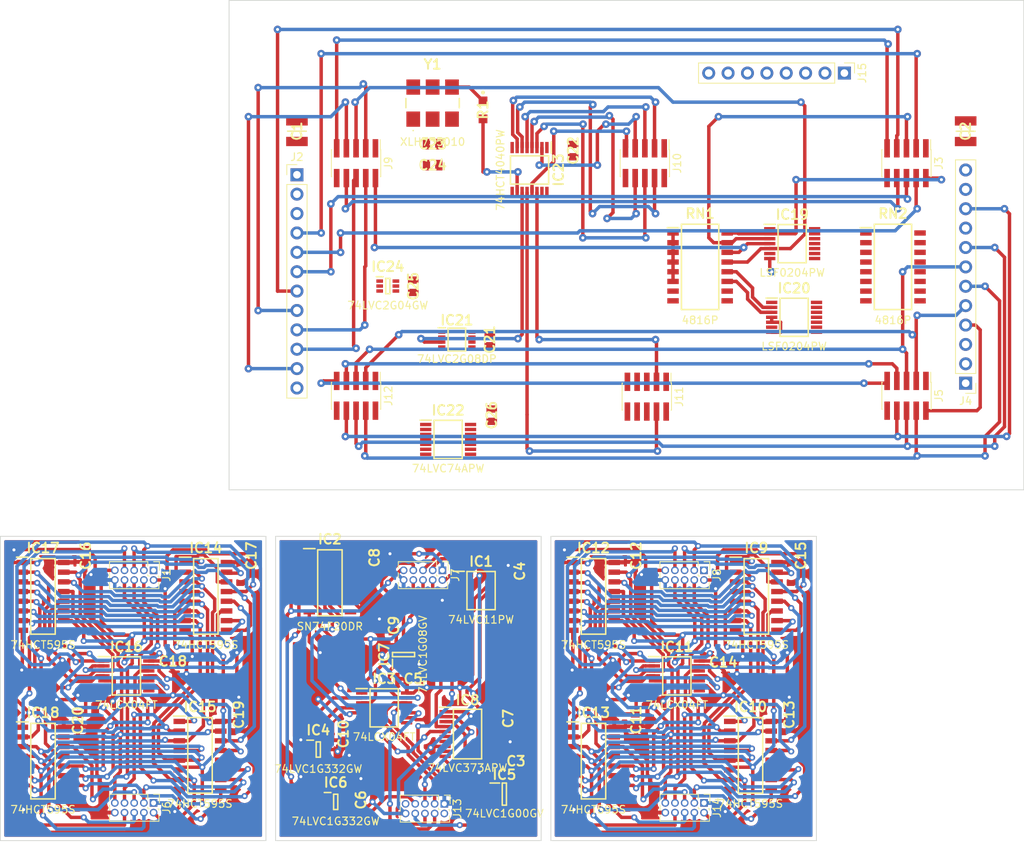
<source format=kicad_pcb>
(kicad_pcb (version 20211014) (generator pcbnew)
  (layers (0 "F.Cu" signal) (31 "B.Cu" signal) (34 "B.Paste" user) (35 "F.Paste" user) (36 "B.SilkS" user "B.Silkscreen") (37 "F.SilkS" user "F.Silkscreen") (38 "B.Mask" user) (39 "F.Mask" user) (44 "Edge.Cuts" user))
  (net 0 "")
  (net 1 "/5V")
  (net 2 "/GND")
  (net 3 "/3.3V")
  (net 4 "/Timing 3.3V")
  (net 5 "/Timing GND")
  (net 6 "/Timing 5V")
  (net 7 "/SNES Controller Shift Register/3.3V")
  (net 8 "/SNES Controller Shift Register/GND")
  (net 9 "/SNES Controller Shift Register1/3.3V")
  (net 10 "/SNES Controller Shift Register1/GND")
  (net 12 "/COUNTER_VALUE5")
  (net 13 "/COUNTER_VALUE4")
  (net 14 "/COUNTER_VALUE6")
  (net 15 "/COUNTER_VALUE3")
  (net 16 "/COUNTER_VALUE2")
  (net 17 "/COUNTER_VALUE1")
  (net 18 "/COUNTER_VALUE0")
  (net 20 "/SNES Controller Counter/HCT4040 MR")
  (net 21 "/COUNTER_VALUE8")
  (net 22 "/COUNTER_VALUE7")
  (net 23 "/COUNTER_VALUE9")
  (net 25 "/~{Reset}")
  (net 26 "/Controller Clock")
  (net 27 "/Pre-Clock")
  (net 28 "Net-(IC2-Pad6)")
  (net 30 "/Shift Clock")
  (net 32 "Net-(IC3-Pad2)")
  (net 33 "/~{Shift Reset}")
  (net 34 "/Counter Reset")
  (net 35 "Net-(IC3-Pad4)")
  (net 36 "/COUNTER_IN0")
  (net 37 "/COUNTER_IN1")
  (net 38 "Net-(IC3-Pad6)")
  (net 40 "/SNES Controller Timing/LE")
  (net 41 "/COUNTER_IN2")
  (net 42 "/COUNTER_IN6")
  (net 43 "/COUNTER_IN7")
  (net 44 "Net-(IC3-Pad11)")
  (net 45 "/COUNTER_IN8")
  (net 46 "/COUNTER_IN9")
  (net 47 "Net-(IC3-Pad12)")
  (net 48 "Net-(IC4-Pad4)")
  (net 49 "Net-(IC5-Pad4)")
  (net 50 "/COUNTER_IN5")
  (net 52 "Net-(IC7-Pad4)")
  (net 55 "/J5_6")
  (net 59 "/COUNTER_IN4")
  (net 60 "Net-(IC12-Pad14)")
  (net 61 "/J5_7")
  (net 62 "Net-(IC11-Pad4)")
  (net 63 "/J5_5")
  (net 64 "Net-(IC11-Pad2)")
  (net 66 "Net-(IC10-Pad9)")
  (net 67 "Net-(IC10-Pad12)")
  (net 70 "/SNES Controller Shift Register/SHIFT_OUT1")
  (net 71 "/SNES Controller Shift Register/SHIFT_OUT2")
  (net 72 "/SNES Controller Shift Register/SHIFT_OUT3")
  (net 73 "/SNES Controller Shift Register/SHIFT_OUT4")
  (net 74 "/SNES Controller Shift Register/SHIFT_OUT5")
  (net 75 "/SNES Controller Shift Register/SHIFT_OUT6")
  (net 76 "/SNES Controller Shift Register/SHIFT_OUT7")
  (net 77 "Net-(IC11-Pad10)")
  (net 78 "/SNES Controller Shift Register/~{Shift Reset}")
  (net 79 "/SNES Controller Shift Register/Shift Clock")
  (net 81 "/SNES Controller Shift Register/Controller A ~{OE} Low Byte")
  (net 82 "/SNES Controller Shift Register/Controller A Data")
  (net 83 "/SNES Controller Shift Register/SHIFT_OUT0")
  (net 84 "Net-(IC14-Pad9)")
  (net 85 "Net-(IC14-Pad12)")
  (net 86 "/SNES Controller Shift Register/Controller B ~{OE} Low Byte")
  (net 87 "/SNES Controller Shift Register/Controller B Data")
  (net 88 "/SNES Controller Shift Register/Controller A ~{OE} High Byte")
  (net 89 "Net-(IC15-Pad9)")
  (net 90 "Net-(IC15-Pad12)")
  (net 91 "Net-(IC16-Pad4)")
  (net 93 "/SNES Controller Shift Register/Controller B ~{OE} High Byte")
  (net 96 "/Controller A Data")
  (net 97 "/Controller B Data")
  (net 98 "/Controller C Data")
  (net 99 "/Controller D Data")
  (net 100 "Net-(IC16-Pad10)")
  (net 102 "Net-(IC19-Pad10)")
  (net 103 "Net-(IC19-Pad11)")
  (net 106 "/Controller Latch")
  (net 111 "Net-(IC19-Pad12)")
  (net 112 "Net-(IC19-Pad13)")
  (net 113 "/SNES Controller Shift Register1/SHIFT_OUT1")
  (net 114 "/SNES Controller Shift Register1/SHIFT_OUT2")
  (net 115 "/SNES Controller Shift Register1/SHIFT_OUT3")
  (net 116 "/SNES Controller Shift Register1/SHIFT_OUT4")
  (net 117 "/SNES Controller Shift Register1/SHIFT_OUT5")
  (net 118 "/SNES Controller Shift Register1/SHIFT_OUT6")
  (net 119 "/SNES Controller Shift Register1/SHIFT_OUT7")
  (net 120 "Net-(IC20-Pad13)")
  (net 121 "/SNES Controller Shift Register1/~{Shift Reset}")
  (net 122 "/SNES Controller Shift Register1/Shift Clock")
  (net 123 "Net-(IC20-Pad12)")
  (net 124 "/SNES Controller Shift Register1/Controller A ~{OE} Low Byte")
  (net 125 "/SNES Controller Shift Register1/Controller A Data")
  (net 126 "/SNES Controller Shift Register1/SHIFT_OUT0")
  (net 127 "Net-(IC21-Pad5)")
  (net 129 "/SNES Controller Shift Register1/Controller B ~{OE} Low Byte")
  (net 130 "/SNES Controller Shift Register1/Controller B Data")
  (net 131 "/SNES Controller Shift Register1/Controller A ~{OE} High Byte")
  (net 132 "Net-(IC22-Pad12)")
  (net 135 "Net-(IC23-Pad10)")
  (net 136 "/SNES Controller Shift Register1/Controller B ~{OE} High Byte")
  (net 139 "/SNES Controller Shift Register1/5V")
  (net 140 "/COUNTER_IN3")
  (net 142 "/~{Done Shifting}")
  (net 146 "/SNES Controller Shift Register/5V")
  (net 147 "/Controller C ~{OE} Low Byte")
  (net 148 "/Controller C ~{OE} High Byte")
  (net 149 "/Controller D ~{OE} Low Byte")
  (net 150 "/Controller D ~{OE} High Byte")
  (net 151 "/Shift Out 7")
  (net 152 "/Shift Out 6")
  (net 153 "/Shift Out 5")
  (net 154 "/Shift Out 4")
  (net 155 "/Shift Out 3")
  (net 156 "/Shift Out 2")
  (net 157 "/Shift Out 1")
  (net 158 "/Shift Out 0")
  (net 159 "/Controller A ~{OE} Low Byte")
  (net 160 "/Controller A ~{OE} High Byte")
  (net 161 "/Controller B ~{OE} Low Byte")
  (net 162 "/Controller B ~{OE} High Byte")
  (net 173 "Net-(R1-Pad1)")
  (footprint "SamacSys_Parts:PinHeader_2x05_P1.27mm_Vertical_SMD_Reversed" (layer "F.Cu") (at 150.993 84.201 -90)
    (fp_text reference "J3")
    (fp_text value "Conn_02x05_Top_Bottom" hide)
  )
  (footprint "Connector_PinHeader_2.54mm:PinHeader_1x12_P2.54mm_Vertical" (layer "F.Cu") (at 158.75 113.03 180)
    (fp_text reference "J4")
    (fp_text value "Conn_01x12_Male")
  )
  (footprint "Connector_PinHeader_1.27mm:PinHeader_2x05_P1.27mm_Vertical" (layer "F.Cu") (at 90.434 168.148 -90)
    (fp_text reference "J13")
    (fp_text value "Conn_01x10_Male")
  )
  (footprint "SamacSys_Parts:SOP65P640X110-14N" (layer "F.Cu") (at 136.017 94.742)
    (fp_text reference "IC19")
    (fp_text value "LSF0204PW-Q100J" hide)
  )
  (footprint "SamacSys_Parts:CAPC3226X280N" (layer "F.Cu") (at 71.12 80.005 90)
    (fp_text reference "C1")
    (fp_text value "LMK325ABJ107MM-T" hide)
  )
  (footprint "Connector_PinHeader_2.54mm:PinHeader_1x12_P2.54mm_Vertical" (layer "F.Cu") (at 71.12 85.72)
    (fp_text reference "J2")
    (fp_text value "Conn_01x12_Male")
  )
  (footprint "SamacSys_Parts:CAPC2012X90N" (layer "F.Cu") (at 54.864 149.479)
    (fp_text reference "C18")
    (fp_text value "885012207033" hide)
  )
  (footprint "SamacSys_Parts:CAPC2012X90N" (layer "F.Cu") (at 88.9 81.705)
    (fp_text reference "C23")
    (fp_text value "885012207027" hide)
  )
  (footprint "SamacSys_Parts:SOP65P640X110-20N" (layer "F.Cu") (at 93.472 159.004)
    (fp_text reference "IC8")
    (fp_text value "74LVC373APW,118" hide)
  )
  (footprint "SamacSys_Parts:CAPC2012X90N" (layer "F.Cu") (at 115.57 135.636 90)
    (fp_text reference "C12")
    (fp_text value "885012207033" hide)
  )
  (footprint "SamacSys_Parts:SOP65P640X120-14N" (layer "F.Cu") (at 48.768 151.384)
    (fp_text reference "IC16")
    (fp_text value "74LCX04FT_AE_" hide)
  )
  (footprint "SamacSys_Parts:CAPC2012X90N" (layer "F.Cu") (at 42.418 157.226 90)
    (fp_text reference "C20")
    (fp_text value "885012207033" hide)
  )
  (footprint "SamacSys_Parts:SOP65P640X110-16N" (layer "F.Cu") (at 101.6 85.09 -90)
    (fp_text reference "IC23")
    (fp_text value "74HCT4040PW,118" hide)
  )
  (footprint "SamacSys_Parts:SOP65P640X110-14N" (layer "F.Cu") (at 95.25 140.208)
    (fp_text reference "IC1")
    (fp_text value "74LVC11PW,112" hide)
  )
  (footprint "SamacSys_Parts:SOIC127P600X175-16N" (layer "F.Cu") (at 59.182 140.97)
    (fp_text reference "IC14")
    (fp_text value "74HCT595S16-13" hide)
  )
  (footprint "SamacSys_Parts:PinHeader_2x05_P1.27mm_Vertical_SMD_Reversed" (layer "F.Cu") (at 116.967 114.798 -90)
    (fp_text reference "J11")
    (fp_text value "Conn_02x05_Top_Bottom" hide)
  )
  (footprint "SamacSys_Parts:SOIC127P600X175-14N" (layer "F.Cu") (at 75.438 139.192)
    (fp_text reference "IC2")
    (fp_text value "SN74F20DR" hide)
  )
  (footprint "SamacSys_Parts:CAPC2012X90N" (layer "F.Cu") (at 115.57 157.178 90)
    (fp_text reference "C11")
    (fp_text value "885012207033" hide)
  )
  (footprint "SamacSys_Parts:SOIC127P762X215-16N" (layer "F.Cu") (at 123.952 97.79)
    (fp_text reference "RN1")
    (fp_text value "4816P-1-222LF" hide)
  )
  (footprint "SamacSys_Parts:CAPC2012X90N" (layer "F.Cu") (at 99.822 162.56 180)
    (fp_text reference "C3")
    (fp_text value "885012207033" hide)
  )
  (footprint "SamacSys_Parts:SOP65P210X110-6N" (layer "F.Cu") (at 73.914 161.036)
    (fp_text reference "IC4")
    (fp_text value "74LVC1G332GW-Q100H" hide)
  )
  (footprint "Connector_PinHeader_2.54mm:PinHeader_1x08_P2.54mm_Vertical" (layer "F.Cu") (at 142.86 72.39 -90)
    (fp_text reference "J15")
    (fp_text value "Conn_01x08_Male")
  )
  (footprint "SamacSys_Parts:PinHeader_2x05_P1.27mm_Vertical_SMD_Reversed" (layer "F.Cu") (at 78.867 114.681 -90)
    (fp_text reference "J12")
    (fp_text value "Conn_02x05_Top_Bottom" hide)
  )
  (footprint "Connector_PinHeader_1.27mm:PinHeader_2x05_P1.27mm_Vertical" (layer "F.Cu") (at 90.18 137.551 -90)
    (fp_text reference "J7")
    (fp_text value "Conn_01x10_Male")
  )
  (footprint "SamacSys_Parts:PinHeader_2x05_P1.27mm_Vertical_SMD_Reversed" (layer "F.Cu") (at 78.867 84.201 -90)
    (fp_text reference "J9")
    (fp_text value "Conn_02x05_Top_Bottom" hide)
  )
  (footprint "SamacSys_Parts:CAPC2012X90N" (layer "F.Cu") (at 107.315 82.55 90)
    (fp_text reference "C22")
    (fp_text value "885012207033" hide)
  )
  (footprint "SamacSys_Parts:SOIC127P600X175-16N" (layer "F.Cu") (at 131.318 140.97)
    (fp_text reference "IC9")
    (fp_text value "74HCT595S16-13" hide)
  )
  (footprint "SamacSys_Parts:SOIC127P600X175-16N" (layer "F.Cu") (at 37.846 140.97)
    (fp_text reference "IC17")
    (fp_text value "74HCT595S16-13" hide)
  )
  (footprint "Connector_PinHeader_1.27mm:PinHeader_2x05_P1.27mm_Vertical" (layer "F.Cu") (at 52.334 168.031 -90)
    (fp_text reference "J6")
    (fp_text value "Conn_01x10_Male")
  )
  (footprint "Connector_PinHeader_1.27mm:PinHeader_2x05_P1.27mm_Vertical" (layer "F.Cu") (at 52.334 137.551 -90)
    (fp_text reference "J1")
    (fp_text value "Conn_01x10_Male")
  )
  (footprint "SamacSys_Parts:SOT95P275X110-5N" (layer "F.Cu") (at 98.298 166.878)
    (fp_text reference "IC5")
    (fp_text value "74LVC1G00GV,125" hide)
  )
  (footprint "SamacSys_Parts:CAPC2012X90N" (layer "F.Cu") (at 137.16 135.636 90)
    (fp_text reference "C15")
    (fp_text value "885012207033" hide)
  )
  (footprint "SamacSys_Parts:CAPC2012X90N" (layer "F.Cu") (at 43.434 135.636 90)
    (fp_text reference "C16")
    (fp_text value "885012207033" hide)
  )
  (footprint "SamacSys_Parts:SOT95P275X110-5N" (layer "F.Cu") (at 85.09 148.59 90)
    (fp_text reference "IC7")
    (fp_text value "74LVC1G08GV,125" hide)
  )
  (footprint "SamacSys_Parts:SOIC127P600X175-16N" (layer "F.Cu") (at 58.42 161.798)
    (fp_text reference "IC15")
    (fp_text value "74HCT595S16-13" hide)
  )
  (footprint "SamacSys_Parts:PinHeader_2x05_P1.27mm_Vertical_SMD_Reversed" (layer "F.Cu") (at 151.003 114.681 -90)
    (fp_text reference "J5")
    (fp_text value "Conn_02x05_Top_Bottom" hide)
  )
  (footprint "SamacSys_Parts:CAPC2012X90N" (layer "F.Cu") (at 83.82 144.78 90)
    (fp_text reference "C9")
    (fp_text value "885012207033" hide)
  )
  (footprint "SamacSys_Parts:SOP65P640X120-14N" (layer "F.Cu") (at 120.904 151.384)
    (fp_text reference "IC11")
    (fp_text value "74LCX04FT_AE_" hide)
  )
  (footprint "SamacSys_Parts:XLH735010000000X" (layer "F.Cu") (at 88.9 76.327)
    (fp_text reference "Y1")
    (fp_text value "XLH735010.000000X" hide)
  )
  (footprint "SamacSys_Parts:SOIC127P762X215-16N" (layer "F.Cu") (at 149.225 97.79)
    (fp_text reference "RN2")
    (fp_text value "4816P-1-222LF" hide)
  )
  (footprint "SamacSys_Parts:CAPC2012X90N" (layer "F.Cu") (at 135.636 156.464 90)
    (fp_text reference "C13")
    (fp_text value "885012207033" hide)
  )
  (footprint "SamacSys_Parts:SOP65P210X110-6N" (layer "F.Cu") (at 83.025 100.3)
    (fp_text reference "IC24")
    (fp_text value "74LVC2G04GW-Q100H" hide)
  )
  (footprint "SamacSys_Parts:CAPC2012X90N" (layer "F.Cu") (at 127 149.606)
    (fp_text reference "C14")
    (fp_text value "885012207033" hide)
  )
  (footprint "SamacSys_Parts:ERJP06__0805_" (layer "F.Cu") (at 95.504 77.216 -90)
    (fp_text reference "R1")
    (fp_text value "ERJ-P06F49R9V" hide)
  )
  (footprint "SamacSys_Parts:SOP65P640X120-14N" (layer "F.Cu") (at 82.55 155.575)
    (fp_text reference "IC3")
    (fp_text value "74LCX04FT_AE_" hide)
  )
  (footprint "SamacSys_Parts:SOP65P640X110-14N" (layer "F.Cu") (at 136.271 104.394)
    (fp_text reference "IC20")
    (fp_text value "LSF0204PW-Q100J" hide)
  )
  (footprint "SamacSys_Parts:CAPC2012X90N" (layer "F.Cu") (at 77.216 159.004 90)
    (fp_text reference "C10")
    (fp_text value "885012207033" hide)
  )
  (footprint "SamacSys_Parts:CAPC2012X90N" (layer "F.Cu") (at 96.393 107.315 -90)
    (fp_text reference "C21")
    (fp_text value "885012207033" hide)
  )
  (footprint "SamacSys_Parts:CAPC2012X90N" (layer "F.Cu") (at 65.151 135.636 90)
    (fp_text reference "C17")
    (fp_text value "885012207033" hide)
  )
  (footprint "SamacSys_Parts:CAPC2012X90N" (layer "F.Cu") (at 100.33 137.668 90)
    (fp_text reference "C4")
    (fp_text value "885012207033" hide)
  )
  (footprint "SamacSys_Parts:SOIC127P600X175-16N" (layer "F.Cu") (at 109.982 162.56)
    (fp_text reference "IC13")
    (fp_text value "74HCT595S16-13" hide)
  )
  (footprint "SamacSys_Parts:SOIC127P600X175-16N" (layer "F.Cu") (at 109.982 140.97)
    (fp_text reference "IC12")
    (fp_text value "74HCT595S16-13" hide)
  )
  (footprint "SamacSys_Parts:CAPC2012X90N" (layer "F.Cu") (at 81.28 135.89 90)
    (fp_text reference "C8")
    (fp_text value "885012207033" hide)
  )
  (footprint "SamacSys_Parts:PinHeader_2x05_P1.27mm_Vertical_SMD_Reversed" (layer "F.Cu") (at 116.713 84.201 -90)
    (fp_text reference "J10")
    (fp_text value "Conn_02x05_Top_Bottom" hide)
  )
  (footprint "SamacSys_Parts:CAPC2012X90N" (layer "F.Cu") (at 63.5 156.464 90)
    (fp_text reference "C19")
    (fp_text value "885012207033" hide)
  )
  (footprint "SamacSys_Parts:SOP65P210X110-6N" (layer "F.Cu") (at 76.2 167.894)
    (fp_text reference "IC6")
    (fp_text value "74LVC1G332GW-Q100H" hide)
  )
  (footprint "SamacSys_Parts:SOP65P640X110-14N" (layer "F.Cu") (at 90.932 120.396)
    (fp_text reference "IC22")
    (fp_text value "74LVC74APW,118" hide)
  )
  (footprint "SamacSys_Parts:CAPC2012X90N" (layer "F.Cu") (at 98.806 156.972 -90)
    (fp_text reference "C7")
    (fp_text value "885012207033" hide)
  )
  (footprint "SamacSys_Parts:CAPC2012X90N" (layer "F.Cu") (at 88.9 84.455)
    (fp_text reference "C24")
    (fp_text value "885012207033" hide)
  )
  (footprint "SamacSys_Parts:CAPC2012X90N" (layer "F.Cu") (at 86.36 151.765)
    (fp_text reference "C5")
    (fp_text value "885012207033" hide)
  )
  (footprint "SamacSys_Parts:SOP65P400X110-8N" (layer "F.Cu") (at 92.075 107.315)
    (fp_text reference "IC21")
    (fp_text value "74LVC2G08DP-Q100H" hide)
  )
  (footprint "Connector_PinHeader_1.27mm:PinHeader_2x05_P1.27mm_Vertical" (layer "F.Cu") (at 124.46 137.551 -90)
    (fp_text reference "J8")
    (fp_text value "Conn_01x10_Male")
  )
  (footprint "SamacSys_Parts:CAPC3226X280N" (layer "F.Cu") (at 158.75 80.01 -90)
    (fp_text reference "C2")
    (fp_text value "LMK325ABJ107MM-T" hide)
  )
  (footprint "Connector_PinHeader_1.27mm:PinHeader_2x05_P1.27mm_Vertical" (layer "F.Cu") (at 124.47 168.031 -90)
    (fp_text reference "J14")
    (fp_text value "Conn_01x10_Male")
  )
  (footprint "SamacSys_Parts:SOIC127P600X175-16N" (layer "F.Cu") (at 37.846 162.56)
    (fp_text reference "IC18")
    (fp_text value "74HCT595S16-13" hide)
  )
  (footprint "SamacSys_Parts:SOIC127P600X175-16N" (layer "F.Cu") (at 130.556 161.798)
    (fp_text reference "IC10")
    (fp_text value "74HCT595S16-13" hide)
  )
  (footprint "SamacSys_Parts:CAPC2012X90N" (layer "F.Cu") (at 86.36 100.33 90)
    (fp_text reference "C25")
    (fp_text value "885012207033" hide)
  )
  (footprint "SamacSys_Parts:CAPC2012X90N" (layer "F.Cu") (at 96.647 117.221 90)
    (fp_text reference "C26")
    (fp_text value "885012207033" hide)
  )
  (footprint "SamacSys_Parts:CAPC2012X90N" (layer "F.Cu") (at 79.502 167.64 90)
    (fp_text reference "C6")
    (fp_text value "885012207033" hide)
  )
  (gr_line (start 67.056 172.974) (end 32.258 172.974) (layer "Edge.Cuts") (width 0.1))
  (gr_line (start 68.326 133.096) (end 103.124 133.096) (layer "Edge.Cuts") (width 0.1))
  (gr_line (start 68.326 172.974) (end 68.326 133.096) (layer "Edge.Cuts") (width 0.1))
  (gr_line (start 32.258 133.096) (end 67.056 133.096) (layer "Edge.Cuts") (width 0.1))
  (gr_line (start 166.37 62.865) (end 166.37 127) (layer "Edge.Cuts") (width 0.1))
  (gr_line (start 104.394 172.974) (end 104.394 133.096) (layer "Edge.Cuts") (width 0.1))
  (gr_line (start 103.124 133.096) (end 103.124 172.974) (layer "Edge.Cuts") (width 0.1))
  (gr_line (start 103.124 172.974) (end 68.326 172.974) (layer "Edge.Cuts") (width 0.1))
  (gr_line (start 104.394 133.096) (end 139.192 133.096) (layer "Edge.Cuts") (width 0.1))
  (gr_line (start 62.23 127) (end 62.23 62.865) (layer "Edge.Cuts") (width 0.1))
  (gr_line (start 62.23 62.865) (end 166.37 62.865) (layer "Edge.Cuts") (width 0.1))
  (gr_line (start 67.056 133.096) (end 67.056 172.974) (layer "Edge.Cuts") (width 0.1))
  (gr_line (start 139.192 133.096) (end 139.192 172.974) (layer "Edge.Cuts") (width 0.1))
  (gr_line (start 166.37 127) (end 62.23 127) (layer "Edge.Cuts") (width 0.1))
  (gr_line (start 32.258 172.974) (end 32.258 133.096) (layer "Edge.Cuts") (width 0.1))
  (gr_line (start 139.192 172.974) (end 104.394 172.974) (layer "Edge.Cuts") (width 0.1))
  (segment (start 133.333 104.394) (end 133.333 105.044) (width 0.45) (layer "F.Cu") (net 2))
  (segment (start 134.494522 106.344) (end 133.333 106.344) (width 0.45) (layer "F.Cu") (net 2))
  (segment (start 134.495011 106.343511) (end 134.494522 106.344) (width 0.45) (layer "F.Cu") (net 2))
  (segment (start 133.079 96.692) (end 133.079 98.154) (width 0.45) (layer "F.Cu") (net 2))
  (segment (start 134.494522 105.044) (end 134.495011 105.044489) (width 0.45) (layer "F.Cu") (net 2))
  (segment (start 133.079 98.154) (end 133.35 98.425) (width 0.45) (layer "F.Cu") (net 2))
  (segment (start 134.495011 105.044489) (end 134.495011 106.343511) (width 0.45) (layer "F.Cu") (net 2))
  (segment (start 133.333 105.044) (end 134.494522 105.044) (width 0.45) (layer "F.Cu") (net 2))
  (via (at 133.35 98.425) (size 1) (drill 0.4) (layers "F.Cu" "B.Cu") (net 2))
  (segment (start 120.404 97.155) (end 120.404 98.425) (width 0.45) (layer "F.Cu") (net 3))
  (segment (start 120.404 99.695) (end 120.404 98.425) (width 0.45) (layer "F.Cu") (net 3))
  (segment (start 120.404 94.615) (end 120.404 95.885) (width 0.45) (layer "F.Cu") (net 3))
  (segment (start 120.404 95.885) (end 120.404 97.155) (width 0.45) (layer "F.Cu") (net 3))
  (segment (start 120.404 93.345) (end 120.404 94.615) (width 0.45) (layer "F.Cu") (net 3))
  (segment (start 99.53 140.208) (end 98.188 140.208) (width 0.45) (layer "F.Cu") (net 4))
  (segment (start 88.799 160.629) (end 88.646 160.782) (width 0.45) (layer "F.Cu") (net 4))
  (segment (start 96.41 159.979) (end 96.41 160.629) (width 0.45) (layer "F.Cu") (net 4))
  (segment (start 82.421 145.59) (end 83.82 145.59) (width 0.45) (layer "F.Cu") (net 4))
  (segment (start 92.312 140.858) (end 92.312 140.208) (width 0.45) (layer "F.Cu") (net 4))
  (segment (start 86.470958 156.875) (end 86.714478 157.11852) (width 0.45) (layer "F.Cu") (net 4))
  (segment (start 90.534 160.629) (end 88.799 160.629) (width 0.45) (layer "F.Cu") (net 4))
  (segment (start 84.14 147.34) (end 83.546 147.34) (width 0.45) (layer "F.Cu") (net 4))
  (segment (start 86.714478 157.11852) (end 87.65152 157.11852) (width 0.45) (layer "F.Cu") (net 4))
  (segment (start 98.188 138.258) (end 100.11 138.258) (width 0.45) (layer "F.Cu") (net 4))
  (segment (start 95.042069 138.258) (end 93.742069 139.558) (width 0.45) (layer "F.Cu") (net 4))
  (segment (start 85.488 153.625) (end 86.405 153.625) (width 0.45) (layer "F.Cu") (net 4))
  (segment (start 98.188 141.508) (end 98.188 140.858) (width 0.45) (layer "F.Cu") (net 4))
  (segment (start 98.188 138.258) (end 95.042069 138.258) (width 0.45) (layer "F.Cu") (net 4))
  (segment (start 100.632 164.844) (end 99.548 165.928) (width 0.45) (layer "F.Cu") (net 4))
  (segment (start 78.138 137.922) (end 77.483978 137.922) (width 0.45) (layer "F.Cu") (net 4))
  (segment (start 87.65152 157.11852) (end 88.138 156.63204) (width 0.45) (layer "F.Cu") (net 4))
  (segment (start 88.138 156.63204) (end 88.138 152.908) (width 0.45) (layer "F.Cu") (net 4))
  (segment (start 76.454 161.29) (end 76.454 160.576) (width 0.45) (layer "F.Cu") (net 4))
  (segment (start 98.188 140.208) (end 98.188 140.858) (width 0.45) (layer "F.Cu") (net 4))
  (segment (start 92.312 139.558) (end 92.312 140.208) (width 0.45) (layer "F.Cu") (net 4))
  (segment (start 97.667 159.9095) (end 97.5975 159.979) (width 0.45) (layer "F.Cu") (net 4))
  (segment (start 97.667 156.079) (end 98.723 156.079) (width 0.45) (layer "F.Cu") (net 4))
  (segment (start 100.33 138.478) (end 100.33 139.408) (width 0.45) (layer "F.Cu") (net 4))
  (segment (start 78.563 141.732) (end 82.421 145.59) (width 0.45) (layer "F.Cu") (net 4))
  (segment (start 76.399989 167.839989) (end 76.399989 161.344011) (width 0.45) (layer "F.Cu") (net 4))
  (segment (start 100.632 162.56) (end 100.632 164.844) (width 0.45) (layer "F.Cu") (net 4))
  (segment (start 97.5975 159.979) (end 96.41 159.979) (width 0.45) (layer "F.Cu") (net 4))
  (segment (start 83.82 145.59) (end 84.14 145.91) (width 0.45) (layer "F.Cu") (net 4))
  (segment (start 76.2 161.036) (end 76.454 161.29) (width 0.45) (layer "F.Cu") (net 4))
  (segment (start 97.667 156.079) (end 97.667 157.3095) (width 0.45) (layer "F.Cu") (net 4))
  (segment (start 96.41 156.079) (end 97.667 156.079) (width 0.45) (layer "F.Cu") (net 4))
  (segment (start 77.262 167.894) (end 78.946 167.894) (width 0.45) (layer "F.Cu") (net 4))
  (segment (start 85.488 156.875) (end 86.470958 156.875) (width 0.45) (layer "F.Cu") (net 4))
  (segment (start 76.963489 139.941511) (end 77.483978 140.462) (width 0.45) (layer "F.Cu") (net 4))
  (segment (start 80.47 168.45) (end 81.026 167.894) (width 0.45) (layer "F.Cu") (net 4))
  (segment (start 90.534 160.629) (end 90.534 159.979) (width 0.45) (layer "F.Cu") (net 4))
  (segment (start 96.41 156.079) (end 96.41 155.846) (width 0.45) (layer "F.Cu") (net 4))
  (segment (start 77.483978 137.922) (end 76.963489 138.442489) (width 0.45) (layer "F.Cu") (net 4))
  (segment (start 100.33 139.408) (end 99.53 140.208) (width 0.45) (layer "F.Cu") (net 4))
  (segment (start 96.41 155.846) (end 94.234 153.67) (width 0.45) (layer "F.Cu") (net 4))
  (segment (start 78.946 167.894) (end 79.502 168.45) (width 0.45) (layer "F.Cu") (net 4))
  (segment (start 76.454 167.894) (end 76.399989 167.839989) (width 0.45) (layer "F.Cu") (net 4))
  (segment (start 86.405 153.625) (end 87.122 152.908) (width 0.45) (layer "F.Cu") (net 4))
  (segment (start 84.14 145.91) (end 84.14 147.34) (width 0.45) (layer "F.Cu") (net 4))
  (segment (start 77.483978 140.462) (end 78.138 140.462) (width 0.45) (layer "F.Cu") (net 4))
  (segment (start 76.454 160.576) (end 77.216 159.814) (width 0.45) (layer "F.Cu") (net 4))
  (segment (start 76.963489 138.442489) (end 76.963489 139.941511) (width 0.45) (layer "F.Cu") (net 4))
  (segment (start 87.122 152.908) (end 88.138 152.908) (width 0.45) (layer "F.Cu") (net 4))
  (segment (start 96.41 157.379) (end 96.41 158.029) (width 0.45) (layer "F.Cu") (net 4))
  (segment (start 74.976 161.036) (end 76.2 161.036) (width 0.45) (layer "F.Cu") (net 4))
  (segment (start 83.546 147.34) (end 82.296 148.59) (width 0.45) (layer "F.Cu") (net 4))
  (segment (start 85.55 151.765) (end 85.55 153.563) (width 0.45) (layer "F.Cu") (net 4))
  (segment (start 97.667 157.3095) (end 97.5975 157.379) (width 0.45) (layer "F.Cu") (net 4))
  (segment (start 79.502 168.45) (end 80.47 168.45) (width 0.45) (layer "F.Cu") (net 4))
  (segment (start 93.742069 139.558) (end 92.312 139.558) (width 0.45) (layer "F.Cu") (net 4))
  (segment (start 89.154 152.908) (end 88.138 152.908) (width 0.45) (layer "F.Cu") (net 4))
  (segment (start 76.399989 161.344011) (end 76.454 161.29) (width 0.45) (layer "F.Cu") (net 4))
  (segment (start 77.262 167.894) (end 76.454 167.894) (width 0.45) (layer "F.Cu") (net 4))
  (segment (start 97.5975 157.379) (end 96.41 157.379) (width 0.45) (layer "F.Cu") (net 4))
  (segment (start 97.667 157.3095) (end 97.667 159.9095) (width 0.45) (layer "F.Cu") (net 4))
  (segment (start 78.138 136.652) (end 78.138 137.922) (width 0.45) (layer "F.Cu") (net 4))
  (via (at 95.042069 138.258) (size 0.8) (drill 0.4) (layers "F.Cu" "B.Cu") (net 4))
  (via (at 82.296 148.59) (size 0.8) (drill 0.4) (layers "F.Cu" "B.Cu") (net 4))
  (via (at 88.138 152.908) (size 0.8) (drill 0.4) (layers "F.Cu" "B.Cu") (net 4))
  (via (at 81.026 167.894) (size 0.8) (drill 0.4) (layers "F.Cu" "B.Cu") (net 4))
  (via (at 92.456 152.908) (size 0.8) (drill 0.4) (layers "F.Cu" "B.Cu") (net 4))
  (via (at 73.914 154.432) (size 0.8) (drill 0.4) (layers "F.Cu" "B.Cu") (net 4))
  (via (at 76.454 161.29) (size 0.8) (drill 0.4) (layers "F.Cu" "B.Cu") (net 4))
  (via (at 94.234 153.67) (size 0.8) (drill 0.4) (layers "F.Cu" "B.Cu") (net 4))
  (via (at 88.646 160.782) (size 0.8) (drill 0.4) (layers "F.Cu" "B.Cu") (net 4))
  (segment (start 82.296 148.59) (end 82.296 149.86) (width 0.45) (layer "B.Cu") (net 4))
  (segment (start 92.456 152.908) (end 88.138 152.908) (width 0.45) (layer "B.Cu") (net 4))
  (segment (start 85.344 152.908) (end 88.138 152.908) (width 0.45) (layer "B.Cu") (net 4))
  (segment (start 76.708 161.036) (end 76.454 161.29) (width 0.45) (layer "B.Cu") (net 4))
  (segment (start 95.042069 138.258) (end 95.042069 154.385931) (width 0.45) (layer "B.Cu") (net 4))
  (segment (start 95.042069 154.385931) (end 88.646 160.782) (width 0.45) (layer "B.Cu") (net 4))
  (segment (start 85.316543 169.418) (end 84.429489 168.530946) (width 0.45) (layer "B.Cu") (net 4))
  (segment (start 82.296 149.86) (end 85.344 152.908) (width 0.45) (layer "B.Cu") (net 4))
  (segment (start 73.914 154.432) (end 76.708 157.226) (width 0.45) (layer "B.Cu") (net 4))
  (segment (start 84.429489 164.998511) (end 88.646 160.782) (width 0.45) (layer "B.Cu") (net 4))
  (segment (start 85.354 169.418) (end 82.55 169.418) (width 0.45) (layer "B.Cu") (net 4))
  (segment (start 82.55 169.418) (end 81.026 167.894) (width 0.45) (layer "B.Cu") (net 4))
  (segment (start 94.234 153.67) (end 93.472 152.908) (width 0.45) (layer "B.Cu") (net 4))
  (segment (start 76.708 157.226) (end 76.708 161.036) (width 0.45) (layer "B.Cu") (net 4))
  (segment (start 93.472 152.908) (end 92.456 152.908) (width 0.45) (layer "B.Cu") (net 4))
  (segment (start 84.429489 168.530946) (end 84.429489 164.998511) (width 0.45) (layer "B.Cu") (net 4))
  (segment (start 90.434 168.148) (end 95.25 168.148) (width 0.45) (layer "F.Cu") (net 5))
  (segment (start 99.012 162.56) (end 99.012 160.068) (width 0.45) (layer "F.Cu") (net 5))
  (segment (start 86.04 149.84) (end 87.102 149.84) (width 0.45) (layer "F.Cu") (net 5))
  (segment (start 98.806 159.766) (end 99.06 160.02) (width 0.45) (layer "F.Cu") (net 5))
  (segment (start 71.628 165.2715) (end 71.628 164.592) (width 0.45) (layer "F.Cu") (net 5))
  (segment (start 98.806 157.782) (end 98.806 159.766) (width 0.45) (layer "F.Cu") (net 5))
  (segment (start 79.502 166.83) (end 79.502 164.846) (width 0.45) (layer "F.Cu") (net 5))
  (segment (start 95.25 168.148) (end 95.57 167.828) (width 0.45) (layer "F.Cu") (net 5))
  (segment (start 74.2505 167.894) (end 71.628 165.2715) (width 0.45) (layer "F.Cu") (net 5))
  (segment (start 83.82 143.97) (end 81.96702 143.97) (width 0.45) (layer "F.Cu") (net 5))
  (segment (start 81.28 135.08) (end 83.01 135.08) (width 0.45) (layer "F.Cu") (net 5))
  (segment (start 100.33 136.858) (end 98.854 136.858) (width 0.45) (layer "F.Cu") (net 5))
  (segment (start 93.341 156.079) (end 93.92801 156.66601) (width 0.45) (layer "F.Cu") (net 5))
  (segment (start 99.012 160.068) (end 99.06 160.02) (width 0.45) (layer "F.Cu") (net 5))
  (segment (start 83.01 135.08) (end 83.312 135.382) (width 0.45) (layer "F.Cu") (net 5))
  (segment (start 72.738 143.002) (end 72.738 146.906) (width 0.45) (layer "F.Cu") (net 5))
  (segment (start 92.312 142.158) (end 90.85 142.158) (width 0.45) (layer "F.Cu") (net 5))
  (segment (start 81.96702 143.97) (end 81.926585 143.929565) (width 0.45) (layer "F.Cu") (net 5))
  (segment (start 75.138 167.894) (end 74.2505 167.894) (width 0.45) (layer "F.Cu") (net 5))
  (segment (start 72.852 161.036) (end 71.990478 161.036) (width 0.45) (layer "F.Cu") (net 5))
  (segment (start 87.102 149.84) (end 87.122 149.86) (width 0.45) (layer "F.Cu") (net 5))
  (segment (start 87.17 151.765) (end 87.17 149.908) (width 0.45) (layer "F.Cu") (net 5))
  (segment (start 90.534 162.416) (end 90.534 161.929) (width 0.45) (layer "F.Cu") (net 5))
  (segment (start 94.996 164.084) (end 92.202 164.084) (width 0.45) (layer "F.Cu") (net 5))
  (segment (start 79.612 157.525) (end 79.612 160.164) (width 0.45) (layer "F.Cu") (net 5))
  (segment (start 77.885 157.525) (end 77.216 158.194) (width 0.45) (layer "F.Cu") (net 5))
  (segment (start 98.854 136.858) (end 98.806 136.906) (width 0.45) (layer "F.Cu") (net 5))
  (segment (start 71.990478 161.036) (end 71.628 160.673522) (width 0.45) (layer "F.Cu") (net 5))
  (segment (start 71.628 160.673522) (end 71.628 159.766) (width 0.45) (layer "F.Cu") (net 5))
  (segment (start 92.202 164.084) (end 90.534 162.416) (width 0.45) (layer "F.Cu") (net 5))
  (segment (start 79.612 160.164) (end 77.978 161.798) (width 0.45) (layer "F.Cu") (net 5))
  (segment (start 90.85 142.158) (end 90.17 141.478) (width 0.45) (layer "F.Cu") (net 5))
  (segment (start 95.57 167.828) (end 97.048 167.828) (width 0.45) (layer "F.Cu") (net 5))
  (segment (start 79.612 157.525) (end 77.885 157.525) (width 0.45) (layer "F.Cu") (net 5))
  (segment (start 90.534 156.079) (end 93.341 156.079) (width 0.45) (layer "F.Cu") (net 5))
  (segment (start 87.17 149.908) (end 87.122 149.86) (width 0.45) (layer "F.Cu") (net 5))
  (segment (start 72.738 146.906) (end 74.168 148.336) (width 0.45) (layer "F.Cu") (net 5))
  (via (at 87.122 149.86) (size 0.8) (drill 0.4) (layers "F.Cu" "B.Cu") (net 5))
  (via (at 99.06 160.02) (size 0.8) (drill 0.4) (layers "F.Cu" "B.Cu") (net 5))
  (via (at 98.806 136.906) (size 0.8) (drill 0.4) (layers "F.Cu" "B.Cu") (net 5))
  (via (at 71.628 159.766) (size 0.8) (drill 0.4) (layers "F.Cu" "B.Cu") (net 5))
  (via (at 90.17 141.478) (size 0.8) (drill 0.4) (layers "F.Cu" "B.Cu") (net 5))
  (via (at 81.926585 143.929565) (size 0.8) (drill 0.4) (layers "F.Cu" "B.Cu") (net 5))
  (via (at 83.312 135.382) (size 0.8) (drill 0.4) (layers "F.Cu" "B.Cu") (net 5))
  (via (at 71.628 164.592) (size 0.8) (drill 0.4) (layers "F.Cu" "B.Cu") (net 5))
  (via (at 79.502 164.846) (size 0.8) (drill 0.4) (layers "F.Cu" "B.Cu") (net 5))
  (via (at 77.978 161.798) (size 0.8) (drill 0.4) (layers "F.Cu" "B.Cu") (net 5))
  (via (at 94.996 164.084) (size 0.8) (drill 0.4) (layers "F.Cu" "B.Cu") (net 5))
  (via (at 74.168 148.336) (size 0.8) (drill 0.4) (layers "F.Cu" "B.Cu") (net 5))
  (via (at 93.92801 156.66601) (size 0.8) (drill 0.4) (layers "F.Cu" "B.Cu") (net 5))
  (segment (start 90.434 168.148) (end 90.932 168.148) (width 0.45) (layer "B.Cu") (net 5))
  (segment (start 90.17 141.478) (end 89.008978 141.478) (width 0.45) (layer "B.Cu") (net 5))
  (segment (start 71.628 164.592) (end 75.184 164.592) (width 0.45) (layer "B.Cu") (net 5))
  (segment (start 87.440489 143.046489) (end 87.440489 149.541511) (width 0.45) (layer "B.Cu") (net 5))
  (segment (start 74.168 148.336) (end 77.520151 148.336) (width 0.45) (layer "B.Cu") (net 5))
  (segment (start 77.520151 148.336) (end 81.926585 143.929565) (width 0.45) (layer "B.Cu") (net 5))
  (segment (start 87.440489 149.541511) (end 87.122 149.86) (width 0.45) (layer "B.Cu") (net 5))
  (segment (start 97.282 160.02) (end 93.92801 156.66601) (width 0.45) (layer "B.Cu") (net 5))
  (segment (start 99.06 160.02) (end 97.282 160.02) (width 0.45) (layer "B.Cu") (net 5))
  (segment (start 85.1 140.706) (end 85.1 138.821) (width 0.45) (layer "B.Cu") (net 5))
  (segment (start 99.06 137.16) (end 99.06 160.02) (width 0.45) (layer "B.Cu") (net 5))
  (segment (start 75.184 164.592) (end 77.978 161.798) (width 0.45) (layer "B.Cu") (net 5))
  (segment (start 83.312 135.382) (end 83.312 137.070457) (width 0.45) (layer "B.Cu") (net 5))
  (segment (start 71.628 164.592) (end 71.628 159.766) (width 0.45) (layer "B.Cu") (net 5))
  (segment (start 90.932 168.148) (end 99.06 160.02) (width 0.45) (layer "B.Cu") (net 5))
  (segment (start 85.1 140.706) (end 87.440489 143.046489) (width 0.45) (layer "B.Cu") (net 5))
  (segment (start 81.926585 143.879415) (end 81.926585 143.929565) (width 0.45) (layer "B.Cu") (net 5))
  (segment (start 89.008978 141.478) (end 87.440489 143.046489) (width 0.45) (layer "B.Cu") (net 5))
  (segment (start 98.806 136.906) (end 99.06 137.16) (width 0.45) (layer "B.Cu") (net 5))
  (segment (start 85.1 140.706) (end 81.926585 143.879415) (width 0.45) (layer "B.Cu") (net 5))
  (segment (start 83.312 137.070457) (end 85.062543 138.821) (width 0.45) (layer "B.Cu") (net 5))
  (segment (start 83.160022 136.7) (end 81.28 136.7) (width 0.45) (layer "F.Cu") (net 6))
  (segment (start 87.122 135.382) (end 84.478022 135.382) (width 0.45) (layer "F.Cu") (net 6))
  (segment (start 84.478022 135.382) (end 83.160022 136.7) (width 0.45) (layer "F.Cu") (net 6))
  (segment (start 80.518 136.652) (end 79.248 135.382) (width 0.45) (layer "F.Cu") (net 6))
  (segment (start 81.017 136.652) (end 80.518 136.652) (width 0.45) (layer "F.Cu") (net 6))
  (segment (start 79.248 135.382) (end 78.138 135.382) (width 0.45) (layer "F.Cu") (net 6))
  (via (at 87.122 135.382) (size 0.8) (drill 0.4) (layers "F.Cu" "B.Cu") (net 6))
  (segment (start 90.18 137.551) (end 90.18 136.601) (width 0.45) (layer "B.Cu") (net 6))
  (segment (start 88.961 135.382) (end 87.122 135.382) (width 0.45) (layer "B.Cu") (net 6))
  (segment (start 90.18 136.601) (end 88.961 135.382) (width 0.45) (layer "B.Cu") (net 6))
  (segment (start 117.094 154.94) (end 117.348 154.686) (width 0.45) (layer "F.Cu") (net 7))
  (segment (start 115.507499 143.161335) (end 120.65 148.303836) (width 0.45) (layer "F.Cu") (net 7))
  (segment (start 115.57 157.988) (end 117.044012 159.462012) (width 0.45) (layer "F.Cu") (net 7))
  (segment (start 119.128011 152.034489) (end 119.128011 154.683989) (width 0.45) (layer "F.Cu") (net 7))
  (segment (start 117.044012 164.440558) (end 117.465 164.861546) (width 0.45) (layer "F.Cu") (net 7))
  (segment (start 127 153.924) (end 127.12 153.804) (width 0.45) (layer "F.Cu") (net 7))
  (segment (start 117.966 152.034) (end 119.127522 152.034) (width 0.45) (layer "F.Cu") (net 7))
  (segment (start 127.12 150.751) (end 126.19 149.821) (width 0.45) (layer "F.Cu") (net 7))
  (segment (start 120.65 148.303836) (end 120.65 149.606) (width 0.45) (layer "F.Cu") (net 7))
  (segment (start 115.507499 138.509862) (end 115.507499 143.161335) (width 0.45) (layer "F.Cu") (net 7))
  (segment (start 117.465 164.861546) (end 117.465 169.027) (width 0.45) (layer "F.Cu") (net 7))
  (segment (start 124.802099 152.684) (end 126.042099 153.924) (width 0.45) (layer "F.Cu") (net 7))
  (segment (start 117.044012 159.462012) (end 117.044012 164.440558) (width 0.45) (layer "F.Cu") (net 7))
  (segment (start 117.739 169.301) (end 119.39 169.301) (width 0.45) (layer "F.Cu") (net 7))
  (segment (start 137.16 136.446) (end 134.109 136.446) (width 0.45) (layer "F.Cu") (net 7))
  (segment (start 126.018 149.434) (end 123.842 149.434) (width 0.45) (layer "F.Cu") (net 7))
  (segment (start 115.57 157.988) (end 112.821 157.988) (width 0.45) (layer "F.Cu") (net 7))
  (segment (start 117.094 156.868022) (end 117.094 154.94) (width 0.45) (layer "F.Cu") (net 7))
  (segment (start 117.348 154.686) (end 119.126 154.686) (width 0.45) (layer "F.Cu") (net 7))
  (segment (start 115.57 137.644837) (end 115.447758 137.767079) (width 0.45) (layer "F.Cu") (net 7))
  (segment (start 123.842 152.684) (end 124.802099 152.684) (width 0.45) (layer "F.Cu") (net 7))
  (segment (start 119.127522 152.034) (end 119.128011 152.034489) (width 0.45) (layer "F.Cu") (net 7))
  (segment (start 115.447758 137.767079) (end 115.447758 138.450121) (width 0.45) (layer "F.Cu") (net 7))
  (segment (start 126.042099 153.924) (end 127 153.924) (width 0.45) (layer "F.Cu") (net 7))
  (segment (start 119.128011 154.683989) (end 119.126 154.686) (width 0.45) (layer "F.Cu") (net 7))
  (segment (start 115.57 136.446) (end 115.57 137.644837) (width 0.45) (layer "F.Cu") (net 7))
  (segment (start 115.974022 157.988) (end 117.094 156.868022) (width 0.45) (layer "F.Cu") (net 7))
  (segment (start 115.57 136.446) (end 112.773 136.446) (width 0.45) (layer "F.Cu") (net 7))
  (segment (start 126.19 149.373629) (end 125.230816 148.414445) (width 0.45) (layer "F.Cu") (net 7))
  (segment (start 131.826 157.48) (end 133.141 157.48) (width 0.45) (layer "F.Cu") (net 7))
  (segment (start 135.636 157.274) (end 133.347 157.274) (width 0.45) (layer "F.Cu") (net 7))
  (segment (start 127.12 153.804) (end 127.12 150.751) (width 0.45) (layer "F.Cu") (net 7))
  (segment (start 117.465 169.027) (end 117.739 169.301) (width 0.45) (layer "F.Cu") (net 7))
  (segment (start 115.447758 138.450121) (end 115.507499 138.509862) (width 0.45) (layer "F.Cu") (net 7))
  (via (at 119.126 154.686) (size 0.8) (drill 0.4) (layers "F.Cu" "B.Cu") (net 7))
  (via (at 120.65 149.606) (size 0.8) (drill 0.4) (layers "F.Cu" "B.Cu") (net 7))
  (via (at 125.230816 148.414445) (size 0.8) (drill 0.4) (layers "F.Cu" "B.Cu") (net 7))
  (via (at 127 153.924) (size 0.8) (drill 0.4) (layers "F.Cu" "B.Cu") (net 7))
  (via (at 131.826 157.48) (size 0.8) (drill 0.4) (layers "F.Cu" "B.Cu") (net 7))
  (segment (start 131.826 157.48) (end 128.27 153.924) (width 0.45) (layer "B.Cu") (net 7))
  (segment (start 121.320477 148.935523) (end 120.65 149.606) (width 0.45) (layer "B.Cu") (net 7))
  (segment (start 119.888 153.924) (end 127 153.924) (width 0.45) (layer "B.Cu") (net 7))
  (segment (start 119.126 154.686) (end 119.888 153.924) (width 0.45) (layer "B.Cu") (net 7))
  (segment (start 128.27 153.924) (end 127 153.924) (width 0.45) (layer "B.Cu") (net 7))
  (segment (start 125.230816 148.414445) (end 124.709738 148.935523) (width 0.45) (layer "B.Cu") (net 7))
  (segment (start 124.709738 148.935523) (end 121.320477 148.935523) (width 0.45) (layer "B.Cu") (net 7))
  (segment (start 116.444489 137.93637) (end 116.272259 138.1086) (width 0.45) (layer "F.Cu") (net 8))
  (segment (start 117.966 153.334) (end 116.922 153.334) (width 0.45) (layer "F.Cu") (net 8))
  (segment (start 127.81 149.606) (end 128.778 149.606) (width 0.45) (layer "F.Cu") (net 8))
  (segment (start 127.844 168.574) (end 127.254 169.164) (width 0.45) (layer "F.Cu") (net 8))
  (segment (start 113.6335 156.368) (end 111.76 154.4945) (width 0.45) (layer "F.Cu") (net 8))
  (segment (start 111.506 148.336) (end 111.506 147.828) (width 0.45) (layer "F.Cu") (net 8))
  (segment (start 128.778 149.606) (end 129.54 148.844) (width 0.45) (layer "F.Cu") (net 8))
  (segment (start 129.54 146.349) (end 129.54 148.844) (width 0.45) (layer "F.Cu") (net 8))
  (segment (start 116.444489 137.906964) (end 116.444489 137.93637) (width 0.45) (layer "F.Cu") (net 8))
  (segment (start 127.844 166.243) (end 127.844 168.574) (width 0.45) (layer "F.Cu") (net 8))
  (segment (start 137.16 134.826) (end 136.604 135.382) (width 0.45) (layer "F.Cu") (net 8))
  (segment (start 135.382 148.336) (end 135.382 153.924) (width 0.45) (layer "F.Cu") (net 8))
  (segment (start 115.57 134.826) (end 106.22 134.826) (width 0.45) (layer "F.Cu") (net 8))
  (segment (start 131.345535 134.873989) (end 127.008453 134.873989) (width 0.45) (layer "F.Cu") (net 8))
  (segment (start 131.853546 135.382) (end 131.345535 134.873989) (width 0.45) (layer "F.Cu") (net 8))
  (segment (start 116.810978 137.540475) (end 116.444489 137.906964) (width 0.45) (layer "F.Cu") (net 8))
  (segment (start 135.636 154.178) (end 135.636 155.654) (width 0.45) (layer "F.Cu") (net 8))
  (segment (start 128.606 145.415) (end 129.54 146.349) (width 0.45) (layer "F.Cu") (net 8))
  (segment (start 126.238 135.644442) (end 126.238 137.922) (width 0.45) (layer "F.Cu") (net 8))
  (segment (start 116.922 153.334) (end 115.57 154.686) (width 0.45) (layer "F.Cu") (net 8))
  (segment (start 113.9835 154.4945) (end 114.554 153.924) (width 0.45) (layer "F.Cu") (net 8))
  (segment (start 107.27 150.54) (end 107.188 150.622) (width 0.45) (layer "F.Cu") (net 8))
  (segment (start 116.810978 135.851978) (end 116.810978 137.540475) (width 0.45) (layer "F.Cu") (net 8))
  (segment (start 115.57 154.686) (end 115.57 156.368) (width 0.45) (layer "F.Cu") (net 8))
  (segment (start 111.76 154.4945) (end 113.9835 154.4945) (width 0.45) (layer "F.Cu") (net 8))
  (segment (start 115.785 134.826) (end 116.810978 135.851978) (width 0.45) (layer "F.Cu") (net 8))
  (segment (start 128.778 151.13) (end 128.778 149.606) (width 0.45) (layer "F.Cu") (net 8))
  (segment (start 135.382 153.924) (end 135.636 154.178) (width 0.45) (layer "F.Cu") (net 8))
  (segment (start 107.27 145.415) (end 107.27 150.54) (width 0.45) (layer "F.Cu") (net 8))
  (segment (start 136.604 135.382) (end 131.853546 135.382) (width 0.45) (layer "F.Cu") (net 8))
  (segment (start 107.27 167.005) (end 107.27 168.738) (width 0.45) (layer "F.Cu") (net 8))
  (segment (start 106.22 134.826) (end 106.172 134.874) (width 0.45) (layer "F.Cu") (net 8))
  (segment (start 127.008453 134.873989) (end 126.238 135.644442) (width 0.45) (layer "F.Cu") (net 8))
  (segment (start 125.984 139.954) (end 125.984 147.375978) (width 0.45) (layer "F.Cu") (net 8))
  (segment (start 125.984 147.375978) (end 127.81 149.201978) (width 0.45) (layer "F.Cu") (net 8))
  (segment (start 112.522 149.352) (end 111.506 148.336) (width 0.45) (layer "F.Cu") (net 8))
  (segment (start 115.57 156.368) (end 113.6335 156.368) (width 0.45) (layer "F.Cu") (net 8))
  (segment (start 107.27 168.738) (end 107.442 168.91) (width 0.45) (layer "F.Cu") (net 8))
  (via (at 114.554 153.924) (size 0.8) (drill 0.4) (layers "F.Cu" "B.Cu") (net 8))
  (via (at 125.984 139.954) (size 0.8) (drill 0.4) (layers "F.Cu" "B.Cu") (net 8))
  (via (at 135.636 154.178) (size 0.8) (drill 0.4) (layers "F.Cu" "B.Cu") (net 8))
  (via (at 116.272259 138.1086) (size 0.8) (drill 0.4) (layers "F.Cu" "B.Cu") (net 8))
  (via (at 127.254 169.164) (size 0.8) (drill 0.4) (layers "F.Cu" "B.Cu") (net 8))
  (via (at 111.76 154.4945) (size 0.8) (drill 0.4) (layers "F.Cu" "B.Cu") (net 8))
  (via (at 107.188 150.622) (size 0.8) (drill 0.4) (layers "F.Cu" "B.Cu") (net 8))
  (via (at 129.54 148.844) (size 0.8) (drill 0.4) (layers "F.Cu" "B.Cu") (net 8))
  (via (at 106.172 134.874) (size 0.8) (drill 0.4) (layers "F.Cu" "B.Cu") (net 8))
  (via (at 112.522 149.352) (size 0.8) (drill 0.4) (layers "F.Cu" "B.Cu") (net 8))
  (via (at 111.506 147.828) (size 0.8) (drill 0.4) (layers "F.Cu" "B.Cu") (net 8))
  (via (at 126.238 137.922) (size 0.8) (drill 0.4) (layers "F.Cu" "B.Cu") (net 8))
  (via (at 128.778 151.13) (size 0.8) (drill 0.4) (layers "F.Cu" "B.Cu") (net 8))
  (via (at 107.442 168.91) (size 0.8) (drill 0.4) (layers "F.Cu" "B.Cu") (net 8))
  (via (at 135.382 148.336) (size 0.8) (drill 0.4) (layers "F.Cu" "B.Cu") (net 8))
  (segment (start 128.778 151.389244) (end 128.778 151.13) (width 0.45) (layer "B.Cu") (net 8))
  (segment (start 107.188 150.622) (end 105.918 149.352) (width 0.45) (layer "B.Cu") (net 8))
  (segment (start 134.049499 149.668501) (end 135.382 148.336) (width 0.45) (layer "B.Cu") (net 8))
  (segment (start 105.918 135.128) (end 106.172 134.874) (width 0.45) (layer "B.Cu") (net 8))
  (segment (start 126.121 168.031) (end 127.254 169.164) (width 0.45) (layer "B.Cu") (net 8))
  (segment (start 132.437978 148.844) (end 133.262479 149.668501) (width 0.45) (layer "B.Cu") (net 8))
  (segment (start 105.918 149.352) (end 105.918 135.128) (width 0.45) (layer "B.Cu") (net 8))
  (segment (start 119.38 139.954) (end 119.634 140.208) (width 0.45) (layer "B.Cu") (net 8))
  (segment (start 135.636 154.178) (end 131.566756 154.178) (width 0.45) (layer "B.Cu") (net 8))
  (segment (start 129.54 148.844) (end 132.437978 148.844) (width 0.45) (layer "B.Cu") (net 8))
  (segment (start 119.634 140.208) (end 125.984 140.208) (width 0.45) (layer "B.Cu") (net 8))
  (segment (start 111.252 150.622) (end 112.522 149.352) (width 0.45) (layer "B.Cu") (net 8))
  (segment (start 125.984 139.954) (end 125.984 138.176) (width 0.45) (layer "B.Cu") (net 8))
  (segment (start 124.318489 172.099511) (end 127.254 169.164) (width 0.45) (layer "B.Cu") (net 8))
  (segment (start 119.38 138.821) (end 116.984659 138.821) (width 0.45) (layer "B.Cu") (net 8))
  (segment (start 107.188 150.622) (end 111.252 150.622) (width 0.45) (layer "B.Cu") (net 8))
  (segment (start 133.262479 149.668501) (end 134.049499 149.668501) (width 0.45) (layer "B.Cu") (net 8))
  (segment (start 125.984 140.208) (end 125.984 139.954) (width 0.45) (layer "B.Cu") (net 8))
  (segment (start 116.984659 138.821) (end 116.272259 138.1086) (width 0.45) (layer "B.Cu") (net 8))
  (segment (start 131.566756 154.178) (end 128.778 151.389244) (width 0.45) (layer "B.Cu") (net 8))
  (segment (start 107.442 168.91) (end 110.631511 172.099511) (width 0.45) (layer "B.Cu") (net 8))
  (segment (start 125.984 138.176) (end 126.238 137.922) (width 0.45) (layer "B.Cu") (net 8))
  (segment (start 124.47 168.031) (end 126.121 168.031) (width 0.45) (layer "B.Cu") (net 8))
  (segment (start 107.188 150.622) (end 111.0605 154.4945) (width 0.45) (layer "B.Cu") (net 8))
  (segment (start 110.631511 172.099511) (end 124.318489 172.099511) (width 0.45) (layer "B.Cu") (net 8))
  (segment (start 111.0605 154.4945) (end 111.76 154.4945) (width 0.45) (layer "B.Cu") (net 8))
  (segment (start 119.38 138.821) (end 119.38 139.954) (width 0.45) (layer "B.Cu") (net 8))
  (segment (start 45.329 169.027) (end 45.603 169.301) (width 0.45) (layer "F.Cu") (net 9))
  (segment (start 43.311758 138.450121) (end 43.371499 138.509862) (width 0.45) (layer "F.Cu") (net 9))
  (segment (start 52.666099 152.684) (end 53.906099 153.924) (width 0.45) (layer "F.Cu") (net 9))
  (segment (start 43.371499 143.161335) (end 48.514 148.303836) (width 0.45) (layer "F.Cu") (net 9))
  (segment (start 54.984 153.804) (end 54.984 150.751) (width 0.45) (layer "F.Cu") (net 9))
  (segment (start 43.371499 138.509862) (end 43.371499 143.161335) (width 0.45) (layer "F.Cu") (net 9))
  (segment (start 63.5 157.274) (end 61.211 157.274) (width 0.45) (layer "F.Cu") (net 9))
  (segment (start 48.514 148.303836) (end 48.514 149.606) (width 0.45) (layer "F.Cu") (net 9))
  (segment (start 46.992011 154.683989) (end 46.99 154.686) (width 0.45) (layer "F.Cu") (net 9))
  (segment (start 43.838022 157.988) (end 44.958 156.868022) (width 0.45) (layer "F.Cu") (net 9))
  (segment (start 44.908012 159.462012) (end 44.908012 164.440558) (width 0.45) (layer "F.Cu") (net 9))
  (segment (start 45.329 164.861546) (end 45.329 169.027) (width 0.45) (layer "F.Cu") (net 9))
  (segment (start 43.311758 137.767079) (end 43.311758 138.450121) (width 0.45) (layer "F.Cu") (net 9))
  (segment (start 53.882 149.434) (end 51.706 149.434) (width 0.45) (layer "F.Cu") (net 9))
  (segment (start 65.024 136.446) (end 61.973 136.446) (width 0.45) (layer "F.Cu") (net 9))
  (segment (start 45.603 169.301) (end 47.254 169.301) (width 0.45) (layer "F.Cu") (net 9))
  (segment (start 43.434 137.644837) (end 43.311758 137.767079) (width 0.45) (layer "F.Cu") (net 9))
  (segment (start 43.434 136.446) (end 43.434 137.644837) (width 0.45) (layer "F.Cu") (net 9))
  (segment (start 59.69 157.48) (end 61.005 157.48) (width 0.45) (layer "F.Cu") (net 9))
  (segment (start 54.864 153.924) (end 54.984 153.804) (width 0.45) (layer "F.Cu") (net 9))
  (segment (start 45.83 152.034) (end 46.991522 152.034) (width 0.45) (layer "F.Cu") (net 9))
  (segment (start 51.706 152.684) (end 52.666099 152.684) (width 0.45) (layer "F.Cu") (net 9))
  (segment (start 43.434 136.446) (end 40.637 136.446) (width 0.45) (layer "F.Cu") (net 9))
  (segment (start 54.984 150.751) (end 54.054 149.821) (width 0.45) (layer "F.Cu") (net 9))
  (segment (start 44.908012 164.440558) (end 45.329 164.861546) (width 0.45) (layer "F.Cu") (net 9))
  (segment (start 43.434 157.988) (end 44.908012 159.462012) (width 0.45) (layer "F.Cu") (net 9))
  (segment (start 44.958 154.94) (end 45.212 154.686) (width 0.45) (layer "F.Cu") (net 9))
  (segment (start 43.434 157.988) (end 43.838022 157.988) (width 0.45) (layer "F.Cu") (net 9))
  (segment (start 54.054 149.373629) (end 53.094816 148.414445) (width 0.45) (layer "F.Cu") (net 9))
  (segment (start 43.434 157.988) (end 40.685 157.988) (width 0.45) (layer "F.Cu") (net 9))
  (segment (start 46.991522 152.034) (end 46.992011 152.034489) (width 0.45) (layer "F.Cu") (net 9))
  (segment (start 53.906099 153.924) (end 54.864 153.924) (width 0.45) (layer "F.Cu") (net 9))
  (segment (start 46.992011 152.034489) (end 46.992011 154.683989) (width 0.45) (layer "F.Cu") (net 9))
  (segment (start 45.212 154.686) (end 46.99 154.686) (width 0.45) (layer "F.Cu") (net 9))
  (segment (start 44.958 156.868022) (end 44.958 154.94) (width 0.45) (layer "F.Cu") (net 9))
  (via (at 53.094816 148.414445) (size 0.8) (drill 0.4) (layers "F.Cu" "B.Cu") (net 9))
  (via (at 48.514 149.606) (size 0.8) (drill 0.4) (layers "F.Cu" "B.Cu") (net 9))
  (via (at 46.99 154.686) (size 0.8) (drill 0.4) (layers "F.Cu" "B.Cu") (net 9))
  (via (at 54.864 153.924) (size 0.8) (drill 0.4) (layers "F.Cu" "B.Cu") (net 9))
  (via (at 59.69 157.48) (size 0.8) (drill 0.4) (layers "F.Cu" "B.Cu") (net 9))
  (segment (start 59.69 157.48) (end 56.134 153.924) (width 0.45) (layer "B.Cu") (net 9))
  (segment (start 47.752 153.924) (end 54.864 153.924) (width 0.45) (layer "B.Cu") (net 9))
  (segment (start 46.99 154.686) (end 47.752 153.924) (width 0.45) (layer "B.Cu") (net 9))
  (segment (start 49.184477 148.935523) (end 48.514 149.606) (width 0.45) (layer "B.Cu") (net 9))
  (segment (start 56.134 153.924) (end 54.864 153.924) (width 0.45) (layer "B.Cu") (net 9))
  (segment (start 52.573738 148.935523) (end 49.184477 148.935523) (width 0.45) (layer "B.Cu") (net 9))
  (segment (start 53.094816 148.414445) (end 52.573738 148.935523) (width 0.45) (layer "B.Cu") (net 9))
  (segment (start 56.642 149.606) (end 56.642 151.13) (width 0.45) (layer "F.Cu") (net 10))
  (segment (start 41.8475 154.4945) (end 42.418 153.924) (width 0.45) (layer "F.Cu") (net 10))
  (segment (start 35.134 167.005) (end 35.134 168.738) (width 0.45) (layer "F.Cu") (net 10))
  (segment (start 64.468 135.382) (end 59.717546 135.382) (width 0.45) (layer "F.Cu") (net 10))
  (segment (start 56.642 149.606) (end 57.404 148.844) (width 0.45) (layer "F.Cu") (net 10))
  (segment (start 35.134 150.54) (end 35.052 150.622) (width 0.45) (layer "F.Cu") (net 10))
  (segment (start 59.209535 134.873989) (end 54.872453 134.873989) (width 0.45) (layer "F.Cu") (net 10))
  (segment (start 43.649 134.826) (end 44.674978 135.851978) (width 0.45) (layer "F.Cu") (net 10))
  (segment (start 43.434 154.686) (end 43.434 156.368) (width 0.45) (layer "F.Cu") (net 10))
  (segment (start 57.404 146.349) (end 57.404 148.844) (width 0.45) (layer "F.Cu") (net 10))
  (segment (start 44.308489 137.906964) (end 44.308489 137.93637) (width 0.45) (layer "F.Cu") (net 10))
  (segment (start 39.37 148.336) (end 39.37 147.828) (width 0.45) (layer "F.Cu") (net 10))
  (segment (start 44.786 153.334) (end 43.434 154.686) (width 0.45) (layer "F.Cu") (net 10))
  (segment (start 55.708 168.574) (end 55.118 169.164) (width 0.45) (layer "F.Cu") (net 10))
  (segment (start 54.102 135.644442) (end 54.102 137.922) (width 0.45) (layer "F.Cu") (net 10))
  (segment (start 53.848 139.954) (end 53.848 147.375978) (width 0.45) (layer "F.Cu") (net 10))
  (segment (start 55.708 166.243) (end 55.708 168.574) (width 0.45) (layer "F.Cu") (net 10))
  (segment (start 45.83 153.334) (end 44.786 153.334) (width 0.45) (layer "F.Cu") (net 10))
  (segment (start 53.848 147.375978) (end 55.674 149.201978) (width 0.45) (layer "F.Cu") (net 10))
  (segment (start 39.624 154.4945) (end 41.8475 154.4945) (width 0.45) (layer "F.Cu") (net 10))
  (segment (start 56.47 145.415) (end 57.404 146.349) (width 0.45) (layer "F.Cu") (net 10))
  (segment (start 35.134 145.415) (end 35.134 150.54) (width 0.45) (layer "F.Cu") (net 10))
  (segment (start 63.246 148.336) (end 63.246 153.924) (width 0.45) (layer "F.Cu") (net 10))
  (segment (start 40.386 149.352) (end 39.37 148.336) (width 0.45) (layer "F.Cu") (net 10))
  (segment (start 63.5 154.178) (end 63.5 155.654) (width 0.45) (layer "F.Cu") (net 10))
  (segment (start 35.134 168.738) (end 35.306 168.91) (width 0.45) (layer "F.Cu") (net 10))
  (segment (start 59.717546 135.382) (end 59.209535 134.873989) (width 0.45) (layer "F.Cu") (net 10))
  (segment (start 34.084 134.826) (end 34.036 134.874) (width 0.45) (layer "F.Cu") (net 10))
  (segment (start 43.434 156.368) (end 41.4975 156.368) (width 0.45) (layer "F.Cu") (net 10))
  (segment (start 55.674 149.606) (end 56.642 149.606) (width 0.45) (layer "F.Cu") (net 10))
  (segment (start 65.024 134.826) (end 64.468 135.382) (width 0.45) (layer "F.Cu") (net 10))
  (segment (start 41.4975 156.368) (end 39.624 154.4945) (width 0.45) (layer "F.Cu") (net 10))
  (segment (start 54.872453 134.873989) (end 54.102 135.644442) (width 0.45) (layer "F.Cu") (net 10))
  (segment (start 63.246 153.924) (end 63.5 154.178) (width 0.45) (layer "F.Cu") (net 10))
  (segment (start 44.308489 137.93637) (end 44.136259 138.1086) (width 0.45) (layer "F.Cu") (net 10))
  (segment (start 44.674978 137.540475) (end 44.308489 137.906964) (width 0.45) (layer "F.Cu") (net 10))
  (segment (start 44.674978 135.851978) (end 44.674978 137.540475) (width 0.45) (layer "F.Cu") (net 10))
  (segment (start 43.434 134.826) (end 34.084 134.826) (width 0.45) (layer "F.Cu") (net 10))
  (via (at 35.052 150.622) (size 0.8) (drill 0.4) (layers "F.Cu" "B.Cu") (net 10))
  (via (at 39.624 154.4945) (size 0.8) (drill 0.4) (layers "F.Cu" "B.Cu") (net 10))
  (via (at 56.642 151.13) (size 0.8) (drill 0.4) (layers "F.Cu" "B.Cu") (net 10))
  (via (at 55.118 169.164) (size 0.8) (drill 0.4) (layers "F.Cu" "B.Cu") (net 10))
  (via (at 63.246 148.336) (size 0.8) (drill 0.4) (layers "F.Cu" "B.Cu") (net 10))
  (via (at 42.418 153.924) (size 0.8) (drill 0.4) (layers "F.Cu" "B.Cu") (net 10))
  (via (at 57.404 148.844) (size 0.8) (drill 0.4) (layers "F.Cu" "B.Cu") (net 10))
  (via (at 44.136259 138.1086) (size 0.8) (drill 0.4) (layers "F.Cu" "B.Cu") (net 10))
  (via (at 54.102 137.922) (size 0.8) (drill 0.4) (layers "F.Cu" "B.Cu") (net 10))
  (via (at 39.37 147.828) (size 0.8) (drill 0.4) (layers "F.Cu" "B.Cu") (net 10))
  (via (at 53.848 139.954) (size 0.8) (drill 0.4) (layers "F.Cu" "B.Cu") (net 10))
  (via (at 34.036 134.874) (size 0.8) (drill 0.4) (layers "F.Cu" "B.Cu") (net 10))
  (via (at 63.5 154.178) (size 0.8) (drill 0.4) (layers "F.Cu" "B.Cu") (net 10))
  (via (at 35.306 168.91) (size 0.8) (drill 0.4) (layers "F.Cu" "B.Cu") (net 10))
  (via (at 40.386 149.352) (size 0.8) (drill 0.4) (layers "F.Cu" "B.Cu") (net 10))
  (segment (start 35.306 168.91) (end 38.495511 172.099511) (width 0.45) (layer "B.Cu") (net 10))
  (segment (start 35.052 150.622) (end 39.116 150.622) (width 0.45) (layer "B.Cu") (net 10))
  (segment (start 35.052 150.622) (end 33.782 149.352) (width 0.45) (layer "B.Cu") (net 10))
  (segment (start 60.301978 148.844) (end 61.126479 149.668501) (width 0.45) (layer "B.Cu") (net 10))
  (segment (start 61.126479 149.668501) (end 61.913499 149.668501) (width 0.45) (layer "B.Cu") (net 10))
  (segment (start 35.052 150.622) (end 38.9245 154.4945) (width 0.45) (layer "B.Cu") (net 10))
  (segment (start 52.182489 172.099511) (end 55.118 169.164) (width 0.45) (layer "B.Cu") (net 10))
  (segment (start 61.913499 149.668501) (end 63.246 148.336) (width 0.45) (layer "B.Cu") (net 10))
  (segment (start 44.848659 138.821) (end 44.136259 138.1086) (width 0.45) (layer "B.Cu") (net 10))
  (segment (start 53.985 168.031) (end 55.118 169.164) (width 0.45) (layer "B.Cu") (net 10))
  (segment (start 53.848 139.954) (end 53.848 138.176) (width 0.45) (layer "B.Cu") (net 10))
  (segment (start 52.334 168.031) (end 53.985 168.031) (width 0.45) (layer "B.Cu") (net 10))
  (segment (start 33.782 135.128) (end 34.036 134.874) (width 0.45) (layer "B.Cu") (net 10))
  (segment (start 56.642 151.389244) (end 56.642 151.13) (width 0.45) (layer "B.Cu") (net 10))
  (segment (start 39.116 150.622) (end 40.386 149.352) (width 0.45) (layer "B.Cu") (net 10))
  (segment (start 47.244 138.821) (end 47.244 139.954) (width 0.45) (layer "B.Cu") (net 10))
  (segment (start 38.495511 172.099511) (end 52.182489 172.099511) (width 0.45) (layer "B.Cu") (net 10))
  (segment (start 53.848 138.176) (end 54.102 137.922) (width 0.45) (layer "B.Cu") (net 10))
  (segment (start 63.5 154.178) (end 59.430756 154.178) (width 0.45) (layer "B.Cu") (net 10))
  (segment (start 47.498 140.208) (end 53.848 140.208) (width 0.45) (layer "B.Cu") (net 10))
  (segment (start 53.848 140.208) (end 53.848 139.954) (width 0.45) (layer "B.Cu") (net 10))
  (segment (start 33.782 149.352) (end 33.782 135.128) (width 0.45) (layer "B.Cu") (net 10))
  (segment (start 38.9245 154.4945) (end 39.624 154.4945) (width 0.45) (layer "B.Cu") (net 10))
  (segment (start 47.244 139.954) (end 47.498 140.208) (width 0.45) (layer "B.Cu") (net 10))
  (segment (start 59.430756 154.178) (end 56.642 151.389244) (width 0.45) (layer "B.Cu") (net 10))
  (segment (start 47.244 138.821) (end 44.848659 138.821) (width 0.45) (layer "B.Cu") (net 10))
  (segment (start 57.404 148.844) (end 60.301978 148.844) (width 0.45) (layer "B.Cu") (net 10))
  (segment (start 115.443 78.232) (end 115.57 78.105) (width 0.45) (layer "F.Cu") (net 12))
  (segment (start 103.225 84.1) (end 102.87 84.455) (width 0.45) (layer "F.Cu") (net 12))
  (segment (start 110.49 80.01) (end 111.4145 79.0855) (width 0.45) (layer "F.Cu") (net 12))
  (segment (start 111.4145 79.0855) (end 111.610406 79.0855) (width 0.45) (layer "F.Cu") (net 12))
  (segment (start 110.49 84.455) (end 110.49 80.01) (width 0.45) (layer "F.Cu") (net 12))
  (segment (start 103.225 82.152) (end 103.225 84.1) (width 0.45) (layer "F.Cu") (net 12))
  (segment (start 115.443 82.251) (end 115.443 78.232) (width 0.45) (layer "F.Cu") (net 12))
  (via (at 110.49 84.455) (size 1) (drill 0.4) (layers "F.Cu" "B.Cu") (net 12))
  (via (at 115.57 78.105) (size 1) (drill 0.4) (layers "F.Cu" "B.Cu") (net 12))
  (via (at 111.610406 79.0855) (size 1) (drill 0.4) (layers "F.Cu" "B.Cu") (net 12))
  (via (at 102.87 84.455) (size 1) (drill 0.4) (layers "F.Cu" "B.Cu") (net 12))
  (segment (start 114.5895 79.0855) (end 115.57 78.105) (width 0.45) (layer "B.Cu") (net 12))
  (segment (start 111.610406 79.0855) (end 114.5895 79.0855) (width 0.45) (layer "B.Cu") (net 12))
  (segment (start 102.87 84.455) (end 110.49 84.455) (width 0.45) (layer "B.Cu") (net 12))
  (segment (start 102.575 82.152) (end 102.575 80.305) (width 0.45) (layer "F.Cu") (net 13))
  (segment (start 108.585 93.98) (end 108.585 79.375) (width 0.45) (layer "F.Cu") (net 13))
  (segment (start 108.585 79.375) (end 108.611465 79.348535) (width 0.45) (layer "F.Cu") (net 13))
  (segment (start 102.575 80.305) (end 103.505 79.375) (width 0.45) (layer "F.Cu") (net 13))
  (segment (start 116.713 93.853) (end 116.713 86.151) (width 0.45) (layer "F.Cu") (net 13))
  (segment (start 108.611465 79.348535) (end 108.611465 79.0855) (width 0.45) (layer "F.Cu") (net 13))
  (segment (start 116.84 93.98) (end 116.713 93.853) (width 0.45) (layer "F.Cu") (net 13))
  (via (at 108.611465 79.0855) (size 1) (drill 0.4) (layers "F.Cu" "B.Cu") (net 13))
  (via (at 108.585 93.98) (size 1) (drill 0.4) (layers "F.Cu" "B.Cu") (net 13))
  (via (at 116.84 93.98) (size 1) (drill 0.4) (layers "F.Cu" "B.Cu") (net 13))
  (via (at 103.505 79.375) (size 1) (drill 0.4) (layers "F.Cu" "B.Cu") (net 13))
  (segment (start 108.585 93.98) (end 116.84 93.98) (width 0.45) (layer "B.Cu") (net 13))
  (segment (start 103.794501 79.085499) (end 108.611465 79.0855) (width 0.45) (layer "B.Cu") (net 13))
  (segment (start 103.505 79.375) (end 103.794501 79.085499) (width 0.45) (layer "B.Cu") (net 13))
  (segment (start 111.76 91.44) (end 112.534907 90.665093) (width 0.45) (layer "F.Cu") (net 14))
  (segment (start 112.534907 78.448902) (end 112.059074 77.973069) (width 0.45) (layer "F.Cu") (net 14))
  (segment (start 115.443 90.678) (end 115.443 86.151) (width 0.45) (layer "F.Cu") (net 14))
  (segment (start 101.925 79.031279) (end 102.216279 78.74) (width 0.45) (layer "F.Cu") (net 14))
  (segment (start 112.534907 90.665093) (end 112.534907 78.448902) (width 0.45) (layer "F.Cu") (net 14))
  (segment (start 101.925 82.152) (end 101.925 79.031279) (width 0.45) (layer "F.Cu") (net 14))
  (segment (start 115.57 90.805) (end 115.443 90.678) (width 0.45) (layer "F.Cu") (net 14))
  (via (at 102.216279 78.74) (size 1) (drill 0.4) (layers "F.Cu" "B.Cu") (net 14))
  (via (at 112.059074 77.973069) (size 1) (drill 0.4) (layers "F.Cu" "B.Cu") (net 14))
  (via (at 115.57 90.805) (size 1) (drill 0.4) (layers "F.Cu" "B.Cu") (net 14))
  (via (at 111.76 91.44) (size 1) (drill 0.4) (layers "F.Cu" "B.Cu") (net 14))
  (segment (start 102.216279 78.74) (end 102.79528 78.160999) (width 0.45) (layer "B.Cu") (net 14))
  (segment (start 111.76 91.44) (end 114.935 91.44) (width 0.45) (layer "B.Cu") (net 14))
  (segment (start 111.871144 78.160999) (end 112.059074 77.973069) (width 0.45) (layer "B.Cu") (net 14))
  (segment (start 102.79528 78.160999) (end 111.871144 78.160999) (width 0.45) (layer "B.Cu") (net 14))
  (segment (start 114.935 91.44) (end 115.57 90.805) (width 0.45) (layer "B.Cu") (net 14))
  (segment (start 116.713 82.251) (end 116.713 76.962) (width 0.45) (layer "F.Cu") (net 15))
  (segment (start 101.275 78.354337) (end 101.025663 78.105) (width 0.45) (layer "F.Cu") (net 15))
  (segment (start 101.275 82.152) (end 101.275 78.354337) (width 0.45) (layer "F.Cu") (net 15))
  (segment (start 116.713 76.962) (end 116.84 76.835) (width 0.45) (layer "F.Cu") (net 15))
  (via (at 101.025663 78.105) (size 1) (drill 0.4) (layers "F.Cu" "B.Cu") (net 15))
  (via (at 116.84 76.835) (size 1) (drill 0.4) (layers "F.Cu" "B.Cu") (net 15))
  (segment (start 111.8897 76.835) (end 116.84 76.835) (width 0.45) (layer "B.Cu") (net 15))
  (segment (start 101.68766 77.443003) (end 111.281697 77.443003) (width 0.45) (layer "B.Cu") (net 15))
  (segment (start 101.025663 78.105) (end 101.68766 77.443003) (width 0.45) (layer "B.Cu") (net 15))
  (segment (start 111.281697 77.443003) (end 111.8897 76.835) (width 0.45) (layer "B.Cu") (net 15))
  (segment (start 109.855 90.805) (end 109.565499 90.515499) (width 0.45) (layer "F.Cu") (net 16))
  (segment (start 118.11 90.805) (end 117.983 90.678) (width 0.45) (layer "F.Cu") (net 16))
  (segment (start 109.565499 76.848446) (end 109.895442 76.518503) (width 0.45) (layer "F.Cu") (net 16))
  (segment (start 100.625 82.152) (end 100.625 80.752313) (width 0.45) (layer "F.Cu") (net 16))
  (segment (start 100.040499 77.124501) (end 100.33 76.835) (width 0.45) (layer "F.Cu") (net 16))
  (segment (start 109.565499 90.515499) (end 109.565499 76.848446) (width 0.45) (layer "F.Cu") (net 16))
  (segment (start 117.983 90.678) (end 117.983 86.151) (width 0.45) (layer "F.Cu") (net 16))
  (segment (start 100.625 80.752313) (end 100.040499 80.167812) (width 0.45) (layer "F.Cu") (net 16))
  (segment (start 100.040499 80.167812) (end 100.040499 77.124501) (width 0.45) (layer "F.Cu") (net 16))
  (via (at 100.33 76.835) (size 1) (drill 0.4) (layers "F.Cu" "B.Cu") (net 16))
  (via (at 118.11 90.805) (size 1) (drill 0.4) (layers "F.Cu" "B.Cu") (net 16))
  (via (at 109.895442 76.518503) (size 1) (drill 0.4) (layers "F.Cu" "B.Cu") (net 16))
  (via (at 109.855 90.805) (size 1) (drill 0.4) (layers "F.Cu" "B.Cu") (net 16))
  (segment (start 100.965 76.2) (end 109.576939 76.2) (width 0.45) (layer "B.Cu") (net 16))
  (segment (start 117.185499 89.880499) (end 118.11 90.805) (width 0.45) (layer "B.Cu") (net 16))
  (segment (start 100.33 76.835) (end 100.965 76.2) (width 0.45) (layer "B.Cu") (net 16))
  (segment (start 110.779501 89.880499) (end 117.185499 89.880499) (width 0.45) (layer "B.Cu") (net 16))
  (segment (start 109.855 90.805) (end 110.779501 89.880499) (width 0.45) (layer "B.Cu") (net 16))
  (segment (start 109.576939 76.2) (end 109.895442 76.518503) (width 0.45) (layer "B.Cu") (net 16))
  (segment (start 99.975 82.152) (end 99.975 81.020861) (width 0.45) (layer "F.Cu") (net 17))
  (segment (start 99.390988 80.436849) (end 99.390988 76.07766) (width 0.45) (layer "F.Cu") (net 17))
  (segment (start 117.983 76.327) (end 118.11 76.2) (width 0.45) (layer "F.Cu") (net 17))
  (segment (start 99.975 81.020861) (end 99.390988 80.436849) (width 0.45) (layer "F.Cu") (net 17))
  (segment (start 117.983 82.251) (end 117.983 76.327) (width 0.45) (layer "F.Cu") (net 17))
  (segment (start 99.390988 76.07766) (end 99.481824 75.986824) (width 0.45) (layer "F.Cu") (net 17))
  (via (at 99.481824 75.986824) (size 1) (drill 0.4) (layers "F.Cu" "B.Cu") (net 17))
  (via (at 118.11 76.2) (size 1) (drill 0.4) (layers "F.Cu" "B.Cu") (net 17))
  (segment (start 99.918159 75.550489) (end 99.481824 75.986824) (width 0.45) (layer "B.Cu") (net 17))
  (segment (start 118.11 76.2) (end 117.460489 75.550489) (width 0.45) (layer "B.Cu") (net 17))
  (segment (start 117.460489 75.550489) (end 99.918159 75.550489) (width 0.45) (layer "B.Cu") (net 17))
  (segment (start 100.625 106.639) (end 100.076 107.188) (width 0.45) (layer "F.Cu") (net 20))
  (segment (start 87.828 107.64) (end 90.1 107.64) (width 0.45) (layer "F.Cu") (net 20))
  (segment (start 87.376 107.188) (end 87.828 107.64) (width 0.45) (layer "F.Cu") (net 20))
  (segment (start 100.625 88.028) (end 100.625 106.639) (width 0.45) (layer "F.Cu") (net 20))
  (via (at 100.076 107.188) (size 1) (drill 0.4) (layers "F.Cu" "B.Cu") (net 20))
  (via (at 87.376 107.188) (size 1) (drill 0.4) (layers "F.Cu" "B.Cu") (net 20))
  (segment (start 100.076 107.188) (end 87.376 107.188) (width 0.45) (layer "B.Cu") (net 20))
  (segment (start 118.364 121.92) (end 118.237 121.793) (width 0.45) (layer "F.Cu") (net 21))
  (segment (start 101.275 121.595) (end 101.6 121.92) (width 0.45) (layer "F.Cu") (net 21))
  (segment (start 101.275 88.028) (end 101.275 117.15) (width 0.45) (layer "F.Cu") (net 21))
  (segment (start 118.237 121.793) (end 118.237 116.748) (width 0.45) (layer "F.Cu") (net 21))
  (segment (start 101.275 117.15) (end 101.275 121.595) (width 0.45) (layer "F.Cu") (net 21))
  (via (at 101.6 121.92) (size 1) (drill 0.4) (layers "F.Cu" "B.Cu") (net 21))
  (via (at 118.364 121.92) (size 1) (drill 0.4) (layers "F.Cu" "B.Cu") (net 21))
  (segment (start 101.6 121.92) (end 118.364 121.92) (width 0.45) (layer "B.Cu") (net 21))
  (segment (start 104.775 83.9905) (end 104.775 80.01) (width 0.45) (layer "F.Cu") (net 22))
  (segment (start 114.3 80.01) (end 114.3 82.124) (width 0.45) (layer "F.Cu") (net 22))
  (segment (start 101.925 86.8405) (end 104.775 83.9905) (width 0.45) (layer "F.Cu") (net 22))
  (segment (start 114.3 82.124) (end 114.173 82.251) (width 0.45) (layer "F.Cu") (net 22))
  (segment (start 101.925 88.028) (end 101.925 86.8405) (width 0.45) (layer "F.Cu") (net 22))
  (via (at 114.3 80.01) (size 1) (drill 0.4) (layers "F.Cu" "B.Cu") (net 22))
  (via (at 104.775 80.01) (size 1) (drill 0.4) (layers "F.Cu" "B.Cu") (net 22))
  (segment (start 104.775 80.01) (end 114.3 80.01) (width 0.45) (layer "B.Cu") (net 22))
  (segment (start 118.11 107.315) (end 118.237 107.442) (width 0.45) (layer "F.Cu") (net 23))
  (segment (start 102.575 107.02) (end 102.87 107.315) (width 0.45) (layer "F.Cu") (net 23))
  (segment (start 102.575 88.028) (end 102.575 107.02) (width 0.45) (layer "F.Cu") (net 23))
  (segment (start 118.237 107.442) (end 118.237 112.848) (width 0.45) (layer "F.Cu") (net 23))
  (via (at 118.11 107.315) (size 1) (drill 0.4) (layers "F.Cu" "B.Cu") (net 23))
  (via (at 102.87 107.315) (size 1) (drill 0.4) (layers "F.Cu" "B.Cu") (net 23))
  (segment (start 102.87 107.315) (end 118.11 107.315) (width 0.45) (layer "B.Cu") (net 23))
  (segment (start 130.824511 101.747032) (end 132.171479 103.094) (width 0.45) (layer "F.Cu") (net 26))
  (segment (start 132.171479 103.094) (end 133.333 103.094) (width 0.45) (layer "F.Cu") (net 26))
  (segment (start 127.5 98.425) (end 128.7025 98.425) (width 0.45) (layer "F.Cu") (net 26))
  (segment (start 128.7025 98.425) (end 130.824511 100.547011) (width 0.45) (layer "F.Cu") (net 26))
  (segment (start 130.824511 100.547011) (end 130.824511 101.747032) (width 0.45) (layer "F.Cu") (net 26))
  (segment (start 83.249489 153.223989) (end 84.3005 154.275) (width 0.45) (layer "F.Cu") (net 28))
  (segment (start 85.488 154.275) (end 86.916581 154.275) (width 0.45) (layer "F.Cu") (net 28))
  (segment (start 74.138978 144.854956) (end 74.138978 142.707978) (width 0.45) (layer "F.Cu") (net 28))
  (segment (start 76.2 146.915978) (end 74.138978 144.854956) (width 0.45) (layer "F.Cu") (net 28))
  (segment (start 86.916581 154.275) (end 86.934968 154.256613) (width 0.45) (layer "F.Cu") (net 28))
  (segment (start 84.3005 154.275) (end 85.488 154.275) (width 0.45) (layer "F.Cu") (net 28))
  (segment (start 84.14 149.84) (end 83.249489 150.730511) (width 0.45) (layer "F.Cu") (net 28))
  (segment (start 83.249489 150.730511) (end 83.249489 153.223989) (width 0.45) (layer "F.Cu") (net 28))
  (segment (start 74.138978 142.707978) (end 73.163 141.732) (width 0.45) (layer "F.Cu") (net 28))
  (segment (start 76.2 152.4) (end 76.2 146.915978) (width 0.45) (layer "F.Cu") (net 28))
  (segment (start 76.835 153.035) (end 76.2 152.4) (width 0.45) (layer "F.Cu") (net 28))
  (via (at 76.835 153.035) (size 0.8) (drill 0.4) (layers "F.Cu" "B.Cu") (net 28))
  (via (at 86.934968 154.256613) (size 0.8) (drill 0.4) (layers "F.Cu" "B.Cu") (net 28))
  (segment (start 78.056613 154.256613) (end 86.934968 154.256613) (width 0.45) (layer "B.Cu") (net 28))
  (segment (start 76.835 153.035) (end 78.056613 154.256613) (width 0.45) (layer "B.Cu") (net 28))
  (segment (start 77.597 86.151) (end 77.597 90.043) (width 0.45) (layer "F.Cu") (net 30))
  (segment (start 149.86 90.17) (end 149.86 86.288) (width 0.45) (layer "F.Cu") (net 30))
  (segment (start 149.86 86.288) (end 149.723 86.151) (width 0.45) (layer "F.Cu") (net 30))
  (segment (start 77.597 90.043) (end 77.47 90.17) (width 0.45) (layer "F.Cu") (net 30))
  (via (at 149.86 90.17) (size 1) (drill 0.4) (layers "F.Cu" "B.Cu") (net 30))
  (via (at 77.47 90.17) (size 1) (drill 0.4) (layers "F.Cu" "B.Cu") (net 30))
  (segment (start 148.920988 89.230988) (end 149.86 90.17) (width 0.45) (layer "B.Cu") (net 30))
  (segment (start 78.409012 89.230988) (end 148.920988 89.230988) (width 0.45) (layer "B.Cu") (net 30))
  (segment (start 77.47 90.17) (end 78.409012 89.230988) (width 0.45) (layer "B.Cu") (net 30))
  (segment (start 75.8735 154.275) (end 72.852 157.2965) (width 0.45) (layer "F.Cu") (net 32))
  (segment (start 75.8735 154.275) (end 79.612 154.275) (width 0.45) (layer "F.Cu") (net 32))
  (segment (start 72.852 157.2965) (end 72.852 160.386) (width 0.45) (layer "F.Cu") (net 32))
  (segment (start 76.327 82.251) (end 76.327 68.072) (width 0.45) (layer "F.Cu") (net 33))
  (segment (start 148.453 68.717) (end 148.453 82.251) (width 0.45) (layer "F.Cu") (net 33))
  (segment (start 148.59 68.58) (end 148.453 68.717) (width 0.45) (layer "F.Cu") (net 33))
  (via (at 148.59 68.58) (size 1) (drill 0.4) (layers "F.Cu" "B.Cu") (net 33))
  (via (at 76.327 68.072) (size 1) (drill 0.4) (layers "F.Cu" "B.Cu") (net 33))
  (segment (start 76.327 68.072) (end 148.082 68.072) (width 0.45) (layer "B.Cu") (net 33))
  (segment (start 148.082 68.072) (end 148.59 68.58) (width 0.45) (layer "B.Cu") (net 33))
  (segment (start 76.485 155.575) (end 74.976 157.084) (width 0.45) (layer "F.Cu") (net 35))
  (segment (start 79.612 155.575) (end 76.485 155.575) (width 0.45) (layer "F.Cu") (net 35))
  (segment (start 74.976 157.084) (end 74.976 160.386) (width 0.45) (layer "F.Cu") (net 35))
  (segment (start 91.1245 138.258) (end 92.312 138.258) (width 0.45) (layer "F.Cu") (net 36))
  (segment (start 90.5615 138.821) (end 91.1245 138.258) (width 0.45) (layer "F.Cu") (net 36))
  (segment (start 90.18 138.821) (end 90.5615 138.821) (width 0.45) (layer "F.Cu") (net 36))
  (segment (start 88.91 137.551) (end 88.91 137.162103) (width 0.45) (layer "F.Cu") (net 37))
  (segment (start 93.98 137.668) (end 92.34352 136.03152) (width 0.45) (layer "F.Cu") (net 37))
  (segment (start 88.91 137.162103) (end 90.040583 136.03152) (width 0.45) (layer "F.Cu") (net 37))
  (segment (start 92.34352 136.03152) (end 90.040583 136.03152) (width 0.45) (layer "F.Cu") (net 37))
  (segment (start 93.473522 138.908) (end 93.98 138.401522) (width 0.45) (layer "F.Cu") (net 37))
  (segment (start 92.312 138.908) (end 93.473522 138.908) (width 0.45) (layer "F.Cu") (net 37))
  (segment (start 93.98 138.401522) (end 93.98 137.668) (width 0.45) (layer "F.Cu") (net 37))
  (segment (start 81.072 157.173478) (end 80.773522 156.875) (width 0.45) (layer "F.Cu") (net 38))
  (segment (start 77.262 164.704) (end 81.072 160.894) (width 0.45) (layer "F.Cu") (net 38))
  (segment (start 77.262 167.244) (end 77.262 164.704) (width 0.45) (layer "F.Cu") (net 38))
  (segment (start 81.072 160.894) (end 81.072 157.173478) (width 0.45) (layer "F.Cu") (net 38))
  (segment (start 80.773522 156.875) (end 79.612 156.875) (width 0.45) (layer "F.Cu") (net 38))
  (segment (start 94.854489 155.456511) (end 93.409499 154.011521) (width 0.45) (layer "F.Cu") (net 40))
  (segment (start 97.026478 139.558) (end 98.188 139.558) (width 0.45) (layer "F.Cu") (net 40))
  (segment (start 95.283548 161.929) (end 94.854489 161.499941) (width 0.45) (layer "F.Cu") (net 40))
  (segment (start 96.41 161.929) (end 95.283548 161.929) (width 0.45) (layer "F.Cu") (net 40))
  (segment (start 95.108489 141.475989) (end 97.026478 139.558) (width 0.45) (layer "F.Cu") (net 40))
  (segment (start 93.409499 154.011521) (end 93.409499 153.328479) (width 0.45) (layer "F.Cu") (net 40))
  (segment (start 93.409499 153.328479) (end 95.108489 151.629489) (width 0.45) (layer "F.Cu") (net 40))
  (segment (start 95.108489 151.629489) (end 95.108489 141.475989) (width 0.45) (layer "F.Cu") (net 40))
  (segment (start 94.854489 161.499941) (end 94.854489 155.456511) (width 0.45) (layer "F.Cu") (net 40))
  (segment (start 88.91 141.742) (end 88.91 138.821) (width 0.45) (layer "F.Cu") (net 41))
  (segment (start 94.346489 141.319442) (end 94.346489 142.749511) (width 0.45) (layer "F.Cu") (net 41))
  (segment (start 94.346489 142.749511) (end 93.586 143.51) (width 0.45) (layer "F.Cu") (net 41))
  (segment (start 90.678 143.51) (end 88.91 141.742) (width 0.45) (layer "F.Cu") (net 41))
  (segment (start 98.188 138.908) (end 96.757931 138.908) (width 0.45) (layer "F.Cu") (net 41))
  (segment (start 96.757931 138.908) (end 94.346489 141.319442) (width 0.45) (layer "F.Cu") (net 41))
  (segment (start 93.586 143.51) (end 90.678 143.51) (width 0.45) (layer "F.Cu") (net 41))
  (segment (start 81.40151 154.297012) (end 80.773522 154.925) (width 0.45) (layer "F.Cu") (net 42))
  (segment (start 75.438 142.226022) (end 79.769978 146.558) (width 0.45) (layer "F.Cu") (net 42))
  (segment (start 75.438 137.657) (end 75.438 142.226022) (width 0.45) (layer "F.Cu") (net 42))
  (segment (start 73.163 135.382) (end 75.438 137.657) (width 0.45) (layer "F.Cu") (net 42))
  (segment (start 85.9145 144.145) (end 85.9145 143.707442) (width 0.45) (layer "F.Cu") (net 42))
  (segment (start 79.769978 146.558) (end 80.772 146.558) (width 0.45) (layer "F.Cu") (net 42))
  (segment (start 80.773522 154.925) (end 79.612 154.925) (width 0.45) (layer "F.Cu") (net 42))
  (segment (start 81.40151 152.01351) (end 81.40151 154.297012) (width 0.45) (layer "F.Cu") (net 42))
  (segment (start 85.9145 143.707442) (end 86.36 143.261942) (width 0.45) (layer "F.Cu") (net 42))
  (segment (start 86.36 143.261942) (end 86.36 139.01712) (width 0.45) (layer "F.Cu") (net 42))
  (via (at 80.772 146.558) (size 0.8) (drill 0.4) (layers "F.Cu" "B.Cu") (net 42))
  (via (at 85.9145 144.145) (size 0.8) (drill 0.4) (layers "F.Cu" "B.Cu") (net 42))
  (via (at 81.40151 152.01351) (size 0.8) (drill 0.4) (layers "F.Cu" "B.Cu") (net 42))
  (segment (start 85.9145 144.145) (end 83.5015 146.558) (width 0.45) (layer "B.Cu") (net 42))
  (segment (start 80.772 151.384) (end 81.40151 152.01351) (width 0.45) (layer "B.Cu") (net 42))
  (segment (start 80.772 151.384) (end 80.772 146.558) (width 0.45) (layer "B.Cu") (net 42))
  (segment (start 83.5015 146.558) (end 80.772 146.558) (width 0.45) (layer "B.Cu") (net 42))
  (segment (start 72.136 136.652) (end 70.358 138.43) (width 0.45) (layer "F.Cu") (net 43))
  (segment (start 84.699 137.551) (end 85.1 137.551) (width 0.45) (layer "F.Cu") (net 43))
  (segment (start 69.85 143.383) (end 70.358 142.875) (width 0.45) (layer "F.Cu") (net 43))
  (segment (start 72.852 161.686) (end 71.721931 161.686) (width 0.45) (layer "F.Cu") (net 43))
  (segment (start 71.721931 161.686) (end 69.85 159.814069) (width 0.45) (layer "F.Cu") (net 43))
  (segment (start 70.358 138.43) (end 70.358 142.875) (width 0.45) (layer "F.Cu") (net 43))
  (segment (start 69.85 159.814069) (end 69.85 143.383) (width 0.45) (layer "F.Cu") (net 43))
  (segment (start 83.058 139.192) (end 84.699 137.551) (width 0.45) (layer "F.Cu") (net 43))
  (segment (start 72.738 136.652) (end 72.136 136.652) (width 0.45) (layer "F.Cu") (net 43))
  (via (at 70.358 142.875) (size 0.8) (drill 0.4) (layers "F.Cu" "B.Cu") (net 43))
  (via (at 83.058 139.192) (size 0.8) (drill 0.4) (layers "F.Cu" "B.Cu") (net 43))
  (segment (start 83.058 139.192) (end 79.375 142.875) (width 0.45) (layer "B.Cu") (net 43))
  (segment (start 79.375 142.875) (end 70.358 142.875) (width 0.45) (layer "B.Cu") (net 43))
  (segment (start 82.296 159.258) (end 84.328 161.29) (width 0.45) (layer "F.Cu") (net 44))
  (segment (start 88.56698 158.679) (end 90.534 158.679) (width 0.45) (layer "F.Cu") (net 44))
  (segment (start 84.455 155.575) (end 83.82 156.21) (width 0.45) (layer "F.Cu") (net 44))
  (segment (start 88.56698 158.679) (end 87.80899 159.43699) (width 0.45) (layer "F.Cu") (net 44))
  (segment (start 85.488 155.575) (end 84.455 155.575) (width 0.45) (layer "F.Cu") (net 44))
  (via (at 83.82 156.21) (size 0.8) (drill 0.4) (layers "F.Cu" "B.Cu") (net 44))
  (via (at 84.328 161.29) (size 0.8) (drill 0.4) (layers "F.Cu" "B.Cu") (net 44))
  (via (at 82.296 159.258) (size 0.8) (drill 0.4) (layers "F.Cu" "B.Cu") (net 44))
  (via (at 87.80899 159.43699) (size 0.8) (drill 0.4) (layers "F.Cu" "B.Cu") (net 44))
  (segment (start 83.82 157.734) (end 82.296 159.258) (width 0.45) (layer "B.Cu") (net 44))
  (segment (start 85.95598 161.29) (end 87.80899 159.43699) (width 0.45) (layer "B.Cu") (net 44))
  (segment (start 84.328 161.29) (end 85.95598 161.29) (width 0.45) (layer "B.Cu") (net 44))
  (segment (start 83.82 156.21) (end 83.82 157.734) (width 0.45) (layer "B.Cu") (net 44))
  (segment (start 73.548 168.544) (end 70.358 165.354) (width 0.45) (layer "F.Cu") (net 45))
  (segment (start 71.374 145.542) (end 70.866 146.05) (width 0.45) (layer "F.Cu") (net 45))
  (segment (start 89.164 169.418) (end 89.164 170.580547) (width 0.45) (layer "F.Cu") (net 45))
  (segment (start 71.374 140.131) (end 71.374 145.542) (width 0.45) (layer "F.Cu") (net 45))
  (segment (start 72.313 139.192) (end 71.374 140.131) (width 0.45) (layer "F.Cu") (net 45))
  (segment (start 70.358 165.354) (end 70.358 164.592) (width 0.45) (layer "F.Cu") (net 45))
  (segment (start 89.164 170.580547) (end 88.294547 171.45) (width 0.45) (layer "F.Cu") (net 45))
  (segment (start 88.294547 171.45) (end 78.2565 171.45) (width 0.45) (layer "F.Cu") (net 45))
  (segment (start 75.138 168.544) (end 73.548 168.544) (width 0.45) (layer "F.Cu") (net 45))
  (segment (start 78.2565 171.45) (end 75.3505 168.544) (width 0.45) (layer "F.Cu") (net 45))
  (via (at 70.358 164.592) (size 0.8) (drill 0.4) (layers "F.Cu" "B.Cu") (net 45))
  (via (at 70.866 146.05) (size 0.8) (drill 0.4) (layers "F.Cu" "B.Cu") (net 45))
  (segment (start 69.85 164.084) (end 70.358 164.592) (width 0.45) (layer "B.Cu") (net 45))
  (segment (start 69.85 147.066) (end 69.85 164.084) (width 0.45) (layer "B.Cu") (net 45))
  (segment (start 70.866 146.05) (end 69.85 147.066) (width 0.45) (layer "B.Cu") (net 45))
  (segment (start 81.181384 156.225) (end 85.694899 160.738515) (width 0.45) (layer "F.Cu") (net 46))
  (segment (start 78.201366 156.225) (end 78.026866 156.3995) (width 0.45) (layer "F.Cu") (net 46))
  (segment (start 74.788489 142.087489) (end 74.788489 142.495059) (width 0.45) (layer "F.Cu") (net 46))
  (segment (start 79.612 156.225) (end 81.181384 156.225) (width 0.45) (layer "F.Cu") (net 46))
  (segment (start 74.788489 142.495059) (end 75.7545 143.461069) (width 0.45) (layer "F.Cu") (net 46))
  (segment (start 85.6949 161.699995) (end 89.164 165.169095) (width 0.45) (layer "F.Cu") (net 46))
  (segment (start 85.694899 160.738515) (end 85.6949 161.699995) (width 0.45) (layer "F.Cu") (net 46))
  (segment (start 79.612 156.225) (end 78.201366 156.225) (width 0.45) (layer "F.Cu") (net 46))
  (segment (start 89.164 165.169095) (end 89.164 168.148) (width 0.45) (layer "F.Cu") (net 46))
  (segment (start 75.7545 143.461069) (end 75.7545 145.287999) (width 0.45) (layer "F.Cu") (net 46))
  (segment (start 73.163 140.462) (end 74.788489 142.087489) (width 0.45) (layer "F.Cu") (net 46))
  (via (at 75.7545 145.287999) (size 0.8) (drill 0.4) (layers "F.Cu" "B.Cu") (net 46))
  (via (at 78.026866 156.3995) (size 0.8) (drill 0.4) (layers "F.Cu" "B.Cu") (net 46))
  (segment (start 74.271979 145.287999) (end 73.089499 146.470479) (width 0.45) (layer "B.Cu") (net 46))
  (segment (start 73.089499 152.018999) (end 77.47 156.3995) (width 0.45) (layer "B.Cu") (net 46))
  (segment (start 77.47 156.3995) (end 78.026866 156.3995) (width 0.45) (layer "B.Cu") (net 46))
  (segment (start 75.7545 145.287999) (end 74.271979 145.287999) (width 0.45) (layer "B.Cu") (net 46))
  (segment (start 73.089499 146.470479) (end 73.089499 152.018999) (width 0.45) (layer "B.Cu") (net 46))
  (segment (start 82.804 155.956) (end 82.804 156.929069) (width 0.45) (layer "F.Cu") (net 47))
  (segment (start 83.835 154.925) (end 82.804 155.956) (width 0.45) (layer "F.Cu") (net 47))
  (segment (start 86.34441 161.430958) (end 91.791452 166.878) (width 0.45) (layer "F.Cu") (net 47))
  (segment (start 82.804 156.929069) (end 86.34441 160.469479) (width 0.45) (layer "F.Cu") (net 47))
  (segment (start 86.34441 160.469479) (end 86.34441 161.430958) (width 0.45) (layer "F.Cu") (net 47))
  (segment (start 91.791452 166.878) (end 97.048 166.878) (width 0.45) (layer "F.Cu") (net 47))
  (segment (start 85.488 154.925) (end 83.835 154.925) (width 0.45) (layer "F.Cu") (net 47))
  (segment (start 75.138 167.244) (end 75.138 161.848) (width 0.45) (layer "F.Cu") (net 48))
  (segment (start 75.138 161.848) (end 74.976 161.686) (width 0.45) (layer "F.Cu") (net 48))
  (segment (start 93.155499 159.081546) (end 93.155499 160.719511) (width 0.45) (layer "F.Cu") (net 49))
  (segment (start 95.757988 163.322) (end 96.774 163.322) (width 0.45) (layer "F.Cu") (net 49))
  (segment (start 98.097511 164.645511) (end 98.097511 166.377511) (width 0.45) (layer "F.Cu") (net 49))
  (segment (start 91.452952 157.379) (end 93.155499 159.081546) (width 0.45) (layer "F.Cu") (net 49))
  (segment (start 90.534 157.379) (end 91.452952 157.379) (width 0.45) (layer "F.Cu") (net 49))
  (segment (start 96.774 163.322) (end 98.097511 164.645511) (width 0.45) (layer "F.Cu") (net 49))
  (segment (start 93.155499 160.719511) (end 95.757988 163.322) (width 0.45) (layer "F.Cu") (net 49))
  (segment (start 98.097511 166.377511) (end 99.548 167.828) (width 0.45) (layer "F.Cu") (net 49))
  (segment (start 83.659 148.59) (end 79.612 152.637) (width 0.45) (layer "F.Cu") (net 50))
  (segment (start 85.09 148.59) (end 85.09 149.84) (width 0.45) (layer "F.Cu") (net 50))
  (segment (start 82.233489 138.850475) (end 82.233489 139.637489) (width 0.45) (layer "F.Cu") (net 50))
  (segment (start 85.09 142.494) (end 85.09 148.59) (width 0.45) (layer "F.Cu") (net 50))
  (segment (start 86.37 136.843894) (end 86.152595 136.626489) (width 0.45) (layer "F.Cu") (net 50))
  (segment (start 82.233489 139.637489) (end 85.09 142.494) (width 0.45) (layer "F.Cu") (net 50))
  (segment (start 85.09 148.59) (end 83.659 148.59) (width 0.45) (layer "F.Cu") (net 50))
  (segment (start 86.152595 136.626489) (end 84.457475 136.626489) (width 0.45) (layer "F.Cu") (net 50))
  (segment (start 84.457475 136.626489) (end 82.233489 138.850475) (width 0.45) (layer "F.Cu") (net 50))
  (segment (start 86.37 137.551) (end 86.37 136.843894) (width 0.45) (layer "F.Cu") (net 50))
  (segment (start 79.612 152.637) (end 79.612 153.625) (width 0.45) (layer "F.Cu") (net 50))
  (segment (start 89.978501 153.249521) (end 89.978501 151.278501) (width 0.45) (layer "F.Cu") (net 52))
  (segment (start 89.372478 158.029) (end 89.371989 158.028511) (width 0.45) (layer "F.Cu") (net 52))
  (segment (start 89.978501 151.278501) (end 86.04 147.34) (width 0.45) (layer "F.Cu") (net 52))
  (segment (start 89.371989 153.856033) (end 89.978501 153.249521) (width 0.45) (layer "F.Cu") (net 52))
  (segment (start 89.371989 158.028511) (end 89.371989 153.856033) (width 0.45) (layer "F.Cu") (net 52))
  (segment (start 90.534 158.029) (end 89.372478 158.029) (width 0.45) (layer "F.Cu") (net 52))
  (segment (start 85.488 156.225) (end 86.98698 156.225) (width 0.45) (layer "F.Cu") (net 55))
  (segment (start 87.894 170.800489) (end 87.894 169.455457) (width 0.45) (layer "F.Cu") (net 55))
  (segment (start 83.312 168.148) (end 83.312 170.18) (width 0.45) (layer "F.Cu") (net 55))
  (segment (start 86.98698 156.225) (end 87.055999 156.294019) (width 0.45) (layer "F.Cu") (net 55))
  (segment (start 83.312 170.18) (end 83.932489 170.800489) (width 0.45) (layer "F.Cu") (net 55))
  (segment (start 83.932489 170.800489) (end 87.894 170.800489) (width 0.45) (layer "F.Cu") (net 55))
  (via (at 87.055999 156.294019) (size 0.8) (drill 0.4) (layers "F.Cu" "B.Cu") (net 55))
  (via (at 83.312 168.148) (size 0.8) (drill 0.4) (layers "F.Cu" "B.Cu") (net 55))
  (segment (start 83.312 168.148) (end 83.312 160.038018) (width 0.45) (layer "B.Cu") (net 55))
  (segment (start 83.312 160.038018) (end 87.055999 156.294019) (width 0.45) (layer "B.Cu") (net 55))
  (segment (start 86.993921 159.787943) (end 86.984489 159.778511) (width 0.45) (layer "F.Cu") (net 59))
  (segment (start 87.64 146.568) (end 91.44 150.368) (width 0.45) (layer "F.Cu") (net 59))
  (segment (start 86.984489 159.778511) (end 86.984489 157.989222) (width 0.45) (layer "F.Cu") (net 59))
  (segment (start 87.64 138.821) (end 87.64 146.568) (width 0.45) (layer "F.Cu") (net 59))
  (segment (start 91.44 150.368) (end 91.44 153.7325) (width 0.45) (layer "F.Cu") (net 59))
  (segment (start 86.993921 161.161921) (end 86.993921 159.787943) (width 0.45) (layer "F.Cu") (net 59))
  (segment (start 91.76 165.928) (end 86.993921 161.161921) (width 0.45) (layer "F.Cu") (net 59))
  (segment (start 97.048 165.928) (end 91.76 165.928) (width 0.45) (layer "F.Cu") (net 59))
  (segment (start 86.984489 157.989222) (end 87.022338 157.951373) (width 0.45) (layer "F.Cu") (net 59))
  (via (at 87.022338 157.951373) (size 0.8) (drill 0.4) (layers "F.Cu" "B.Cu") (net 59))
  (via (at 91.44 153.7325) (size 0.8) (drill 0.4) (layers "F.Cu" "B.Cu") (net 59))
  (segment (start 91.44 154.94) (end 91.44 153.7325) (width 0.45) (layer "B.Cu") (net 59))
  (segment (start 87.022338 157.951373) (end 88.428627 157.951373) (width 0.45) (layer "B.Cu") (net 59))
  (segment (start 88.428627 157.951373) (end 91.44 154.94) (width 0.45) (layer "B.Cu") (net 59))
  (segment (start 113.906488 139.065) (end 114.033488 139.192) (width 0.45) (layer "F.Cu") (net 60))
  (segment (start 136.525 145.415) (end 137.16 144.78) (width 0.45) (layer "F.Cu") (net 60))
  (segment (start 137.16 141.916273) (end 136.403227 141.1595) (width 0.45) (layer "F.Cu") (net 60))
  (segment (start 112.694 139.065) (end 113.906488 139.065) (width 0.45) (layer "F.Cu") (net 60))
  (segment (start 134.03 145.415) (end 136.525 145.415) (width 0.45) (layer "F.Cu") (net 60))
  (segment (start 137.16 144.78) (end 137.16 141.916273) (width 0.45) (layer "F.Cu") (net 60))
  (via (at 114.033488 139.192) (size 0.8) (drill 0.4) (layers "F.Cu" "B.Cu") (net 60))
  (via (at 136.403227 141.1595) (size 0.8) (drill 0.4) (layers "F.Cu" "B.Cu") (net 60))
  (segment (start 136.403227 141.1595) (end 132.81175 137.568023) (width 0.45) (layer "B.Cu") (net 60))
  (segment (start 130.124416 137.822023) (end 129.882197 137.579803) (width 0.45) (layer "B.Cu") (net 60))
  (segment (start 132.81175 137.568023) (end 131.599532 137.568023) (width 0.45) (layer "B.Cu") (net 60))
  (segment (start 119.364964 140.857511) (end 118.856964 140.349511) (width 0.45) (layer "B.Cu") (net 60))
  (segment (start 131.599532 137.568023) (end 131.345531 137.822023) (width 0.45) (layer "B.Cu") (net 60))
  (segment (start 131.345531 137.822023) (end 130.124416 137.822023) (width 0.45) (layer "B.Cu") (net 60))
  (segment (start 129.882197 137.579803) (end 126.429499 141.032501) (width 0.45) (layer "B.Cu") (net 60))
  (segment (start 118.856964 140.349511) (end 115.190999 140.349511) (width 0.45) (layer "B.Cu") (net 60))
  (segment (start 115.190999 140.349511) (end 114.033488 139.192) (width 0.45) (layer "B.Cu") (net 60))
  (segment (start 125.642479 141.032501) (end 125.467489 140.857511) (width 0.45) (layer "B.Cu") (net 60))
  (segment (start 126.429499 141.032501) (end 125.642479 141.032501) (width 0.45) (layer "B.Cu") (net 60))
  (segment (start 125.467489 140.857511) (end 119.364964 140.857511) (width 0.45) (layer "B.Cu") (net 60))
  (segment (start 85.736946 167.223489) (end 82.862533 167.223489) (width 0.45) (layer "F.Cu") (net 61))
  (segment (start 82.862533 167.223489) (end 80.731511 169.354511) (width 0.45) (layer "F.Cu") (net 61))
  (segment (start 86.624 168.110543) (end 85.736946 167.223489) (width 0.45) (layer "F.Cu") (net 61))
  (segment (start 78.072511 169.354511) (end 77.262 168.544) (width 0.45) (layer "F.Cu") (net 61))
  (segment (start 80.731511 169.354511) (end 78.072511 169.354511) (width 0.45) (layer "F.Cu") (net 61))
  (segment (start 117.966 151.384) (end 117.04259 151.384) (width 0.45) (layer "F.Cu") (net 62))
  (segment (start 110.857478 147.3105) (end 110.857478 142.985974) (width 0.45) (layer "F.Cu") (net 62))
  (segment (start 117.04259 151.384) (end 116.330578 152.096012) (width 0.45) (layer "F.Cu") (net 62))
  (segment (start 116.330578 152.096012) (end 113.675336 152.096012) (width 0.45) (layer "F.Cu") (net 62))
  (segment (start 113.675336 152.096012) (end 110.681499 149.102175) (width 0.45) (layer "F.Cu") (net 62))
  (segment (start 110.681499 147.486479) (end 110.857478 147.3105) (width 0.45) (layer "F.Cu") (net 62))
  (segment (start 110.857478 142.985974) (end 112.238452 141.605) (width 0.45) (layer "F.Cu") (net 62))
  (segment (start 110.681499 149.102175) (end 110.681499 147.486479) (width 0.45) (layer "F.Cu") (net 62))
  (segment (start 87.894 168.148) (end 87.894 165.618) (width 0.45) (layer "F.Cu") (net 63))
  (segment (start 90.534 156.729) (end 91.959 156.729) (width 0.45) (layer "F.Cu") (net 63))
  (segment (start 87.894 165.618) (end 87.884 165.608) (width 0.45) (layer "F.Cu") (net 63))
  (segment (start 91.959 156.729) (end 93.98 158.75) (width 0.45) (layer "F.Cu") (net 63))
  (via (at 93.98 158.75) (size 0.8) (drill 0.4) (layers "F.Cu" "B.Cu") (net 63))
  (via (at 87.884 165.608) (size 0.8) (drill 0.4) (layers "F.Cu" "B.Cu") (net 63))
  (segment (start 87.884 164.846) (end 93.98 158.75) (width 0.45) (layer "B.Cu") (net 63))
  (segment (start 87.884 165.608) (end 87.884 164.846) (width 0.45) (layer "B.Cu") (net 63))
  (segment (start 116.80446 150.084489) (end 116.803989 150.08496) (width 0.45) (layer "F.Cu") (net 64))
  (segment (start 116.504523 150.08496) (end 115.967483 150.622) (width 0.45) (layer "F.Cu") (net 64))
  (segment (start 115.967483 150.622) (end 115.57 150.622) (width 0.45) (layer "F.Cu") (net 64))
  (segment (start 135.001 141.605) (end 135.89 142.494) (width 0.45) (layer "F.Cu") (net 64))
  (segment (start 134.03 141.605) (end 135.001 141.605) (width 0.45) (layer "F.Cu") (net 64))
  (segment (start 117.965511 150.084489) (end 116.80446 150.084489) (width 0.45) (layer "F.Cu") (net 64))
  (segment (start 116.803989 150.08496) (end 116.504523 150.08496) (width 0.45) (layer "F.Cu") (net 64))
  (via (at 135.89 142.494) (size 0.8) (drill 0.4) (layers "F.Cu" "B.Cu") (net 64))
  (via (at 115.57 150.622) (size 0.8) (drill 0.4) (layers "F.Cu" "B.Cu") (net 64))
  (segment (start 132.930941 150.255511) (end 132.993443 150.318012) (width 0.45) (layer "B.Cu") (net 64))
  (segment (start 121.166511 150.255511) (end 132.930941 150.255511) (width 0.45) (layer "B.Cu") (net 64))
  (segment (start 115.57 150.622) (end 120.800022 150.622) (width 0.45) (layer "B.Cu") (net 64))
  (segment (start 136.906 143.51) (end 135.89 142.494) (width 0.45) (layer "B.Cu") (net 64))
  (segment (start 132.993443 150.318012) (end 134.923988 150.318012) (width 0.45) (layer "B.Cu") (net 64))
  (segment (start 120.800022 150.622) (end 121.166511 150.255511) (width 0.45) (layer "B.Cu") (net 64))
  (segment (start 134.923988 150.318012) (end 136.906 148.336) (width 0.45) (layer "B.Cu") (net 64))
  (segment (start 136.906 148.336) (end 136.906 143.51) (width 0.45) (layer "B.Cu") (net 64))
  (segment (start 112.694 160.655) (end 113.9065 160.655) (width 0.45) (layer "F.Cu") (net 66))
  (segment (start 133.268 167.49704) (end 130.639947 170.125093) (width 0.45) (layer "F.Cu") (net 66))
  (segment (start 133.268 166.243) (end 133.268 167.49704) (width 0.45) (layer "F.Cu") (net 66))
  (segment (start 116.394501 163.143001) (end 116.394501 167.42691) (width 0.45) (layer "F.Cu") (net 66))
  (segment (start 113.9065 160.655) (end 116.394501 163.143001) (width 0.45) (layer "F.Cu") (net 66))
  (segment (start 116.394501 167.42691) (end 116.5235 167.555909) (width 0.45) (layer "F.Cu") (net 66))
  (via (at 116.5235 167.555909) (size 0.8) (drill 0.4) (layers "F.Cu" "B.Cu") (net 66))
  (via (at 130.639947 170.125093) (size 0.8) (drill 0.4) (layers "F.Cu" "B.Cu") (net 66))
  (segment (start 122.569511 166.107489) (end 122.569511 166.100964) (width 0.45) (layer "B.Cu") (net 66))
  (segment (start 122.744501 166.282479) (end 122.569511 166.107489) (width 0.45) (layer "B.Cu") (net 66))
  (segment (start 126.960279 167.106489) (end 123.067036 167.106489) (width 0.45) (layer "B.Cu") (net 66))
  (segment (start 119.474506 165.720489) (end 118.966506 166.228489) (width 0.45) (layer "B.Cu") (net 66))
  (segment (start 130.639947 170.125093) (end 129.978883 170.125093) (width 0.45) (layer "B.Cu") (net 66))
  (segment (start 129.978883 170.125093) (end 126.960279 167.106489) (width 0.45) (layer "B.Cu") (net 66))
  (segment (start 117.85092 166.228489) (end 116.5235 167.555909) (width 0.45) (layer "B.Cu") (net 66))
  (segment (start 122.189036 165.720489) (end 119.474506 165.720489) (width 0.45) (layer "B.Cu") (net 66))
  (segment (start 122.744501 166.783954) (end 122.744501 166.282479) (width 0.45) (layer "B.Cu") (net 66))
  (segment (start 118.966506 166.228489) (end 117.85092 166.228489) (width 0.45) (layer "B.Cu") (net 66))
  (segment (start 123.067036 167.106489) (end 122.744501 166.783954) (width 0.45) (layer "B.Cu") (net 66))
  (segment (start 122.569511 166.100964) (end 122.189036 165.720489) (width 0.45) (layer "B.Cu") (net 66))
  (segment (start 122.6545 150.734) (end 122.030478 151.358022) (width 0.45) (layer "F.Cu") (net 67))
  (segment (start 137.647271 163.255215) (end 137.647271 165.882729) (width 0.45) (layer "F.Cu") (net 67))
  (segment (start 123.842 150.734) (end 122.6545 150.734) (width 0.45) (layer "F.Cu") (net 67))
  (segment (start 136.825056 162.433) (end 137.647271 163.255215) (width 0.45) (layer "F.Cu") (net 67))
  (segment (start 133.268 162.433) (end 136.825056 162.433) (width 0.45) (layer "F.Cu") (net 67))
  (segment (start 122.744501 163.384501) (end 124.46 165.1) (width 0.45) (layer "F.Cu") (net 67))
  (segment (start 122.030478 155.408456) (end 122.744501 156.122479) (width 0.45) (layer "F.Cu") (net 67))
  (segment (start 137.647271 165.882729) (end 136.398 167.132) (width 0.45) (layer "F.Cu") (net 67))
  (segment (start 122.030478 151.358022) (end 122.030478 155.408456) (width 0.45) (layer "F.Cu") (net 67))
  (segment (start 122.744501 156.122479) (end 122.744501 163.384501) (width 0.45) (layer "F.Cu") (net 67))
  (via (at 124.46 165.1) (size 0.8) (drill 0.4) (layers "F.Cu" "B.Cu") (net 67))
  (via (at 136.398 167.132) (size 0.8) (drill 0.4) (layers "F.Cu" "B.Cu") (net 67))
  (segment (start 128.914406 167.223523) (end 126.790883 165.1) (width 0.45) (layer "B.Cu") (net 67))
  (segment (start 126.790883 165.1) (end 124.46 165.1) (width 0.45) (layer "B.Cu") (net 67))
  (segment (start 136.306477 167.223523) (end 128.914406 167.223523) (width 0.45) (layer "B.Cu") (net 67))
  (segment (start 136.398 167.132) (end 136.306477 167.223523) (width 0.45) (layer "B.Cu") (net 67))
  (segment (start 109.093 136.525) (end 109.22 136.652) (width 0.45) (layer "F.Cu") (net 70))
  (segment (start 106.045 158.115) (end 107.27 158.115) (width 0.45) (layer "F.Cu") (net 70))
  (segment (start 106.0575 136.525) (end 105.918 136.6645) (width 0.45) (layer "F.Cu") (net 70))
  (segment (start 107.27 158.115) (end 107.27 157.144) (width 0.45) (layer "F.Cu") (net 70))
  (segment (start 127.844 157.353) (end 129.667 157.353) (width 0.45) (layer "F.Cu") (net 70))
  (segment (start 107.27 136.525) (end 106.0575 136.525) (width 0.45) (layer "F.Cu") (net 70))
  (segment (start 105.918 169.672) (end 105.918 158.242) (width 0.45) (layer "F.Cu") (net 70))
  (segment (start 120.66 170.932) (end 107.178 170.932) (width 0.45) (layer "F.Cu") (net 70))
  (segment (start 107.27 136.525) (end 109.093 136.525) (width 0.45) (layer "F.Cu") (net 70))
  (segment (start 128.606 136.525) (end 130.557985 136.525) (width 0.45) (layer "F.Cu") (net 70))
  (segment (start 129.667 157.353) (end 129.794 157.226) (width 0.45) (layer "F.Cu") (net 70))
  (segment (start 106.045 158.115) (end 105.918 158.242) (width 0.45) (layer "F.Cu") (net 70))
  (segment (start 130.557985 136.525) (end 130.734974 136.348011) (width 0.45) (layer "F.Cu") (net 70))
  (segment (start 105.918 153.924) (end 108.204 156.21) (width 0.45) (layer "F.Cu") (net 70))
  (segment (start 120.66 169.301) (end 120.66 170.932) (width 0.45) (layer "F.Cu") (net 70))
  (segment (start 105.918 136.6645) (end 105.918 153.924) (width 0.45) (layer "F.Cu") (net 70))
  (segment (start 107.27 157.144) (end 108.204 156.21) (width 0.45) (layer "F.Cu") (net 70))
  (segment (start 107.178 170.932) (end 105.918 169.672) (width 0.45) (layer "F.Cu") (net 70))
  (via (at 129.794 157.226) (size 0.8) (drill 0.4) (layers "F.Cu" "B.Cu") (net 70))
  (via (at 130.734974 136.348011) (size 0.8) (drill 0.4) (layers "F.Cu" "B.Cu") (net 70))
  (via (at 108.204 156.21) (size 0.8) (drill 0.4) (layers "F.Cu" "B.Cu") (net 70))
  (via (at 109.22 136.652) (size 0.8) (drill 0.4) (layers "F.Cu" "B.Cu") (net 70))
  (segment (start 126.389443 136.094012) (end 130.480975 136.094012) (width 0.45) (layer "B.Cu") (net 70))
  (segment (start 130.480975 136.094012) (end 130.734974 136.348011) (width 0.45) (layer "B.Cu") (net 70))
  (segment (start 109.474 156.21) (end 108.204 156.21) (width 0.45) (layer "B.Cu") (net 70))
  (segment (start 110.744 157.48) (end 109.474 156.21) (width 0.45) (layer "B.Cu") (net 70))
  (segment (start 110.031988 135.840012) (end 126.135443 135.840012) (width 0.45) (layer "B.Cu") (net 70))
  (segment (start 127.762 155.194) (end 120.396 155.194) (width 0.45) (layer "B.Cu") (net 70))
  (segment (start 129.794 157.226) (end 127.762 155.194) (width 0.45) (layer "B.Cu") (net 70))
  (segment (start 126.135443 135.840012) (end 126.389443 136.094012) (width 0.45) (layer "B.Cu") (net 70))
  (segment (start 118.11 157.48) (end 110.744 157.48) (width 0.45) (layer "B.Cu") (net 70))
  (segment (start 109.22 136.652) (end 110.031988 135.840012) (width 0.45) (layer "B.Cu") (net 70))
  (segment (start 120.396 155.194) (end 118.11 157.48) (width 0.45) (layer "B.Cu") (net 70))
  (segment (start 109.363601 151.527601) (end 109.363601 157.265621) (width 0.45) (layer "F.Cu") (net 71))
  (segment (start 120.66 166.106) (end 121.92 164.846) (width 0.45) (layer "F.Cu") (net 71))
  (segment (start 107.27 137.795) (end 109.093 137.795) (width 0.45) (layer "F.Cu") (net 71))
  (segment (start 126.622074 158.623) (end 126.116073 158.116999) (width 0.45) (layer "F.Cu") (net 71))
  (segment (start 109.22 137.922) (end 110.714978 139.416978) (width 0.45) (layer "F.Cu") (net 71))
  (segment (start 121.92 164.846) (end 121.92 156.464) (width 0.45) (layer "F.Cu") (net 71))
  (segment (start 108.4825 159.385) (end 109.363601 158.503899) (width 0.45) (layer "F.Cu") (net 71))
  (segment (start 109.363601 158.503899) (end 109.363601 157.265621) (width 0.45) (layer "F.Cu") (net 71))
  (segment (start 110.207967 146.944011) (end 108.903499 148.248479) (width 0.45) (layer "F.Cu") (net 71))
  (segment (start 129.958477 137.795) (end 130.81 138.646523) (width 0.45) (layer "F.Cu") (net 71))
  (segment (start 110.714978 139.416978) (end 110.714978 142.209926) (width 0.45) (layer "F.Cu") (net 71))
  (segment (start 128.606 137.795) (end 129.958477 137.795) (width 0.45) (layer "F.Cu") (net 71))
  (segment (start 127.844 158.623) (end 126.622074 158.623) (width 0.45) (layer "F.Cu") (net 71))
  (segment (start 109.093 137.795) (end 109.22 137.922) (width 0.45) (layer "F.Cu") (net 71))
  (segment (start 110.207967 142.716937) (end 110.207967 146.944011) (width 0.45) (layer "F.Cu") (net 71))
  (segment (start 108.903499 151.067499) (end 109.363601 151.527601) (width 0.45) (layer "F.Cu") (net 71))
  (segment (start 107.27 159.385) (end 108.4825 159.385) (width 0.45) (layer "F.Cu") (net 71))
  (segment (start 108.903499 148.248479) (end 108.903499 151.067499) (width 0.45) (layer "F.Cu") (net 71))
  (segment (start 120.66 168.031) (end 120.66 166.106) (width 0.45) (layer "F.Cu") (net 71))
  (segment (start 110.714978 142.209926) (end 110.207967 142.716937) (width 0.45) (layer "F.Cu") (net 71))
  (via (at 109.363601 157.265621) (size 0.8) (drill 0.4) (layers "F.Cu" "B.Cu") (net 71))
  (via (at 126.116073 158.116999) (size 0.8) (drill 0.4) (layers "F.Cu" "B.Cu") (net 71))
  (via (at 109.22 137.922) (size 0.8) (drill 0.4) (layers "F.Cu" "B.Cu") (net 71))
  (via (at 121.92 156.464) (size 0.8) (drill 0.4) (layers "F.Cu" "B.Cu") (net 71))
  (via (at 130.81 138.646523) (size 0.8) (drill 0.4) (layers "F.Cu" "B.Cu") (net 71))
  (segment (start 112.297022 140.999022) (end 118.587927 140.999022) (width 0.45) (layer "B.Cu") (net 71))
  (segment (start 123.039978 158.242) (end 119.680043 158.242) (width 0.45) (layer "B.Cu") (net 71))
  (segment (start 118.266388 158.578327) (end 110.676307 158.578327) (width 0.45) (layer "B.Cu") (net 71))
  (segment (start 119.095928 141.507022) (end 125.198452 141.507022) (width 0.45) (layer "B.Cu") (net 71))
  (segment (start 126.698536 141.682012) (end 129.734025 138.646523) (width 0.45) (layer "B.Cu") (net 71))
  (segment (start 129.734025 138.646523) (end 130.81 138.646523) (width 0.45) (layer "B.Cu") (net 71))
  (segment (start 124.227023 158.116999) (end 124.039521 158.304501) (width 0.45) (layer "B.Cu") (net 71))
  (segment (start 118.463531 158.77547) (end 118.266388 158.578327) (width 0.45) (layer "B.Cu") (net 71))
  (segment (start 124.039521 158.304501) (end 123.102479 158.304501) (width 0.45) (layer "B.Cu") (net 71))
  (segment (start 124.463074 156.464) (end 126.116073 158.116999) (width 0.45) (layer "B.Cu") (net 71))
  (segment (start 121.92 156.464) (end 124.463074 156.464) (width 0.45) (layer "B.Cu") (net 71))
  (segment (start 110.676307 158.578327) (end 109.363601 157.265621) (width 0.45) (layer "B.Cu") (net 71))
  (segment (start 118.587927 140.999022) (end 119.095928 141.507022) (width 0.45) (layer "B.Cu") (net 71))
  (segment (start 123.102479 158.304501) (end 123.039978 158.242) (width 0.45) (layer "B.Cu") (net 71))
  (segment (start 125.373443 141.682012) (end 126.698536 141.682012) (width 0.45) (layer "B.Cu") (net 71))
  (segment (start 125.198452 141.507022) (end 125.373443 141.682012) (width 0.45) (layer "B.Cu") (net 71))
  (segment (start 126.116073 158.116999) (end 124.227023 158.116999) (width 0.45) (layer "B.Cu") (net 71))
  (segment (start 109.22 137.922) (end 112.297022 140.999022) (width 0.45) (layer "B.Cu") (net 71))
  (segment (start 119.146573 158.77547) (end 118.463531 158.77547) (width 0.45) (layer "B.Cu") (net 71))
  (segment (start 119.680043 158.242) (end 119.146573 158.77547) (width 0.45) (layer "B.Cu") (net 71))
  (segment (start 107.27 160.655) (end 109.093 160.655) (width 0.45) (layer "F.Cu") (net 72))
  (segment (start 132.475511 141.311537) (end 130.81 139.646026) (width 0.45) (layer "F.Cu") (net 72))
  (segment (start 109.728 161.29) (end 111.506989 163.068989) (width 0.45) (layer "F.Cu") (net 72))
  (segment (start 131.001499 152.970501) (end 132.193478 151.778522) (width 0.45) (layer "F.Cu") (net 72))
  (segment (start 132.193478 143.101453) (end 132.475511 142.81942) (width 0.45) (layer "F.Cu") (net 72))
  (segment (start 132.475511 142.81942) (end 132.475511 141.311537) (width 0.45) (layer "F.Cu") (net 72))
  (segment (start 109.093 160.655) (end 109.728 161.29) (width 0.45) (layer "F.Cu") (net 72))
  (segment (start 130.468479 139.471024) (end 130.634998 139.471024) (width 0.45) (layer "F.Cu") (net 72))
  (segment (start 130.062455 139.065) (end 130.468479 139.471024) (width 0.45) (layer "F.Cu") (net 72))
  (segment (start 111.506989 163.068989) (end 111.506989 167.779511) (width 0.45) (layer "F.Cu") (net 72))
  (segment (start 129.0565 159.893) (end 131.001499 157.948001) (width 0.45) (layer "F.Cu") (net 72))
  (segment (start 109.22 139.192) (end 107.397 139.192) (width 0.45) (layer "F.Cu") (net 72))
  (segment (start 127.844 159.893) (end 129.0565 159.893) (width 0.45) (layer "F.Cu") (net 72))
  (segment (start 131.001499 157.948001) (end 131.001499 152.970501) (width 0.45) (layer "F.Cu") (net 72))
  (segment (start 107.397 139.192) (end 107.27 139.065) (width 0.45) (layer "F.Cu") (net 72))
  (segment (start 130.634998 139.471024) (end 130.81 139.646026) (width 0.45) (layer "F.Cu") (net 72))
  (segment (start 111.506989 167.779511) (end 113.653478 169.926) (width 0.45) (layer "F.Cu") (net 72))
  (segment (start 113.653478 169.926) (end 115.316 169.926) (width 0.45) (layer "F.Cu") (net 72))
  (segment (start 126.111 159.893) (end 125.984 159.766) (width 0.45) (layer "F.Cu") (net 72))
  (segment (start 127.844 159.893) (end 126.111 159.893) (width 0.45) (layer "F.Cu") (net 72))
  (segment (start 132.193478 151.778522) (end 132.193478 143.101453) (width 0.45) (layer "F.Cu") (net 72))
  (segment (start 128.606 139.065) (end 130.062455 139.065) (width 0.45) (layer "F.Cu") (net 72))
  (via (at 125.984 159.766) (size 0.8) (drill 0.4) (layers "F.Cu" "B.Cu") (net 72))
  (via (at 115.316 169.926) (size 0.8) (drill 0.4) (layers "F.Cu" "B.Cu") (net 72))
  (via (at 109.728 161.29) (size 0.8) (drill 0.4) (layers "F.Cu" "B.Cu") (net 72))
  (via (at 130.81 139.646026) (size 0.8) (drill 0.4) (layers "F.Cu" "B.Cu") (net 72))
  (via (at 109.22 139.192) (size 0.8) (drill 0.4) (layers "F.Cu" "B.Cu") (net 72))
  (segment (start 109.22 139.192) (end 111.676533 141.648533) (width 0.45) (layer "B.Cu") (net 72))
  (segment (start 126.967572 142.331524) (end 129.65307 139.646026) (width 0.45) (layer "B.Cu") (net 72))
  (segment (start 115.936489 170.546489) (end 121.807511 170.546489) (width 0.45) (layer "B.Cu") (net 72))
  (segment (start 129.65307 139.646026) (end 130.81 139.646026) (width 0.45) (layer "B.Cu") (net 72))
  (segment (start 125.984 159.766) (end 125.842489 159.907511) (width 0.45) (layer "B.Cu") (net 72))
  (segment (start 125.104409 142.331524) (end 126.967572 142.331524) (width 0.45) (layer "B.Cu") (net 72))
  (segment (start 125.842489 159.907511) (end 119.851628 159.907511) (width 0.45) (layer "B.Cu") (net 72))
  (segment (start 124.929416 142.156532) (end 125.104409 142.331524) (width 0.45) (layer "B.Cu") (net 72))
  (segment (start 121.807511 170.546489) (end 121.93 170.424) (width 0.45) (layer "B.Cu") (net 72))
  (segment (start 121.93 170.424) (end 121.93 169.301) (width 0.45) (layer "B.Cu") (net 72))
  (segment (start 111.676533 141.648533) (end 118.318891 141.648533) (width 0.45) (layer "B.Cu") (net 72))
  (segment (start 119.684646 160.074492) (end 111.833939 160.074492) (width 0.45) (layer "B.Cu") (net 72))
  (segment (start 115.316 169.926) (end 115.936489 170.546489) (width 0.45) (layer "B.Cu") (net 72))
  (segment (start 111.833939 160.074492) (end 110.618431 161.29) (width 0.45) (layer "B.Cu") (net 72))
  (segment (start 118.318891 141.648533) (end 118.826892 142.156533) (width 0.45) (layer "B.Cu") (net 72))
  (segment (start 119.851628 159.907511) (end 119.684646 160.074492) (width 0.45) (layer "B.Cu") (net 72))
  (segment (start 110.618431 161.29) (end 109.728 161.29) (width 0.45) (layer "B.Cu") (net 72))
  (segment (start 118.826892 142.156533) (end 124.929416 142.156532) (width 0.45) (layer "B.Cu") (net 72))
  (segment (start 110.065467 141.307467) (end 110.065467 141.940889) (width 0.45) (layer "F.Cu") (net 73))
  (segment (start 128.606 140.335) (end 130.332954 140.335) (width 0.45) (layer "F.Cu") (net 73))
  (segment (start 109.728 162.56) (end 110.744 163.576) (width 0.45) (layer "F.Cu") (net 73))
  (segment (start 130.497299 161.163) (end 130.747275 160.913024) (width 0.45) (layer "F.Cu") (net 73))
  (segment (start 127.844 161.163) (end 130.497299 161.163) (width 0.45) (layer "F.Cu") (net 73))
  (segment (start 121.92 166.624) (end 121.92 168.021) (width 0.45) (layer "F.Cu") (net 73))
  (segment (start 130.332954 140.335) (end 130.761978 140.764024) (width 0.45) (layer "F.Cu") (net 73))
  (segment (start 107.27 161.925) (end 109.093 161.925) (width 0.45) (layer "F.Cu") (net 73))
  (segment (start 109.22 140.462) (end 110.065467 141.307467) (width 0.45) (layer "F.Cu") (net 73))
  (segment (start 110.744 168.656) (end 110.998 168.91) (width 0.45) (layer "F.Cu") (net 73))
  (segment (start 107.27 140.335) (end 109.093 140.335) (width 0.45) (layer "F.Cu") (net 73))
  (segment (start 108.204 146.37342) (end 108.204 153.67) (width 0.45) (layer "F.Cu") (net 73))
  (segment (start 110.065467 141.940889) (end 109.558456 142.447901) (width 0.45) (layer "F.Cu") (net 73))
  (segment (start 110.744 163.576) (end 110.744 168.656) (width 0.45) (layer "F.Cu") (net 73))
  (segment (start 109.558456 145.018964) (end 108.204 146.37342) (width 0.45) (layer "F.Cu") (net 73))
  (segment (start 109.558456 142.447901) (end 109.558456 145.018964) (width 0.45) (layer "F.Cu") (net 73))
  (segment (start 109.093 161.925) (end 109.728 162.56) (width 0.45) (layer "F.Cu") (net 73))
  (segment (start 109.093 140.335) (end 109.22 140.462) (width 0.45) (layer "F.Cu") (net 73))
  (via (at 130.747275 160.913024) (size 0.8) (drill 0.4) (layers "F.Cu" "B.Cu") (net 73))
  (via (at 108.204 153.67) (size 0.8) (drill 0.4) (layers "F.Cu" "B.Cu") (net 73))
  (via (at 109.22 140.462) (size 0.8) (drill 0.4) (layers "F.Cu" "B.Cu") (net 73))
  (via (at 110.998 168.91) (size 0.8) (drill 0.4) (layers "F.Cu" "B.Cu") (net 73))
  (via (at 109.728 162.56) (size 0.8) (drill 0.4) (layers "F.Cu" "B.Cu") (net 73))
  (via (at 130.761978 140.764024) (size 0.8) (drill 0.4) (layers "F.Cu" "B.Cu") (net 73))
  (via (at 121.92 166.624) (size 0.8) (drill 0.4) (layers "F.Cu" "B.Cu") (net 73))
  (segment (start 119.489543 166.624) (end 121.92 166.624) (width 0.45) (layer "B.Cu") (net 73))
  (segment (start 124.660381 142.806043) (end 124.835375 142.981036) (width 0.45) (layer "B.Cu") (net 73))
  (segment (start 107.379499 154.494501) (end 108.204 153.67) (width 0.45) (layer "B.Cu") (net 73))
  (segment (start 118.557856 142.806044) (end 124.660381 142.806043) (width 0.45) (layer "B.Cu") (net 73))
  (segment (start 119.953682 160.724003) (end 120.066218 160.611467) (width 0.45) (layer "B.Cu") (net 73))
  (segment (start 110.266979 162.56) (end 112.102976 160.724003) (width 0.45) (layer "B.Cu") (net 73))
  (segment (start 120.066218 160.611467) (end 130.445718 160.611467) (width 0.45) (layer "B.Cu") (net 73))
  (segment (start 117.203543 168.91) (end 119.489543 166.624) (width 0.45) (layer "B.Cu") (net 73))
  (segment (start 130.445718 160.611467) (end 130.747275 160.913024) (width 0.45) (layer "B.Cu") (net 73))
  (segment (start 118.049854 142.298043) (end 118.557856 142.806044) (width 0.45) (layer "B.Cu") (net 73))
  (segment (start 107.379499 160.211499) (end 107.379499 154.494501) (width 0.45) (layer "B.Cu") (net 73))
  (segment (start 110.998 168.91) (end 117.203543 168.91) (width 0.45) (layer "B.Cu") (net 73))
  (segment (start 129.45362 140.764024) (end 130.761978 140.764024) (width 0.45) (layer "B.Cu") (net 73))
  (segment (start 109.22 140.462) (end 111.056043 142.298043) (width 0.45) (layer "B.Cu") (net 73))
  (segment (start 112.102976 160.724003) (end 119.953682 160.724003) (width 0.45) (layer "B.Cu") (net 73))
  (segment (start 124.835375 142.981036) (end 127.236608 142.981036) (width 0.45) (layer "B.Cu") (net 73))
  (segment (start 109.728 162.56) (end 107.379499 160.211499) (width 0.45) (layer "B.Cu") (net 73))
  (segment (start 109.728 162.56) (end 110.266979 162.56) (width 0.45) (layer "B.Cu") (net 73))
  (segment (start 111.056043 142.298043) (end 118.049854 142.298043) (width 0.45) (layer "B.Cu") (net 73))
  (segment (start 127.236608 142.981036) (end 129.45362 140.764024) (width 0.45) (layer "B.Cu") (net 73))
  (segment (start 130.428999 162.433) (end 130.765115 162.096884) (width 0.45) (layer "F.Cu") (net 74))
  (segment (start 107.27 163.195) (end 109.093 163.195) (width 0.45) (layer "F.Cu") (net 74))
  (segment (start 131.543967 142.719967) (end 130.81 141.986) (width 0.45) (layer "F.Cu") (net 74))
  (segment (start 127.844 162.433) (end 130.428999 162.433) (width 0.45) (layer "F.Cu") (net 74))
  (segment (start 131.543967 151.47965) (end 131.543967 142.719967) (width 0.45) (layer "F.Cu") (net 74))
  (segment (start 126.10995 162.433) (end 125.109511 161.432561) (width 0.45) (layer "F.Cu") (net 74))
  (segment (start 125.172012 157.851605) (end 131.543967 151.47965) (width 0.45) (layer "F.Cu") (net 74))
  (segment (start 125.172012 158.090557) (end 125.172012 157.851605) (width 0.45) (layer "F.Cu") (net 74))
  (segment (start 109.728 163.83) (end 109.728 169.418) (width 0.45) (layer "F.Cu") (net 74))
  (segment (start 128.606 141.605) (end 130.429 141.605) (width 0.45) (layer "F.Cu") (net 74))
  (segment (start 109.023408 141.605) (end 109.12937 141.710962) (width 0.45) (layer "F.Cu") (net 74))
  (segment (start 125.109511 161.432561) (end 125.109511 158.153059) (width 0.45) (layer "F.Cu") (net 74))
  (segment (start 109.093 163.195) (end 109.728 163.83) (width 0.45) (layer "F.Cu") (net 74))
  (segment (start 107.27 141.605) (end 109.023408 141.605) (width 0.45) (layer "F.Cu") (net 74))
  (segment (start 127.844 162.433) (end 126.10995 162.433) (width 0.45) (layer "F.Cu") (net 74))
  (segment (start 130.429 141.605) (end 130.81 141.986) (width 0.45) (layer "F.Cu") (net 74))
  (segment (start 125.109511 158.153059) (end 125.172012 158.090557) (width 0.45) (layer "F.Cu") (net 74))
  (segment (start 109.728 169.418) (end 109.982 169.672) (width 0.45) (layer "F.Cu") (net 74))
  (via (at 109.728 163.83) (size 0.8) (drill 0.4) (layers "F.Cu" "B.Cu") (net 74))
  (via (at 130.765115 162.096884) (size 0.8) (drill 0.4) (layers "F.Cu" "B.Cu") (net 74))
  (via (at 130.81 141.986) (size 0.8) (drill 0.4) (layers "F.Cu" "B.Cu") (net 74))
  (via (at 109.982 169.672) (size 0.8) (drill 0.4) (layers "F.Cu" "B.Cu") (net 74))
  (via (at 109.12937 141.710962) (size 0.8) (drill 0.4) (layers "F.Cu" "B.Cu") (net 74))
  (segment (start 123.2 171.186) (end 123.2 169.301) (width 0.45) (layer "B.Cu") (net 74))
  (segment (start 129.150192 141.986) (end 130.81 141.986) (width 0.45) (layer "B.Cu") (net 74))
  (segment (start 109.728 163.83) (end 109.915526 163.83) (width 0.45) (layer "B.Cu") (net 74))
  (segment (start 111.76 171.45) (end 122.936 171.45) (width 0.45) (layer "B.Cu") (net 74))
  (segment (start 112.372012 161.373514) (end 120.222719 161.373514) (width 0.45) (layer "B.Cu") (net 74))
  (segment (start 117.780817 142.947553) (end 118.288818 143.455554) (width 0.45) (layer "B.Cu") (net 74))
  (segment (start 124.391346 143.455554) (end 124.566341 143.630548) (width 0.45) (layer "B.Cu") (net 74))
  (segment (start 127.505644 143.630548) (end 129.150192 141.986) (width 0.45) (layer "B.Cu") (net 74))
  (segment (start 109.982 169.672) (end 111.76 171.45) (width 0.45) (layer "B.Cu") (net 74))
  (segment (start 129.929209 161.260978) (end 130.765115 162.096884) (width 0.45) (layer "B.Cu") (net 74))
  (segment (start 120.335254 161.260978) (end 129.929209 161.260978) (width 0.45) (layer "B.Cu") (net 74))
  (segment (start 124.566341 143.630548) (end 127.505644 143.630548) (width 0.45) (layer "B.Cu") (net 74))
  (segment (start 109.12937 141.710962) (end 110.365961 142.947553) (width 0.45) (layer "B.Cu") (net 74))
  (segment (start 122.936 171.45) (end 123.2 171.186) (width 0.45) (layer "B.Cu") (net 74))
  (segment (start 109.915526 163.83) (end 112.372012 161.373514) (width 0.45) (layer "B.Cu") (net 74))
  (segment (start 110.365961 142.947553) (end 117.780817 142.947553) (width 0.45) (layer "B.Cu") (net 74))
  (segment (start 120.222719 161.373514) (end 120.335254 161.260978) (width 0.45) (layer "B.Cu") (net 74))
  (segment (start 118.288818 143.455554) (end 124.391346 143.455554) (width 0.45) (layer "B.Cu") (net 74))
  (segment (start 107.27 142.875) (end 108.606954 142.875) (width 0.45) (layer "F.Cu") (net 75))
  (segment (start 130.81 168.148) (end 130.854398 168.103602) (width 0.45) (layer "F.Cu") (net 75))
  (segment (start 128.606 142.875) (end 130.084421 142.875) (width 0.45) (layer "F.Cu") (net 75))
  (segment (start 133.604 155.956) (end 133.604 148.844) (width 0.45) (layer "F.Cu") (net 75))
  (segment (start 123.2 166.304602) (end 123.515167 165.989435) (width 0.45) (layer "F.Cu") (net 75))
  (segment (start 108.606954 142.875) (end 108.733954 143.002) (width 0.45) (layer "F.Cu") (net 75))
  (segment (start 128.606 142.875) (end 127.3935 142.875) (width 0.45) (layer "F.Cu") (net 75))
  (segment (start 128.194813 163.352187) (end 130.854398 163.352187) (width 0.45) (layer "F.Cu") (net 75))
  (segment (start 127.254 147.32) (end 127.508 147.574) (width 0.45) (layer "F.Cu") (net 75))
  (segment (start 123.2 168.031) (end 123.2 166.304602) (width 0.45) (layer "F.Cu") (net 75))
  (segment (start 130.854398 168.103602) (end 130.854398 163.352187) (width 0.45) (layer "F.Cu") (net 75))
  (segment (start 130.084421 142.875) (end 130.719421 143.51) (width 0.45) (layer "F.Cu") (net 75))
  (segment (start 127.3935 142.875) (end 127.254 143.0145) (width 0.45) (layer "F.Cu") (net 75))
  (segment (start 127.844 163.703) (end 128.194813 163.352187) (width 0.45) (layer "F.Cu") (net 75))
  (segment (start 127.254 143.0145) (end 127.254 147.32) (width 0.45) (layer "F.Cu") (net 75))
  (segment (start 108.2685 164.465) (end 108.9035 165.1) (width 0.45) (layer "F.Cu") (net 75))
  (segment (start 107.27 164.465) (end 108.2685 164.465) (width 0.45) (layer "F.Cu") (net 75))
  (via (at 130.854398 163.352187) (size 0.8) (drill 0.4) (layers "F.Cu" "B.Cu") (net 75))
  (via (at 133.604 148.844) (size 0.8) (drill 0.4) (layers "F.Cu" "B.Cu") (net 75))
  (via (at 130.719421 143.51) (size 0.8) (drill 0.4) (layers "F.Cu" "B.Cu") (net 75))
  (via (at 130.81 168.148) (size 0.8) (drill 0.4) (layers "F.Cu" "B.Cu") (net 75))
  (via (at 127.508 147.574) (size 0.8) (drill 0.4) (layers "F.Cu" "B.Cu") (net 75))
  (via (at 108.733954 143.002) (size 0.8) (drill 0.4) (layers "F.Cu" "B.Cu") (net 75))
  (via (at 108.9035 165.1) (size 0.8) (drill 0.4) (layers "F.Cu" "B.Cu") (net 75))
  (via (at 123.515167 165.989435) (size 0.8) (drill 0.4) (layers "F.Cu" "B.Cu") (net 75))
  (via (at 133.604 155.956) (size 0.8) (drill 0.4) (layers "F.Cu" "B.Cu") (net 75))
  (segment (start 127.508 147.574) (end 132.334 147.574) (width 0.45) (layer "B.Cu") (net 75))
  (segment (start 109.329018 143.597064) (end 117.511781 143.597064) (width 0.45) (layer "B.Cu") (net 75))
  (segment (start 128.920337 168.148) (end 126.761772 165.989435) (width 0.45) (layer "B.Cu") (net 75))
  (segment (start 133.604 160.528) (end 130.854398 163.277602) (width 0.45) (layer "B.Cu") (net 75))
  (segment (start 126.761772 165.989435) (end 123.515167 165.989435) (width 0.45) (layer "B.Cu") (net 75))
  (segment (start 124.297307 144.28006) (end 127.774678 144.28006) (width 0.45) (layer "B.Cu") (net 75))
  (segment (start 108.733954 143.002) (end 109.329018 143.597064) (width 0.45) (layer "B.Cu") (net 75))
  (segment (start 128.544738 143.51) (end 130.719421 143.51) (width 0.45) (layer "B.Cu") (net 75))
  (segment (start 129.462689 161.960478) (end 120.554302 161.960478) (width 0.45) (layer "B.Cu") (net 75))
  (segment (start 120.554302 161.960478) (end 120.491759 162.023024) (width 0.45) (layer "B.Cu") (net 75))
  (segment (start 133.604 155.956) (end 133.604 160.528) (width 0.45) (layer "B.Cu") (net 75))
  (segment (start 112.804976 162.023024) (end 109.728 165.1) (width 0.45) (layer "B.Cu") (net 75))
  (segment (start 130.854398 163.277602) (end 130.854398 163.352187) (width 0.45) (layer "B.Cu") (net 75))
  (segment (start 124.122311 144.105065) (end 124.297307 144.28006) (width 0.45) (layer "B.Cu") (net 75))
  (segment (start 130.854398 163.352187) (end 129.462689 161.960478) (width 0.45) (layer "B.Cu") (net 75))
  (segment (start 130.81 168.148) (end 128.920337 168.148) (width 0.45) (layer "B.Cu") (net 75))
  (segment (start 127.774678 144.28006) (end 128.544738 143.51) (width 0.45) (layer "B.Cu") (net 75))
  (segment (start 118.019782 144.105065) (end 124.122311 144.105065) (width 0.45) (layer "B.Cu") (net 75))
  (segment (start 117.511781 143.597064) (end 118.019782 144.105065) (width 0.45) (layer "B.Cu") (net 75))
  (segment (start 120.491759 162.023024) (end 112.804976 162.023024) (width 0.45) (layer "B.Cu") (net 75))
  (segment (start 109.728 165.1) (end 108.9035 165.1) (width 0.45) (layer "B.Cu") (net 75))
  (segment (start 132.334 147.574) (end 133.604 148.844) (width 0.45) (layer "B.Cu") (net 75))
  (segment (start 124.46 162.8015) (end 124.46 157.884022) (width 0.45) (layer "F.Cu") (net 76))
  (segment (start 124.522501 157.821521) (end 124.522501 157.582568) (width 0.45) (layer "F.Cu") (net 76))
  (segment (start 124.522501 157.582568) (end 130.576728 151.528341) (width 0.45) (layer "F.Cu") (net 76))
  (segment (start 108.177956 144.145) (end 108.558956 144.526) (width 0.45) (layer "F.Cu") (net 76))
  (segment (start 129.667 164.973) (end 129.794 165.1) (width 0.45) (layer "F.Cu") (net 76))
  (segment (start 124.47 169.301) (end 125.157501 169.988501) (width 0.45) (layer "F.Cu") (net 76))
  (segment (start 127.844 164.973) (end 126.6315 164.973) (width 0.45) (layer "F.Cu") (net 76))
  (segment (start 128.606 144.145) (end 129.941728 144.145) (width 0.45) (layer "F.Cu") (net 76))
  (segment (start 130.576728 151.528341) (end 130.576728 144.78) (width 0.45) (layer "F.Cu") (net 76))
  (segment (start 107.27 165.735) (end 108.2685 165.735) (width 0.45) (layer "F.Cu") (net 76))
  (segment (start 129.941728 144.145) (end 130.576728 144.78) (width 0.45) (layer "F.Cu") (net 76))
  (segment (start 126.6315 164.973) (end 124.46 162.8015) (width 0.45) (layer "F.Cu") (net 76))
  (segment (start 124.46 157.884022) (end 124.522501 157.821521) (width 0.45) (layer "F.Cu") (net 76))
  (segment (start 108.2685 165.735) (end 108.9035 166.37) (width 0.45) (layer "F.Cu") (net 76))
  (segment (start 127.844 164.973) (end 129.667 164.973) (width 0.45) (layer "F.Cu") (net 76))
  (segment (start 129.794 168.148) (end 129.794 165.1) (width 0.45) (layer "F.Cu") (net 76))
  (segment (start 107.27 144.145) (end 108.177956 144.145) (width 0.45) (layer "F.Cu") (net 76))
  (segment (start 125.157501 169.988501) (end 127.953499 169.988501) (width 0.45) (layer "F.Cu") (net 76))
  (segment (start 127.953499 169.988501) (end 129.794 168.148) (width 0.45) (layer "F.Cu") (net 76))
  (via (at 130.576728 144.78) (size 0.8) (drill 0.4) (layers "F.Cu" "B.Cu") (net 76))
  (via (at 108.558956 144.526) (size 0.8) (drill 0.4) (layers "F.Cu" "B.Cu") (net 76))
  (via (at 129.794 165.1) (size 0.8) (drill 0.4) (layers "F.Cu" "B.Cu") (net 76))
  (via (at 108.9035 166.37) (size 0.8) (drill 0.4) (layers "F.Cu" "B.Cu") (net 76))
  (segment (start 120.823349 162.609989) (end 120.760811 162.672529) (width 0.45) (layer "B.Cu") (net 76))
  (segment (start 130.427156 144.929572) (end 117.751572 144.929572) (width 0.45) (layer "B.Cu") (net 76))
  (segment (start 113.425471 162.672529) (end 109.728 166.37) (width 0.45) (layer "B.Cu") (net 76))
  (segment (start 130.576728 144.78) (end 130.427156 144.929572) (width 0.45) (layer "B.Cu") (net 76))
  (segment (start 108.812956 144.272) (end 108.558956 144.526) (width 0.45) (layer "B.Cu") (net 76))
  (segment (start 120.760811 162.672529) (end 113.425471 162.672529) (width 0.45) (layer "B.Cu") (net 76))
  (segment (start 109.728 166.37) (end 108.9035 166.37) (width 0.45) (layer "B.Cu") (net 76))
  (segment (start 129.794 165.1) (end 127.303989 162.609989) (width 0.45) (layer "B.Cu") (net 76))
  (segment (start 117.751572 144.929572) (end 117.094 144.272) (width 0.45) (layer "B.Cu") (net 76))
  (segment (start 127.303989 162.609989) (end 120.823349 162.609989) (width 0.45) (layer "B.Cu") (net 76))
  (segment (start 117.094 144.272) (end 108.812956 144.272) (width 0.45) (layer "B.Cu") (net 76))
  (segment (start 123.842 152.034) (end 122.680478 152.034) (width 0.45) (layer "F.Cu") (net 77))
  (segment (start 122.679989 153.983511) (end 123.698 155.001522) (width 0.45) (layer "F.Cu") (net 77))
  (segment (start 112.694 163.195) (end 115.189 163.195) (width 0.45) (layer "F.Cu") (net 77))
  (segment (start 117.868512 158.887509) (end 118.805052 157.950969) (width 0.45) (layer "F.Cu") (net 77))
  (segment (start 122.679989 152.034489) (end 122.679989 153.983511) (width 0.45) (layer "F.Cu") (net 77))
  (segment (start 123.698 155.001522) (end 123.698 157.48) (width 0.45) (layer "F.Cu") (net 77))
  (segment (start 117.868512 163.576) (end 117.868512 158.887509) (width 0.45) (layer "F.Cu") (net 77))
  (segment (start 115.189 163.195) (end 115.57 163.576) (width 0.45) (layer "F.Cu") (net 77))
  (segment (start 122.680478 152.034) (end 122.679989 152.034489) (width 0.45) (layer "F.Cu") (net 77))
  (via (at 115.57 163.576) (size 0.8) (drill 0.4) (layers "F.Cu" "B.Cu") (net 77))
  (via (at 123.698 157.48) (size 0.8) (drill 0.4) (layers "F.Cu" "B.Cu") (net 77))
  (via (at 117.868512 163.576) (size 0.8) (drill 0.4) (layers "F.Cu" "B.Cu") (net 77))
  (via (at 118.805052 157.950969) (size 0.8) (drill 0.4) (layers "F.Cu" "B.Cu") (net 77))
  (segment (start 118.805052 157.950969) (end 119.276021 157.48) (width 0.45) (layer "B.Cu") (net 77))
  (segment (start 115.57 163.576) (end 117.868512 163.576) (width 0.45) (layer "B.Cu") (net 77))
  (segment (start 119.276021 157.48) (end 123.698 157.48) (width 0.45) (layer "B.Cu") (net 77))
  (segment (start 112.694 165.735) (end 115.189 165.735) (width 0.45) (layer "F.Cu") (net 78))
  (segment (start 120.904 164.592) (end 121.045511 164.450489) (width 0.45) (layer "F.Cu") (net 78))
  (segment (start 121.045511 164.450489) (end 121.045511 150.376511) (width 0.45) (layer "F.Cu") (net 78))
  (segment (start 112.694 144.145) (end 113.735522 144.145) (width 0.45) (layer "F.Cu") (net 78))
  (segment (start 133.268 164.973) (end 135.86698 164.973) (width 0.45) (layer "F.Cu") (net 78))
  (segment (start 115.316 145.725478) (end 115.316 146.812) (width 0.45) (layer "F.Cu") (net 78))
  (segment (start 115.189 165.735) (end 115.57 166.116) (width 0.45) (layer "F.Cu") (net 78))
  (segment (start 113.735522 144.145) (end 115.316 145.725478) (width 0.45) (layer "F.Cu") (net 78))
  (segment (start 119.139022 137.551) (end 117.602 137.551) (width 0.45) (layer "F.Cu") (net 78))
  (segment (start 117.602 144.272) (end 119.380001 146.050001) (width 0.45) (layer "F.Cu") (net 78))
  (segment (start 119.380001 146.050001) (end 121.665999 146.050001) (width 0.45) (layer "F.Cu") (net 78))
  (segment (start 134.03 144.145) (end 135.9545 144.145) (width 0.45) (layer "F.Cu") (net 78))
  (segment (start 135.86698 164.973) (end 136.24798 165.354) (width 0.45) (layer "F.Cu") (net 78))
  (segment (start 117.602 137.551) (end 117.602 144.272) (width 0.45) (layer "F.Cu") (net 78))
  (segment (start 121.665999 149.756023) (end 121.665999 146.050001) (width 0.45) (layer "F.Cu") (net 78))
  (segment (start 135.9545 144.145) (end 136.0815 144.272) (width 0.45) (layer "F.Cu") (net 78))
  (segment (start 121.045511 150.376511) (end 121.665999 149.756023) (width 0.45) (layer "F.Cu") (net 78))
  (via (at 136.24798 165.354) (size 0.8) (drill 0.4) (layers "F.Cu" "B.Cu") (net 78))
  (via (at 115.57 166.116) (size 0.8) (drill 0.4) (layers "F.Cu" "B.Cu") (net 78))
  (via (at 136.0815 144.272) (size 0.8) (drill 0.4) (layers "F.Cu" "B.Cu") (net 78))
  (via (at 115.316 146.812) (size 0.8) (drill 0.4) (layers "F.Cu" "B.Cu") (net 78))
  (via (at 121.665999 146.050001) (size 0.8) (drill 0.4) (layers "F.Cu" "B.Cu") (net 78))
  (via (at 120.904 164.592) (size 0.8) (drill 0.4) (layers "F.Cu" "B.Cu") (net 78))
  (segment (start 121.665999 146.050001) (end 120.904 146.812) (width 0.45) (layer "B.Cu") (net 78))
  (segment (start 118.757426 165.519021) (end 119.684447 164.592) (width 0.45) (layer "B.Cu") (net 78))
  (segment (start 116.166979 165.519021) (end 118.757426 165.519021) (width 0.45) (layer "B.Cu") (net 78))
  (segment (start 121.92 145.796) (end 121.665999 146.050001) (width 0.45) (layer "B.Cu") (net 78))
  (segment (start 119.684447 164.592) (end 120.904 164.592) (width 0.45) (layer "B.Cu") (net 78))
  (segment (start 126.628196 164.018766) (end 121.477234 164.018766) (width 0.45) (layer "B.Cu") (net 78))
  (segment (start 115.57 166.116) (end 116.166979 165.519021) (width 0.45) (layer "B.Cu") (net 78))
  (segment (start 120.904 146.812) (end 115.316 146.812) (width 0.45) (layer "B.Cu") (net 78))
  (segment (start 135.027968 166.574012) (end 129.183442 166.574012) (width 0.45) (layer "B.Cu") (net 78))
  (segment (start 129.183442 166.574012) (end 126.628196 164.018766) (width 0.45) (layer "B.Cu") (net 78))
  (segment (start 121.477234 164.018766) (end 120.904 164.592) (width 0.45) (layer "B.Cu") (net 78))
  (segment (start 136.0815 144.272) (end 134.5575 145.796) (width 0.45) (layer "B.Cu") (net 78))
  (segment (start 136.24798 165.354) (end 135.027968 166.574012) (width 0.45) (layer "B.Cu") (net 78))
  (segment (start 134.5575 145.796) (end 121.92 145.796) (width 0.45) (layer "B.Cu") (net 78))
  (segment (start 133.338478 142.875) (end 132.842989 143.370489) (width 0.45) (layer "F.Cu") (net 79))
  (segment (start 136.7165 163.703) (end 136.82276 163.59674) (width 0.45) (layer "F.Cu") (net 79))
  (segment (start 119.629553 157.371572) (end 117.9185 155.660519) (width 0.45) (layer "F.Cu") (net 79))
  (segment (start 133.268 163.703) (end 136.7165 163.703) (width 0.45) (layer "F.Cu") (net 79))
  (segment (start 132.842989 146.050989) (end 134.112 147.32) (width 0.45) (layer "F.Cu") (net 79))
  (segment (start 120.65 141.224) (end 123.2525 143.8265) (width 0.45) (layer "F.Cu") (net 79))
  (segment (start 112.694 142.875) (end 112.002478 142.875) (width 0.45) (layer "F.Cu") (net 79))
  (segment (start 111.506989 143.370489) (end 111.506989 146.189511) (width 0.45) (layer "F.Cu") (net 79))
  (segment (start 119.167761 158.754282) (end 119.629553 158.29249) (width 0.45) (layer "F.Cu") (net 79))
  (segment (start 132.842989 143.370489) (end 132.842989 146.050989) (width 0.45) (layer "F.Cu") (net 79))
  (segment (start 134.03 142.875) (end 133.338478 142.875) (width 0.45) (layer "F.Cu") (net 79))
  (segment (start 123.2525 143.8265) (end 123.2525 146.819094) (width 0.45) (layer "F.Cu") (net 79))
  (segment (start 112.694 164.465) (end 115.162716 164.465) (width 0.45) (layer "F.Cu") (net 79))
  (segment (start 112.891478 147.574) (end 113.538 147.574) (width 0.45) (layer "F.Cu") (net 79))
  (segment (start 112.002478 142.875) (end 111.506989 143.370489) (width 0.45) (layer "F.Cu") (net 79))
  (segment (start 111.506989 146.189511) (end 112.891478 147.574) (width 0.45) (layer "F.Cu") (net 79))
  (segment (start 115.162716 164.465) (end 115.57 164.872284) (width 0.45) (layer "F.Cu") (net 79))
  (segment (start 119.167761 163.788239) (end 119.167761 158.754282) (width 0.45) (layer "F.Cu") (net 79))
  (segment (start 119.629553 158.29249) (end 119.629553 157.371572) (width 0.45) (layer "F.Cu") (net 79))
  (segment (start 120.65 138.821) (end 120.65 141.224) (width 0.45) (layer "F.Cu") (net 79))
  (segment (start 117.9185 155.660519) (end 117.9185 155.535631) (width 0.45) (layer "F.Cu") (net 79))
  (segment (start 118.364 164.592) (end 119.167761 163.788239) (width 0.45) (layer "F.Cu") (net 79))
  (via (at 113.538 147.574) (size 0.8) (drill 0.4) (layers "F.Cu" "B.Cu") (net 79))
  (via (at 117.9185 155.535631) (size 0.8) (drill 0.4) (layers "F.Cu" "B.Cu") (net 79))
  (via (at 136.82276 163.59674) (size 0.8) (drill 0.4) (layers "F.Cu" "B.Cu") (net 79))
  (via (at 123.2525 146.819094) (size 0.8) (drill 0.4) (layers "F.Cu" "B.Cu") (net 79))
  (via (at 115.57 164.872284) (size 0.8) (drill 0.4) (layers "F.Cu" "B.Cu") (net 79))
  (via (at 118.364 164.592) (size 0.8) (drill 0.4) (layers "F.Cu" "B.Cu") (net 79))
  (via (at 134.112 147.32) (size 0.8) (drill 0.4) (layers "F.Cu" "B.Cu") (net 79))
  (segment (start 123.591063 146.480531) (end 133.272531 146.480531) (width 0.45) (layer "B.Cu") (net 79))
  (segment (start 129.452479 165.924501) (end 134.494999 165.924501) (width 0.45) (layer "B.Cu") (net 79))
  (segment (start 118.364 164.592) (end 115.850284 164.592) (width 0.45) (layer "B.Cu") (net 79))
  (segment (start 123.2525 146.819094) (end 123.591063 146.480531) (width 0.45) (layer "B.Cu") (net 79))
  (segment (start 114.491609 155.535631) (end 112.459499 153.503521) (width 0.45) (layer "B.Cu") (net 79))
  (segment (start 121.092392 163.259499) (end 126.787477 163.259499) (width 0.45) (layer "B.Cu") (net 79))
  (segment (start 134.494999 165.924501) (end 136.82276 163.59674) (width 0.45) (layer "B.Cu") (net 79))
  (segment (start 123.2525 146.819094) (end 122.435093 147.636501) (width 0.45) (layer "B.Cu") (net 79))
  (segment (start 115.124501 149.901477) (end 115.124501 149.160501) (width 0.45) (layer "B.Cu") (net 79))
  (segment (start 113.538 147.574) (end 115.124501 149.160501) (width 0.45) (layer "B.Cu") (net 79))
  (segment (start 119.633954 163.322046) (end 121.029845 163.322046) (width 0.45) (layer "B.Cu") (net 79))
  (segment (start 122.435093 147.636501) (end 113.600501 147.636501) (width 0.45) (layer "B.Cu") (net 79))
  (segment (start 112.459499 153.503521) (end 112.459499 152.566479) (width 0.45) (layer "B.Cu") (net 79))
  (segment (start 117.9185 155.535631) (end 114.491609 155.535631) (width 0.45) (layer "B.Cu") (net 79))
  (segment (start 121.029845 163.322046) (end 121.092392 163.259499) (width 0.45) (layer "B.Cu") (net 79))
  (segment (start 112.459499 152.566479) (end 115.124501 149.901477) (width 0.45) (layer "B.Cu") (net 79))
  (segment (start 126.787477 163.259499) (end 129.452479 165.924501) (width 0.45) (layer "B.Cu") (net 79))
  (segment (start 118.364 164.592) (end 119.633954 163.322046) (width 0.45) (layer "B.Cu") (net 79))
  (segment (start 133.272531 146.480531) (end 134.112 147.32) (width 0.45) (layer "B.Cu") (net 79))
  (segment (start 115.850284 164.592) (end 115.57 164.872284) (width 0.45) (layer "B.Cu") (net 79))
  (segment (start 114.425958 149.434) (end 114.276979 149.582979) (width 0.45) (layer "F.Cu") (net 81))
  (segment (start 136.5875 140.335) (end 137.52026 139.40224) (width 0.45) (layer "F.Cu") (net 81))
  (segment (start 134.03 140.335) (end 136.5875 140.335) (width 0.45) (layer "F.Cu") (net 81))
  (segment (start 123.19 134.874) (end 123.698 134.366) (width 0.45) (layer "F.Cu") (net 81))
  (segment (start 123.19 137.551) (end 123.19 134.874) (width 0.45) (layer "F.Cu") (net 81))
  (segment (start 117.966 149.434) (end 114.425958 149.434) (width 0.45) (layer "F.Cu") (net 81))
  (via (at 137.52026 139.40224) (size 0.8) (drill 0.4) (layers "F.Cu" "B.Cu") (net 81))
  (via (at 114.276979 149.582979) (size 0.8) (drill 0.4) (layers "F.Cu" "B.Cu") (net 81))
  (via (at 123.698 134.366) (size 0.8) (drill 0.4) (layers "F.Cu" "B.Cu") (net 81))
  (segment (start 106.567511 137.018489) (end 109.728 133.858) (width 0.45) (layer "B.Cu") (net 81))
  (segment (start 110.785477 149.922501) (end 108.520501 149.922501) (width 0.45) (layer "B.Cu") (net 81))
  (segment (start 108.520501 149.922501) (end 106.567511 147.969511) (width 0.45) (layer "B.Cu") (net 81))
  (segment (start 113.221499 148.527499) (end 112.180479 148.527499) (width 0.45) (layer "B.Cu") (net 81))
  (segment (start 114.276979 149.582979) (end 113.221499 148.527499) (width 0.45) (layer "B.Cu") (net 81))
  (segment (start 134.547568 134.366) (end 123.698 134.366) (width 0.45) (layer "B.Cu") (net 81))
  (segment (start 137.52026 139.40224) (end 137.52026 137.338692) (width 0.45) (layer "B.Cu") (net 81))
  (segment (start 106.567511 147.969511) (end 106.567511 137.018489) (width 0.45) (layer "B.Cu") (net 81))
  (segment (start 109.728 133.858) (end 123.19 133.858) (width 0.45) (layer "B.Cu") (net 81))
  (segment (start 123.19 133.858) (end 123.698 134.366) (width 0.45) (layer "B.Cu") (net 81))
  (segment (start 112.180479 148.527499) (end 110.785477 149.922501) (width 0.45) (layer "B.Cu") (net 81))
  (segment (start 137.52026 137.338692) (end 134.547568 134.366) (width 0.45) (layer "B.Cu") (net 81))
  (segment (start 127.418989 137.907033) (end 127.418989 135.750489) (width 0.45) (layer "F.Cu") (net 82))
  (segment (start 131.076499 135.5235) (end 132.8175 137.264501) (width 0.45) (layer "F.Cu") (net 82))
  (segment (start 124.46 138.821) (end 126.505022 138.821) (width 0.45) (layer "F.Cu") (net 82))
  (segment (start 127.418989 135.750489) (end 130.16646 135.750489) (width 0.45) (layer "F.Cu") (net 82))
  (segment (start 132.8175 139.065) (end 134.03 139.065) (width 0.45) (layer "F.Cu") (net 82))
  (segment (start 130.393449 135.5235) (end 131.076499 135.5235) (width 0.45) (layer "F.Cu") (net 82))
  (segment (start 130.16646 135.750489) (end 130.393449 135.5235) (width 0.45) (layer "F.Cu") (net 82))
  (segment (start 132.8175 137.264501) (end 132.8175 139.065) (width 0.45) (layer "F.Cu") (net 82))
  (segment (start 126.505022 138.821) (end 127.418989 137.907033) (width 0.45) (layer "F.Cu") (net 82))
  (segment (start 114.857988 138.786558) (end 114.623258 138.551828) (width 0.45) (layer "F.Cu") (net 83))
  (segment (start 114.242258 137.795) (end 114.623258 138.176) (width 0.45) (layer "F.Cu") (net 83))
  (segment (start 119.39 164.685978) (end 120.112978 163.963) (width 0.45) (layer "F.Cu") (net 83))
  (segment (start 120.116926 159.0665) (end 120.279064 158.904362) (width 0.45) (layer "F.Cu") (net 83))
  (segment (start 133.268 158.623) (end 131.699 158.623) (width 0.45) (layer "F.Cu") (net 83))
  (segment (start 120.112978 159.070448) (end 120.116926 159.0665) (width 0.45) (layer "F.Cu") (net 83))
  (segment (start 119.825499 148.397883) (end 114.857988 143.430371) (width 0.45) (layer "F.Cu") (net 83))
  (segment (start 119.39 168.031) (end 119.39 164.685978) (width 0.45) (layer "F.Cu") (net 83))
  (segment (start 114.857988 143.430371) (end 114.857988 138.786558) (width 0.45) (layer "F.Cu") (net 83))
  (segment (start 120.279064 158.904362) (end 120.279064 150.401086) (width 0.45) (layer "F.Cu") (net 83))
  (segment (start 131.699 158.623) (end 131.572 158.75) (width 0.45) (layer "F.Cu") (net 83))
  (segment (start 111.357409 159.385) (end 111.3145 159.427909) (width 0.45) (layer "F.Cu") (net 83))
  (segment (start 119.825499 149.947521) (end 119.825499 148.397883) (width 0.45) (layer "F.Cu") (net 83))
  (segment (start 135.89 137.922) (end 134.157 137.922) (width 0.45) (layer "F.Cu") (net 83))
  (segment (start 112.694 137.795) (end 114.242258 137.795) (width 0.45) (layer "F.Cu") (net 83))
  (segment (start 114.623258 138.551828) (end 114.623258 138.176) (width 0.45) (layer "F.Cu") (net 83))
  (segment (start 112.694 159.385) (end 111.357409 159.385) (width 0.45) (layer "F.Cu") (net 83))
  (segment (start 120.279064 150.401086) (end 119.825499 149.947521) (width 0.45) (layer "F.Cu") (net 83))
  (segment (start 120.112978 163.963) (end 120.112978 159.070448) (width 0.45) (layer "F.Cu") (net 83))
  (segment (start 134.157 137.922) (end 134.03 137.795) (width 0.45) (layer "F.Cu") (net 83))
  (via (at 114.623258 138.176) (size 0.8) (drill 0.4) (layers "F.Cu" "B.Cu") (net 83))
  (via (at 111.3145 159.427909) (size 0.8) (drill 0.4) (layers "F.Cu" "B.Cu") (net 83))
  (via (at 131.572 158.75) (size 0.8) (drill 0.4) (layers "F.Cu" "B.Cu") (net 83))
  (via (at 120.116926 159.0665) (size 0.8) (drill 0.4) (layers "F.Cu" "B.Cu") (net 83))
  (via (at 135.89 137.922) (size 0.8) (drill 0.4) (layers "F.Cu" "B.Cu") (net 83))
  (segment (start 119.41561 159.424981) (end 119.774091 159.0665) (width 0.45) (layer "B.Cu") (net 83))
  (segment (start 125.866406 136.489523) (end 116.309735 136.489523) (width 0.45) (layer "B.Cu") (net 83))
  (segment (start 129.964464 136.743523) (end 126.120406 136.743523) (width 0.45) (layer "B.Cu") (net 83))
  (segment (start 118.090237 159.320723) (end 118.194495 159.424981) (width 0.45) (layer "B.Cu") (net 83))
  (segment (start 124.321071 158.941499) (end 124.19607 159.0665) (width 0.45) (layer "B.Cu") (net 83))
  (segment (start 134.886512 136.918512) (end 131.330495 136.918512) (width 0.45) (layer "B.Cu") (net 83))
  (segment (start 124.19607 159.0665) (end 120.116926 159.0665) (width 0.45) (layer "B.Cu") (net 83))
  (segment (start 131.330495 136.918512) (end 131.076495 137.172512) (width 0.45) (layer "B.Cu") (net 83))
  (segment (start 118.194495 159.424981) (end 119.41561 159.424981) (width 0.45) (layer "B.Cu") (net 83))
  (segment (start 116.309735 136.489523) (end 114.623258 138.176) (width 0.45) (layer "B.Cu") (net 83))
  (segment (start 131.076495 137.172512) (end 130.393453 137.172512) (width 0.45) (layer "B.Cu") (net 83))
  (segment (start 131.572 158.75) (end 131.380501 158.941499) (width 0.45) (layer "B.Cu") (net 83))
  (segment (start 111.3145 159.427909) (end 111.421686 159.320723) (width 0.45) (layer "B.Cu") (net 83))
  (segment (start 126.120406 136.743523) (end 125.866406 136.489523) (width 0.45) (layer "B.Cu") (net 83))
  (segment (start 135.89 137.922) (end 134.886512 136.918512) (width 0.45) (layer "B.Cu") (net 83))
  (segment (start 131.380501 158.941499) (end 124.321071 158.941499) (width 0.45) (layer "B.Cu") (net 83))
  (segment (start 111.421686 159.320723) (end 118.090237 159.320723) (width 0.45) (layer "B.Cu") (net 83))
  (segment (start 130.393453 137.172512) (end 129.964464 136.743523) (width 0.45) (layer "B.Cu") (net 83))
  (segment (start 119.774091 159.0665) (end 120.116926 159.0665) (width 0.45) (layer "B.Cu") (net 83))
  (segment (start 40.558 139.065) (end 41.770488 139.065) (width 0.45) (layer "F.Cu") (net 84))
  (segment (start 64.389 145.415) (end 65.024 144.78) (width 0.45) (layer "F.Cu") (net 84))
  (segment (start 65.024 141.916273) (end 64.267227 141.1595) (width 0.45) (layer "F.Cu") (net 84))
  (segment (start 41.770488 139.065) (end 41.897488 139.192) (width 0.45) (layer "F.Cu") (net 84))
  (segment (start 65.024 144.78) (end 65.024 141.916273) (width 0.45) (layer "F.Cu") (net 84))
  (segment (start 61.894 145.415) (end 64.389 145.415) (width 0.45) (layer "F.Cu") (net 84))
  (via (at 41.897488 139.192) (size 0.8) (drill 0.4) (layers "F.Cu" "B.Cu") (net 84))
  (via (at 64.267227 141.1595) (size 0.8) (drill 0.4) (layers "F.Cu" "B.Cu") (net 84))
  (segment (start 46.720964 140.349511) (end 43.054999 140.349511) (width 0.45) (layer "B.Cu") (net 84))
  (segment (start 59.463532 137.568023) (end 59.209531 137.822023) (width 0.45) (layer "B.Cu") (net 84))
  (segment (start 60.67575 137.568023) (end 59.463532 137.568023) (width 0.45) (layer "B.Cu") (net 84))
  (segment (start 43.054999 140.349511) (end 41.897488 139.192) (width 0.45) (layer "B.Cu") (net 84))
  (segment (start 47.228964 140.857511) (end 46.720964 140.349511) (width 0.45) (layer "B.Cu") (net 84))
  (segment (start 54.293499 141.032501) (end 53.506479 141.032501) (width 0.45) (layer "B.Cu") (net 84))
  (segment (start 64.267227 141.1595) (end 60.67575 137.568023) (width 0.45) (layer "B.Cu") (net 84))
  (segment (start 57.746197 137.579803) (end 54.293499 141.032501) (width 0.45) (layer "B.Cu") (net 84))
  (segment (start 57.988416 137.822023) (end 57.746197 137.579803) (width 0.45) (layer "B.Cu") (net 84))
  (segment (start 59.209531 137.822023) (end 57.988416 137.822023) (width 0.45) (layer "B.Cu") (net 84))
  (segment (start 53.506479 141.032501) (end 53.331489 140.857511) (width 0.45) (layer "B.Cu") (net 84))
  (segment (start 53.331489 140.857511) (end 47.228964 140.857511) (width 0.45) (layer "B.Cu") (net 84))
  (segment (start 45.829511 150.084489) (end 44.66846 150.084489) (width 0.45) (layer "F.Cu") (net 85))
  (segment (start 44.368523 150.08496) (end 43.831483 150.622) (width 0.45) (layer "F.Cu") (net 85))
  (segment (start 62.865 141.605) (end 63.754 142.494) (width 0.45) (layer "F.Cu") (net 85))
  (segment (start 44.66846 150.084489) (end 44.667989 150.08496) (width 0.45) (layer "F.Cu") (net 85))
  (segment (start 61.894 141.605) (end 62.865 141.605) (width 0.45) (layer "F.Cu") (net 85))
  (segment (start 43.831483 150.622) (end 43.434 150.622) (width 0.45) (layer "F.Cu") (net 85))
  (segment (start 44.667989 150.08496) (end 44.368523 150.08496) (width 0.45) (layer "F.Cu") (net 85))
  (via (at 63.754 142.494) (size 0.8) (drill 0.4) (layers "F.Cu" "B.Cu") (net 85))
  (via (at 43.434 150.622) (size 0.8) (drill 0.4) (layers "F.Cu" "B.Cu") (net 85))
  (segment (start 62.787988 150.318012) (end 64.77 148.336) (width 0.45) (layer "B.Cu") (net 85))
  (segment (start 60.794941 150.255511) (end 60.857443 150.318012) (width 0.45) (layer "B.Cu") (net 85))
  (segment (start 64.77 143.51) (end 63.754 142.494) (width 0.45) (layer "B.Cu") (net 85))
  (segment (start 43.434 150.622) (end 48.664022 150.622) (width 0.45) (layer "B.Cu") (net 85))
  (segment (start 48.664022 150.622) (end 49.030511 150.255511) (width 0.45) (layer "B.Cu") (net 85))
  (segment (start 60.857443 150.318012) (end 62.787988 150.318012) (width 0.45) (layer "B.Cu") (net 85))
  (segment (start 64.77 148.336) (end 64.77 143.51) (width 0.45) (layer "B.Cu") (net 85))
  (segment (start 49.030511 150.255511) (end 60.794941 150.255511) (width 0.45) (layer "B.Cu") (net 85))
  (segment (start 123.842 150.084) (end 125.0295 150.084) (width 0.45) (layer "F.Cu") (net 86))
  (segment (start 124.166768 147.219181) (end 122.6545 148.731449) (width 0.45) (layer "F.Cu") (net 86))
  (segment (start 124.166768 143.724768) (end 124.166768 147.219181) (width 0.45) (layer "F.Cu") (net 86))
  (segment (start 122.6545 148.731449) (end 122.6545 150.084) (width 0.45) (layer "F.Cu") (net 86))
  (segment (start 122.6545 150.084) (end 123.842 150.084) (width 0.45) (layer "F.Cu") (net 86))
  (segment (start 121.92 138.821) (end 121.92 141.478) (width 0.45) (layer "F.Cu") (net 86))
  (segment (start 125.192 150.2465) (end 125.192 150.741859) (width 0.45) (layer "F.Cu") (net 86))
  (segment (start 121.92 141.478) (end 124.166768 143.724768) (width 0.45) (layer "F.Cu") (net 86))
  (segment (start 135.763 161.163) (end 135.89 161.29) (width 0.45) (layer "F.Cu") (net 86))
  (segment (start 125.0295 150.084) (end 125.192 150.2465) (width 0.45) (layer "F.Cu") (net 86))
  (segment (start 133.268 161.163) (end 135.763 161.163) (width 0.45) (layer "F.Cu") (net 86))
  (segment (start 125.192 150.741859) (end 126.246409 151.796268) (width 0.45) (layer "F.Cu") (net 86))
  (via (at 126.246409 151.796268) (size 0.8) (drill 0.4) (layers "F.Cu" "B.Cu") (net 86))
  (via (at 135.89 161.29) (size 0.8) (drill 0.4) (layers "F.Cu" "B.Cu") (net 86))
  (segment (start 127.158268 151.796268) (end 126.246409 151.796268) (width 0.45) (layer "B.Cu") (net 86))
  (segment (start 134.428501 155.614479) (end 133.945521 155.131499) (width 0.45) (layer "B.Cu") (net 86))
  (segment (start 134.428501 159.828501) (end 134.428501 155.614479) (width 0.45) (layer "B.Cu") (net 86))
  (segment (start 130.493499 155.131499) (end 127.158268 151.796268) (width 0.45) (layer "B.Cu") (net 86))
  (segment (start 133.945521 155.131499) (end 130.493499 155.131499) (width 0.45) (layer "B.Cu") (net 86))
  (segment (start 135.89 161.29) (end 134.428501 159.828501) (width 0.45) (layer "B.Cu") (net 86))
  (segment (start 133.268 159.893) (end 135.763 159.893) (width 0.45) (layer "F.Cu") (net 87))
  (segment (start 121.92 137.551) (end 121.92 134.6825) (width 0.45) (layer "F.Cu") (net 87))
  (segment (start 135.763 159.893) (end 135.89 159.766) (width 0.45) (layer "F.Cu") (net 87))
  (via (at 135.89 159.766) (size 0.8) (drill 0.4) (layers "F.Cu" "B.Cu") (net 87))
  (via (at 121.92 134.6825) (size 0.8) (drill 0.4) (layers "F.Cu" "B.Cu") (net 87))
  (segment (start 136.818479 138.621499) (end 136.818479 137.555459) (width 0.45) (layer "B.Cu") (net 87))
  (segment (start 137.668 157.988) (end 137.668 140.716) (width 0.45) (layer "B.Cu") (net 87))
  (segment (start 136.652 139.7) (end 136.652 138.787978) (width 0.45) (layer "B.Cu") (net 87))
  (segment (start 135.89 159.766) (end 137.668 157.988) (width 0.45) (layer "B.Cu") (net 87))
  (segment (start 136.818479 137.555459) (end 134.453521 135.190501) (width 0.45) (layer "B.Cu") (net 87))
  (segment (start 136.652 138.787978) (end 136.818479 138.621499) (width 0.45) (layer "B.Cu") (net 87))
  (segment (start 134.453521 135.190501) (end 122.428001 135.190501) (width 0.45) (layer "B.Cu") (net 87))
  (segment (start 122.428001 135.190501) (end 121.92 134.6825) (width 0.45) (layer "B.Cu") (net 87))
  (segment (start 137.668 140.716) (end 136.652 139.7) (width 0.45) (layer "B.Cu") (net 87))
  (segment (start 113.346501 150.430501) (end 113.346501 149.289499) (width 0.45) (layer "F.Cu") (net 88))
  (segment (start 123.19 141.732) (end 124.991269 143.533269) (width 0.45) (layer "F.Cu") (net 88))
  (segment (start 114.174999 148.461001) (end 116.082302 148.461001) (width 0.45) (layer "F.Cu") (net 88))
  (segment (start 119.128011 148.618942) (end 119.128011 150.733511) (width 0.45) (layer "F.Cu") (net 88))
  (segment (start 116.773551 150.73448) (end 116.06153 151.446501) (width 0.45) (layer "F.Cu") (net 88))
  (segment (start 113.9065 140.335) (end 113.9065 143.397431) (width 0.45) (layer "F.Cu") (net 88))
  (segment (start 123.19 138.821) (end 123.19 141.732) (width 0.45) (layer "F.Cu") (net 88))
  (segment (start 113.9065 143.397431) (end 119.128011 148.618942) (width 0.45) (layer "F.Cu") (net 88))
  (segment (start 119.127522 150.734) (end 117.966 150.734) (width 0.45) (layer "F.Cu") (net 88))
  (segment (start 114.362501 151.446501) (end 113.346501 150.430501) (width 0.45) (layer "F.Cu") (net 88))
  (segment (start 119.128011 150.733511) (end 119.127522 150.734) (width 0.45) (layer "F.Cu") (net 88))
  (segment (start 112.694 140.335) (end 113.9065 140.335) (width 0.45) (layer "F.Cu") (net 88))
  (segment (start 116.06153 151.446501) (end 114.362501 151.446501) (width 0.45) (layer "F.Cu") (net 88))
  (segment (start 124.991269 143.533269) (end 124.991269 147.436164) (width 0.45) (layer "F.Cu") (net 88))
  (segment (start 113.346501 149.289499) (end 114.174999 148.461001) (width 0.45) (layer "F.Cu") (net 88))
  (segment (start 117.96552 150.73448) (end 116.773551 150.73448) (width 0.45) (layer "F.Cu") (net 88))
  (via (at 116.082302 148.461001) (size 0.8) (drill 0.4) (layers "F.Cu" "B.Cu") (net 88))
  (via (at 124.991269 147.436164) (size 0.8) (drill 0.4) (layers "F.Cu" "B.Cu") (net 88))
  (segment (start 116.973301 149.352) (end 116.082302 148.461001) (width 0.45) (layer "B.Cu") (net 88))
  (segment (start 124.141421 148.286012) (end 120.699988 148.286012) (width 0.45) (layer "B.Cu") (net 88))
  (segment (start 120.699988 148.286012) (end 119.634 149.352) (width 0.45) (layer "B.Cu") (net 88))
  (segment (start 124.991269 147.436164) (end 124.141421 148.286012) (width 0.45) (layer "B.Cu") (net 88))
  (segment (start 119.634 149.352) (end 116.973301 149.352) (width 0.45) (layer "B.Cu") (net 88))
  (segment (start 61.132 167.49704) (end 58.503947 170.125093) (width 0.45) (layer "F.Cu") (net 89))
  (segment (start 44.258501 163.143001) (end 44.258501 167.42691) (width 0.45) (layer "F.Cu") (net 89))
  (segment (start 61.132 166.243) (end 61.132 167.49704) (width 0.45) (layer "F.Cu") (net 89))
  (segment (start 41.7705 160.655) (end 44.258501 163.143001) (width 0.45) (layer "F.Cu") (net 89))
  (segment (start 40.558 160.655) (end 41.7705 160.655) (width 0.45) (layer "F.Cu") (net 89))
  (segment (start 44.258501 167.42691) (end 44.3875 167.555909) (width 0.45) (layer "F.Cu") (net 89))
  (via (at 58.503947 170.125093) (size 0.8) (drill 0.4) (layers "F.Cu" "B.Cu") (net 89))
  (via (at 44.3875 167.555909) (size 0.8) (drill 0.4) (layers "F.Cu" "B.Cu") (net 89))
  (segment (start 46.830506 166.228489) (end 45.71492 166.228489) (width 0.45) (layer "B.Cu") (net 89))
  (segment (start 50.053036 165.720489) (end 47.338506 165.720489) (width 0.45) (layer "B.Cu") (net 89))
  (segment (start 50.608501 166.282479) (end 50.433511 166.107489) (width 0.45) (layer "B.Cu") (net 89))
  (segment (start 57.842883 170.125093) (end 54.824279 167.106489) (width 0.45) (layer "B.Cu") (net 89))
  (segment (start 47.338506 165.720489) (end 46.830506 166.228489) (width 0.45) (layer "B.Cu") (net 89))
  (segment (start 45.71492 166.228489) (end 44.3875 167.555909) (width 0.45) (layer "B.Cu") (net 89))
  (segment (start 50.433511 166.100964) (end 50.053036 165.720489) (width 0.45) (layer "B.Cu") (net 89))
  (segment (start 50.931036 167.106489) (end 50.608501 166.783954) (width 0.45) (layer "B.Cu") (net 89))
  (segment (start 58.503947 170.125093) (end 57.842883 170.125093) (width 0.45) (layer "B.Cu") (net 89))
  (segment (start 54.824279 167.106489) (end 50.931036 167.106489) (width 0.45) (layer "B.Cu") (net 89))
  (segment (start 50.608501 166.783954) (end 50.608501 166.282479) (width 0.45) (layer "B.Cu") (net 89))
  (segment (start 50.433511 166.107489) (end 50.433511 166.100964) (width 0.45) (layer "B.Cu") (net 89))
  (segment (start 50.608501 163.384501) (end 52.324 165.1) (width 0.45) (layer "F.Cu") (net 90))
  (segment (start 61.132 162.433) (end 64.689056 162.433) (width 0.45) (layer "F.Cu") (net 90))
  (segment (start 49.894478 155.408456) (end 50.608501 156.122479) (width 0.45) (layer "F.Cu") (net 90))
  (segment (start 65.511271 163.255215) (end 65.511271 165.882729) (width 0.45) (layer "F.Cu") (net 90))
  (segment (start 50.5185 150.734) (end 49.894478 151.358022) (width 0.45) (layer "F.Cu") (net 90))
  (segment (start 50.608501 156.122479) (end 50.608501 163.384501) (width 0.45) (layer "F.Cu") (net 90))
  (segment (start 65.511271 165.882729) (end 64.262 167.132) (width 0.45) (layer "F.Cu") (net 90))
  (segment (start 64.689056 162.433) (end 65.511271 163.255215) (width 0.45) (layer "F.Cu") (net 90))
  (segment (start 49.894478 151.358022) (end 49.894478 155.408456) (width 0.45) (layer "F.Cu") (net 90))
  (segment (start 51.706 150.734) (end 50.5185 150.734) (width 0.45) (layer "F.Cu") (net 90))
  (via (at 64.262 167.132) (size 0.8) (drill 0.4) (layers "F.Cu" "B.Cu") (net 90))
  (via (at 52.324 165.1) (size 0.8) (drill 0.4) (layers "F.Cu" "B.Cu") (net 90))
  (segment (start 64.170477 167.223523) (end 56.778406 167.223523) (width 0.45) (layer "B.Cu") (net 90))
  (segment (start 54.654883 165.1) (end 52.324 165.1) (width 0.45) (layer "B.Cu") (net 90))
  (segment (start 56.778406 167.223523) (end 54.654883 165.1) (width 0.45) (layer "B.Cu") (net 90))
  (segment (start 64.262 167.132) (end 64.170477 167.223523) (width 0.45) (layer "B.Cu") (net 90))
  (segment (start 38.545499 147.486479) (end 38.721478 147.3105) (width 0.45) (layer "F.Cu") (net 91))
  (segment (start 44.194578 152.096012) (end 41.539336 152.096012) (width 0.45) (layer "F.Cu") (net 91))
  (segment (start 38.545499 149.102175) (end 38.545499 147.486479) (width 0.45) (layer "F.Cu") (net 91))
  (segment (start 45.83 151.384) (end 44.90659 151.384) (width 0.45) (layer "F.Cu") (net 91))
  (segment (start 38.721478 147.3105) (end 38.721478 142.985974) (width 0.45) (layer "F.Cu") (net 91))
  (segment (start 38.721478 142.985974) (end 40.102452 141.605) (width 0.45) (layer "F.Cu") (net 91))
  (segment (start 44.90659 151.384) (end 44.194578 152.096012) (width 0.45) (layer "F.Cu") (net 91))
  (segment (start 41.539336 152.096012) (end 38.545499 149.102175) (width 0.45) (layer "F.Cu") (net 91))
  (segment (start 110.310602 160.233124) (end 110.310602 154.663387) (width 0.45) (layer "F.Cu") (net 93))
  (segment (start 109.728 150.622) (end 109.728 149.098) (width 0.45) (layer "F.Cu") (net 93))
  (segment (start 124.756047 151.384) (end 125.350999 151.978953) (width 0.45) (layer "F.Cu") (net 93))
  (segment (start 112.694 161.925) (end 112.002478 161.925) (width 0.45) (layer "F.Cu") (net 93))
  (segment (start 112.002478 161.925) (end 110.310602 160.233124) (width 0.45) (layer "F.Cu") (net 93))
  (segment (start 110.310602 154.663387) (end 112.065989 152.908) (width 0.45) (layer "F.Cu") (net 93))
  (segment (start 113.284 152.908) (end 112.014 152.908) (width 0.45) (layer "F.Cu") (net 93))
  (segment (start 125.350999 151.978953) (end 125.350999 152.226427) (width 0.45) (layer "F.Cu") (net 93))
  (segment (start 112.014 152.908) (end 109.728 150.622) (width 0.45) (layer "F.Cu") (net 93))
  (segment (start 123.842 151.384) (end 124.756047 151.384) (width 0.45) (layer "F.Cu") (net 93))
  (segment (start 120.65 137.551) (end 120.65 134.6825) (width 0.45) (layer "F.Cu") (net 93))
  (segment (start 126.015951 152.891379) (end 126.1755 152.891379) (width 0.45) (layer "F.Cu") (net 93))
  (segment (start 125.350999 152.226427) (end 126.015951 152.891379) (width 0.45) (layer "F.Cu") (net 93))
  (via (at 126.1755 152.891379) (size 0.8) (drill 0.4) (layers "F.Cu" "B.Cu") (net 93))
  (via (at 120.65 134.6825) (size 0.8) (drill 0.4) (layers "F.Cu" "B.Cu") (net 93))
  (via (at 113.284 152.908) (size 0.8) (drill 0.4) (layers "F.Cu" "B.Cu") (net 93))
  (via (at 109.728 149.098) (size 0.8) (drill 0.4) (layers "F.Cu" "B.Cu") (net 93))
  (segment (start 109.376548 135.128) (end 120.2045 135.128) (width 0.45) (layer "B.Cu") (net 93))
  (segment (start 124.922121 151.638) (end 126.1755 152.891379) (width 0.45) (layer "B.Cu") (net 93))
  (segment (start 107.5045 146.8745) (end 107.5045 137.000048) (width 0.45) (layer "B.Cu") (net 93))
  (segment (start 113.284 152.908) (end 114.554 151.638) (width 0.45) (layer "B.Cu") (net 93))
  (segment (start 120.2045 135.128) (end 120.65 134.6825) (width 0.45) (layer "B.Cu") (net 93))
  (segment (start 107.5045 137.000048) (end 109.376548 135.128) (width 0.45) (layer "B.Cu") (net 93))
  (segment (start 114.554 151.638) (end 124.922121 151.638) (width 0.45) (layer "B.Cu") (net 93))
  (segment (start 109.728 149.098) (end 107.5045 146.8745) (width 0.45) (layer "B.Cu") (net 93))
  (segment (start 129.002 93.442) (end 128.905 93.345) (width 0.45) (layer "F.Cu") (net 96))
  (segment (start 136.428 93.442) (end 133.079 93.442) (width 0.45) (layer "F.Cu") (net 96))
  (segment (start 155.366 86.151) (end 155.575 86.36) (width 0.45) (layer "F.Cu") (net 96))
  (segment (start 136.525 93.345) (end 136.525 86.36) (width 0.45) (layer "F.Cu") (net 96))
  (segment (start 128.905 93.345) (end 127.5 93.345) (width 0.45) (layer "F.Cu") (net 96))
  (segment (start 133.079 93.442) (end 129.002 93.442) (width 0.45) (layer "F.Cu") (net 96))
  (segment (start 153.533 86.151) (end 155.366 86.151) (width 0.45) (layer "F.Cu") (net 96))
  (segment (start 136.525 93.345) (end 136.428 93.442) (width 0.45) (layer "F.Cu") (net 96))
  (via (at 136.525 86.36) (size 1) (drill 0.4) (layers "F.Cu" "B.Cu") (net 96))
  (via (at 155.575 86.36) (size 1) (drill 0.4) (layers "F.Cu" "B.Cu") (net 96))
  (segment (start 155.575 86.36) (end 136.525 86.36) (width 0.45) (layer "B.Cu") (net 96))
  (segment (start 128.154011 94.615) (end 127.5 94.615) (width 0.45) (layer "F.Cu") (net 97))
  (segment (start 125.73 94.615) (end 125.095 93.98) (width 0.45) (layer "F.Cu") (net 97))
  (segment (start 128.677011 94.092) (end 128.154011 94.615) (width 0.45) (layer "F.Cu") (net 97))
  (segment (start 127.5 94.615) (end 125.73 94.615) (width 0.45) (layer "F.Cu") (net 97))
  (segment (start 150.993 78.242) (end 151.13 78.105) (width 0.45) (layer "F.Cu") (net 97))
  (segment (start 150.993 82.251) (end 150.993 78.242) (width 0.45) (layer "F.Cu") (net 97))
  (segment (start 125.095 79.375) (end 126.365 78.105) (width 0.45) (layer "F.Cu") (net 97))
  (segment (start 125.095 93.98) (end 125.095 79.375) (width 0.45) (layer "F.Cu") (net 97))
  (segment (start 133.079 94.092) (end 128.677011 94.092) (width 0.45) (layer "F.Cu") (net 97))
  (via (at 151.13 78.105) (size 1) (drill 0.4) (layers "F.Cu" "B.Cu") (net 97))
  (via (at 126.365 78.105) (size 1) (drill 0.4) (layers "F.Cu" "B.Cu") (net 97))
  (segment (start 151.13 78.105) (end 126.365 78.105) (width 0.45) (layer "B.Cu") (net 97))
  (segment (start 81.407 95.123) (end 81.28 95.25) (width 0.45) (layer "F.Cu") (net 98))
  (segment (start 81.407 86.151) (end 81.407 95.123) (width 0.45) (layer "F.Cu") (net 98))
  (segment (start 127.5 95.885) (end 129.03133 95.885) (width 0.45) (layer "F.Cu") (net 98))
  (segment (start 129.03133 95.885) (end 129.66633 95.25) (width 0.45) (layer "F.Cu") (net 98))
  (segment (start 133.079 94.742) (end 130.17433 94.742) (width 0.45) (layer "F.Cu") (net 98))
  (segment (start 130.17433 94.742) (end 129.66633 95.25) (width 0.45) (layer "F.Cu") (net 98))
  (via (at 81.28 95.25) (size 1) (drill 0.4) (layers "F.Cu" "B.Cu") (net 98))
  (via (at 129.66633 95.25) (size 1) (drill 0.4) (layers "F.Cu" "B.Cu") (net 98))
  (segment (start 81.28 95.25) (end 129.66633 95.25) (width 0.45) (layer "B.Cu") (net 98))
  (segment (start 137.668 93.509443) (end 137.668 76.708) (width 0.45) (layer "F.Cu") (net 99))
  (segment (start 131.916989 95.392489) (end 130.154478 97.155) (width 0.45) (layer "F.Cu") (net 99))
  (segment (start 130.154478 97.155) (end 127.5 97.155) (width 0.45) (layer "F.Cu") (net 99))
  (segment (start 133.079 95.392) (end 135.785443 95.392) (width 0.45) (layer "F.Cu") (net 99))
  (segment (start 135.785443 95.392) (end 137.668 93.509443) (width 0.45) (layer "F.Cu") (net 99))
  (segment (start 78.867 76.327) (end 78.74 76.2) (width 0.45) (layer "F.Cu") (net 99))
  (segment (start 133.079 95.392) (end 133.078511 95.392489) (width 0.45) (layer "F.Cu") (net 99))
  (segment (start 78.867 82.251) (end 78.867 76.327) (width 0.45) (layer "F.Cu") (net 99))
  (segment (start 137.668 76.708) (end 137.16 76.2) (width 0.45) (layer "F.Cu") (net 99))
  (segment (start 133.078511 95.392489) (end 131.916989 95.392489) (width 0.45) (layer "F.Cu") (net 99))
  (via (at 78.74 76.2) (size 1) (drill 0.4) (layers "F.Cu" "B.Cu") (net 99))
  (via (at 137.16 76.2) (size 1) (drill 0.4) (layers "F.Cu" "B.Cu") (net 99))
  (segment (start 80.645 74.295) (end 118.491 74.295) (width 0.45) (layer "B.Cu") (net 99))
  (segment (start 118.491 74.295) (end 120.396 76.2) (width 0.45) (layer "B.Cu") (net 99))
  (segment (start 78.74 76.2) (end 80.645 74.295) (width 0.45) (layer "B.Cu") (net 99))
  (segment (start 120.396 76.2) (end 137.16 76.2) (width 0.45) (layer "B.Cu") (net 99))
  (segment (start 45.732512 158.887509) (end 46.669052 157.950969) (width 0.45) (layer "F.Cu") (net 100))
  (segment (start 43.053 163.195) (end 43.434 163.576) (width 0.45) (layer "F.Cu") (net 100))
  (segment (start 50.544478 152.034) (end 50.543989 152.034489) (width 0.45) (layer "F.Cu") (net 100))
  (segment (start 40.558 163.195) (end 43.053 163.195) (width 0.45) (layer "F.Cu") (net 100))
  (segment (start 50.543989 153.983511) (end 51.562 155.001522) (width 0.45) (layer "F.Cu") (net 100))
  (segment (start 45.732512 163.576) (end 45.732512 158.887509) (width 0.45) (layer "F.Cu") (net 100))
  (segment (start 51.562 155.001522) (end 51.562 157.48) (width 0.45) (layer "F.Cu") (net 100))
  (segment (start 51.706 152.034) (end 50.544478 152.034) (width 0.45) (layer "F.Cu") (net 100))
  (segment (start 50.543989 152.034489) (end 50.543989 153.983511) (width 0.45) (layer "F.Cu") (net 100))
  (via (at 45.732512 163.576) (size 0.8) (drill 0.4) (layers "F.Cu" "B.Cu") (net 100))
  (via (at 51.562 157.48) (size 0.8) (drill 0.4) (layers "F.Cu" "B.Cu") (net 100))
  (via (at 43.434 163.576) (size 0.8) (drill 0.4) (layers "F.Cu" "B.Cu") (net 100))
  (via (at 46.669052 157.950969) (size 0.8) (drill 0.4) (layers "F.Cu" "B.Cu") (net 100))
  (segment (start 43.434 163.576) (end 45.732512 163.576) (width 0.45) (layer "B.Cu") (net 100))
  (segment (start 46.669052 157.950969) (end 47.140021 157.48) (width 0.45) (layer "B.Cu") (net 100))
  (segment (start 47.140021 157.48) (end 51.562 157.48) (width 0.45) (layer "B.Cu") (net 100))
  (segment (start 130.175 102.016069) (end 130.175 101.1675) (width 0.45) (layer "F.Cu") (net 106))
  (segment (start 128.7025 99.695) (end 127.5 99.695) (width 0.45) (layer "F.Cu") (net 106))
  (segment (start 131.902931 103.744) (end 130.175 102.016069) (width 0.45) (layer "F.Cu") (net 106))
  (segment (start 133.333 103.744) (end 131.902931 103.744) (width 0.45) (layer "F.Cu") (net 106))
  (segment (start 130.175 101.1675) (end 128.7025 99.695) (width 0.45) (layer "F.Cu") (net 106))
  (segment (start 33.909 158.115) (end 35.134 158.115) (width 0.45) (layer "F.Cu") (net 113))
  (segment (start 33.9215 136.525) (end 33.782 136.6645) (width 0.45) (layer "F.Cu") (net 113))
  (segment (start 35.042 170.932) (end 33.782 169.672) (width 0.45) (layer "F.Cu") (net 113))
  (segment (start 36.957 136.525) (end 37.084 136.652) (width 0.45) (layer "F.Cu") (net 113))
  (segment (start 35.134 136.525) (end 33.9215 136.525) (width 0.45) (layer "F.Cu") (net 113))
  (segment (start 33.909 158.115) (end 33.782 158.242) (width 0.45) (layer "F.Cu") (net 113))
  (segment (start 58.421985 136.525) (end 58.598974 136.348011) (width 0.45) (layer "F.Cu") (net 113))
  (segment (start 57.531 157.353) (end 57.658 157.226) (width 0.45) (layer "F.Cu") (net 113))
  (segment (start 56.47 136.525) (end 58.421985 136.525) (width 0.45) (layer "F.Cu") (net 113))
  (segment (start 33.782 153.924) (end 36.068 156.21) (width 0.45) (layer "F.Cu") (net 113))
  (segment (start 48.524 169.301) (end 48.524 170.932) (width 0.45) (layer "F.Cu") (net 113))
  (segment (start 48.524 170.932) (end 35.042 170.932) (width 0.45) (layer "F.Cu") (net 113))
  (segment (start 35.134 136.525) (end 36.957 136.525) (width 0.45) (layer "F.Cu") (net 113))
  (segment (start 55.708 157.353) (end 57.531 157.353) (width 0.45) (layer "F.Cu") (net 113))
  (segment (start 33.782 136.6645) (end 33.782 153.924) (width 0.45) (layer "F.Cu") (net 113))
  (segment (start 35.134 158.115) (end 35.134 157.144) (width 0.45) (layer "F.Cu") (net 113))
  (segment (start 35.134 157.144) (end 36.068 156.21) (width 0.45) (layer "F.Cu") (net 113))
  (segment (start 33.782 169.672) (end 33.782 158.242) (width 0.45) (layer "F.Cu") (net 113))
  (via (at 58.598974 136.348011) (size 0.8) (drill 0.4) (layers "F.Cu" "B.Cu") (net 113))
  (via (at 36.068 156.21) (size 0.8) (drill 0.4) (layers "F.Cu" "B.Cu") (net 113))
  (via (at 37.084 136.652) (size 0.8) (drill 0.4) (layers "F.Cu" "B.Cu") (net 113))
  (via (at 57.658 157.226) (size 0.8) (drill 0.4) (layers "F.Cu" "B.Cu") (net 113))
  (segment (start 45.974 157.48) (end 38.608 157.48) (width 0.45) (layer "B.Cu") (net 113))
  (segment (start 54.253443 136.094012) (end 58.344975 136.094012) (width 0.45) (layer "B.Cu") (net 113))
  (segment (start 58.344975 136.094012) (end 58.598974 136.348011) (width 0.45) (layer "B.Cu") (net 113))
  (segment (start 38.608 157.48) (end 37.338 156.21) (width 0.45) (layer "B.Cu") (net 113))
  (segment (start 37.338 156.21) (end 36.068 156.21) (width 0.45) (layer "B.Cu") (net 113))
  (segment (start 37.895988 135.840012) (end 53.999443 135.840012) (width 0.45) (layer "B.Cu") (net 113))
  (segment (start 48.26 155.194) (end 45.974 157.48) (width 0.45) (layer "B.Cu") (net 113))
  (segment (start 53.999443 135.840012) (end 54.253443 136.094012) (width 0.45) (layer "B.Cu") (net 113))
  (segment (start 37.084 136.652) (end 37.895988 135.840012) (width 0.45) (layer "B.Cu") (net 113))
  (segment (start 55.626 155.194) (end 48.26 155.194) (width 0.45) (layer "B.Cu") (net 113))
  (segment (start 57.658 157.226) (end 55.626 155.194) (width 0.45) (layer "B.Cu") (net 113))
  (segment (start 48.524 166.106) (end 49.784 164.846) (width 0.45) (layer "F.Cu") (net 114))
  (segment (start 37.227601 158.503899) (end 37.227601 157.265621) (width 0.45) (layer "F.Cu") (net 114))
  (segment (start 37.084 137.922) (end 38.578978 139.416978) (width 0.45) (layer "F.Cu") (net 114))
  (segment (start 35.134 159.385) (end 36.3465 159.385) (width 0.45) (layer "F.Cu") (net 114))
  (segment (start 38.071967 146.944011) (end 36.767499 148.248479) (width 0.45) (layer "F.Cu") (net 114))
  (segment (start 57.822477 137.795) (end 58.674 138.646523) (width 0.45) (layer "F.Cu") (net 114))
  (segment (start 36.3465 159.385) (end 37.227601 158.503899) (width 0.45) (layer "F.Cu") (net 114))
  (segment (start 36.767499 148.248479) (end 36.767499 151.067499) (width 0.45) (layer "F.Cu") (net 114))
  (segment (start 48.524 168.031) (end 48.524 166.106) (width 0.45) (layer "F.Cu") (net 114))
  (segment (start 56.47 137.795) (end 57.822477 137.795) (width 0.45) (layer "F.Cu") (net 114))
  (segment (start 35.134 137.795) (end 36.957 137.795) (width 0.45) (layer "F.Cu") (net 114))
  (segment (start 55.708 158.623) (end 54.486074 158.623) (width 0.45) (layer "F.Cu") (net 114))
  (segment (start 38.578978 139.416978) (end 38.578978 142.209926) (width 0.45) (layer "F.Cu") (net 114))
  (segment (start 38.071967 142.716937) (end 38.071967 146.944011) (width 0.45) (layer "F.Cu") (net 114))
  (segment (start 37.227601 151.527601) (end 37.227601 157.265621) (width 0.45) (layer "F.Cu") (net 114))
  (segment (start 49.784 164.846) (end 49.784 156.464) (width 0.45) (layer "F.Cu") (net 114))
  (segment (start 36.957 137.795) (end 37.084 137.922) (width 0.45) (layer "F.Cu") (net 114))
  (segment (start 36.767499 151.067499) (end 37.227601 151.527601) (width 0.45) (layer "F.Cu") (net 114))
  (segment (start 38.578978 142.209926) (end 38.071967 142.716937) (width 0.45) (layer "F.Cu") (net 114))
  (segment (start 54.486074 158.623) (end 53.980073 158.116999) (width 0.45) (layer "F.Cu") (net 114))
  (via (at 37.227601 157.265621) (size 0.8) (drill 0.4) (layers "F.Cu" "B.Cu") (net 114))
  (via (at 37.084 137.922) (size 0.8) (drill 0.4) (layers "F.Cu" "B.Cu") (net 114))
  (via (at 53.980073 158.116999) (size 0.8) (drill 0.4) (layers "F.Cu" "B.Cu") (net 114))
  (via (at 49.784 156.464) (size 0.8) (drill 0.4) (layers "F.Cu" "B.Cu") (net 114))
  (via (at 58.674 138.646523) (size 0.8) (drill 0.4) (layers "F.Cu" "B.Cu") (net 114))
  (segment (start 47.544043 158.242) (end 47.010573 158.77547) (width 0.45) (layer "B.Cu") (net 114))
  (segment (start 51.903521 158.304501) (end 50.966479 158.304501) (width 0.45) (layer "B.Cu") (net 114))
  (segment (start 57.598025 138.646523) (end 58.674 138.646523) (width 0.45) (layer "B.Cu") (net 114))
  (segment (start 50.966479 158.304501) (end 50.903978 158.242) (width 0.45) (layer "B.Cu") (net 114))
  (segment (start 53.062452 141.507022) (end 53.237443 141.682012) (width 0.45) (layer "B.Cu") (net 114))
  (segment (start 50.903978 158.242) (end 47.544043 158.242) (width 0.45) (layer "B.Cu") (net 114))
  (segment (start 49.784 156.464) (end 52.327074 156.464) (width 0.45) (layer "B.Cu") (net 114))
  (segment (start 46.959928 141.507022) (end 53.062452 141.507022) (width 0.45) (layer "B.Cu") (net 114))
  (segment (start 53.980073 158.116999) (end 52.091023 158.116999) (width 0.45) (layer "B.Cu") (net 114))
  (segment (start 46.451927 140.999022) (end 46.959928 141.507022) (width 0.45) (layer "B.Cu") (net 114))
  (segment (start 53.237443 141.682012) (end 54.562536 141.682012) (width 0.45) (layer "B.Cu") (net 114))
  (segment (start 38.540307 158.578327) (end 37.227601 157.265621) (width 0.45) (layer "B.Cu") (net 114))
  (segment (start 37.084 137.922) (end 40.161022 140.999022) (width 0.45) (layer "B.Cu") (net 114))
  (segment (start 46.130388 158.578327) (end 38.540307 158.578327) (width 0.45) (layer "B.Cu") (net 114))
  (segment (start 52.327074 156.464) (end 53.980073 158.116999) (width 0.45) (layer "B.Cu") (net 114))
  (segment (start 54.562536 141.682012) (end 57.598025 138.646523) (width 0.45) (layer "B.Cu") (net 114))
  (segment (start 47.010573 158.77547) (end 46.327531 158.77547) (width 0.45) (layer "B.Cu") (net 114))
  (segment (start 40.161022 140.999022) (end 46.451927 140.999022) (width 0.45) (layer "B.Cu") (net 114))
  (segment (start 46.327531 158.77547) (end 46.130388 158.578327) (width 0.45) (layer "B.Cu") (net 114))
  (segment (start 52.091023 158.116999) (end 51.903521 158.304501) (width 0.45) (layer "B.Cu") (net 114))
  (segment (start 37.592 161.29) (end 39.370989 163.068989) (width 0.45) (layer "F.Cu") (net 115))
  (segment (start 55.708 159.893) (end 53.975 159.893) (width 0.45) (layer "F.Cu") (net 115))
  (segment (start 58.332479 139.471024) (end 58.498998 139.471024) (width 0.45) (layer "F.Cu") (net 115))
  (segment (start 57.926455 139.065) (end 58.332479 139.471024) (width 0.45) (layer "F.Cu") (net 115))
  (segment (start 41.517478 169.926) (end 43.18 169.926) (width 0.45) (layer "F.Cu") (net 115))
  (segment (start 39.370989 167.779511) (end 41.517478 169.926) (width 0.45) (layer "F.Cu") (net 115))
  (segment (start 56.47 139.065) (end 57.926455 139.065) (width 0.45) (layer "F.Cu") (net 115))
  (segment (start 39.370989 163.068989) (end 39.370989 167.779511) (width 0.45) (layer "F.Cu") (net 115))
  (segment (start 60.339511 142.81942) (end 60.339511 141.311537) (width 0.45) (layer "F.Cu") (net 115))
  (segment (start 58.865499 152.970501) (end 60.057478 151.778522) (width 0.45) (layer "F.Cu") (net 115))
  (segment (start 60.339511 141.311537) (end 58.674 139.646026) (width 0.45) (layer "F.Cu") (net 115))
  (segment (start 60.057478 151.778522) (end 60.057478 143.101453) (width 0.45) (layer "F.Cu") (net 115))
  (segment (start 58.865499 157.948001) (end 58.865499 152.970501) (width 0.45) (layer "F.Cu") (net 115))
  (segment (start 55.708 159.893) (end 56.9205 159.893) (width 0.45) (layer "F.Cu") (net 115))
  (segment (start 36.957 160.655) (end 37.592 161.29) (width 0.45) (layer "F.Cu") (net 115))
  (segment (start 37.084 139.192) (end 35.261 139.192) (width 0.45) (layer "F.Cu") (net 115))
  (segment (start 58.498998 139.471024) (end 58.674 139.646026) (width 0.45) (layer "F.Cu") (net 115))
  (segment (start 35.134 160.655) (end 36.957 160.655) (width 0.45) (layer "F.Cu") (net 115))
  (segment (start 56.9205 159.893) (end 58.865499 157.948001) (width 0.45) (layer "F.Cu") (net 115))
  (segment (start 60.057478 143.101453) (end 60.339511 142.81942) (width 0.45) (layer "F.Cu") (net 115))
  (segment (start 35.261 139.192) (end 35.134 139.065) (width 0.45) (layer "F.Cu") (net 115))
  (segment (start 53.975 159.893) (end 53.848 159.766) (width 0.45) (layer "F.Cu") (net 115))
  (via (at 37.592 161.29) (size 0.8) (drill 0.4) (layers "F.Cu" "B.Cu") (net 115))
  (via (at 58.674 139.646026) (size 0.8) (drill 0.4) (layers "F.Cu" "B.Cu") (net 115))
  (via (at 37.084 139.192) (size 0.8) (drill 0.4) (layers "F.Cu" "B.Cu") (net 115))
  (via (at 53.848 159.766) (size 0.8) (drill 0.4) (layers "F.Cu" "B.Cu") (net 115))
  (via (at 43.18 169.926) (size 0.8) (drill 0.4) (layers "F.Cu" "B.Cu") (net 115))
  (segment (start 46.690892 142.156533) (end 52.793416 142.156532) (width 0.45) (layer "B.Cu") (net 115))
  (segment (start 38.482431 161.29) (end 37.592 161.29) (width 0.45) (layer "B.Cu") (net 115))
  (segment (start 47.715628 159.907511) (end 47.548646 160.074492) (width 0.45) (layer "B.Cu") (net 115))
  (segment (start 37.084 139.192) (end 39.540533 141.648533) (width 0.45) (layer "B.Cu") (net 115))
  (segment (start 57.51707 139.646026) (end 58.674 139.646026) (width 0.45) (layer "B.Cu") (net 115))
  (segment (start 53.706489 159.907511) (end 47.715628 159.907511) (width 0.45) (layer "B.Cu") (net 115))
  (segment (start 46.182891 141.648533) (end 46.690892 142.156533) (width 0.45) (layer "B.Cu") (net 115))
  (segment (start 52.793416 142.156532) (end 52.968409 142.331524) (width 0.45) (layer "B.Cu") (net 115))
  (segment (start 52.968409 142.331524) (end 54.831572 142.331524) (width 0.45) (layer "B.Cu") (net 115))
  (segment (start 53.848 159.766) (end 53.706489 159.907511) (width 0.45) (layer "B.Cu") (net 115))
  (segment (start 47.548646 160.074492) (end 39.697939 160.074492) (width 0.45) (layer "B.Cu") (net 115))
  (segment (start 49.794 170.424) (end 49.794 169.301) (width 0.45) (layer "B.Cu") (net 115))
  (segment (start 39.697939 160.074492) (end 38.482431 161.29) (width 0.45) (layer "B.Cu") (net 115))
  (segment (start 43.18 169.926) (end 43.800489 170.546489) (width 0.45) (layer "B.Cu") (net 115))
  (segment (start 39.540533 141.648533) (end 46.182891 141.648533) (width 0.45) (layer "B.Cu") (net 115))
  (segment (start 54.831572 142.331524) (end 57.51707 139.646026) (width 0.45) (layer "B.Cu") (net 115))
  (segment (start 43.800489 170.546489) (end 49.671511 170.546489) (width 0.45) (layer "B.Cu") (net 115))
  (segment (start 49.671511 170.546489) (end 49.794 170.424) (width 0.45) (layer "B.Cu") (net 115))
  (segment (start 37.084 140.462) (end 37.929467 141.307467) (width 0.45) (layer "F.Cu") (net 116))
  (segment (start 38.608 163.576) (end 38.608 168.656) (width 0.45) (layer "F.Cu") (net 116))
  (segment (start 36.957 140.335) (end 37.084 140.462) (width 0.45) (layer "F.Cu") (net 116))
  (segment (start 55.708 161.163) (end 58.361299 161.163) (width 0.45) (layer "F.Cu") (net 116))
  (segment (start 38.608 168.656) (end 38.862 168.91) (width 0.45) (layer "F.Cu") (net 116))
  (segment (start 35.134 140.335) (end 36.957 140.335) (width 0.45) (layer "F.Cu") (net 116))
  (segment (start 36.068 146.37342) (end 36.068 153.67) (width 0.45) (layer "F.Cu") (net 116))
  (segment (start 37.929467 141.307467) (end 37.929467 141.940889) (width 0.45) (layer "F.Cu") (net 116))
  (segment (start 37.592 162.56) (end 38.608 163.576) (width 0.45) (layer "F.Cu") (net 116))
  (segment (start 49.784 166.624) (end 49.784 168.021) (width 0.45) (layer "F.Cu") (net 116))
  (segment (start 37.929467 141.940889) (end 37.422456 142.447901) (width 0.45) (layer "F.Cu") (net 116))
  (segment (start 56.47 140.335) (end 58.196954 140.335) (width 0.45) (layer "F.Cu") (net 116))
  (segment (start 58.361299 161.163) (end 58.611275 160.913024) (width 0.45) (layer "F.Cu") (net 116))
  (segment (start 37.422456 142.447901) (end 37.422456 145.018964) (width 0.45) (layer "F.Cu") (net 116))
  (segment (start 35.134 161.925) (end 36.957 161.925) (width 0.45) (layer "F.Cu") (net 116))
  (segment (start 37.422456 145.018964) (end 36.068 146.37342) (width 0.45) (layer "F.Cu") (net 116))
  (segment (start 58.196954 140.335) (end 58.625978 140.764024) (width 0.45) (layer "F.Cu") (net 116))
  (segment (start 36.957 161.925) (end 37.592 162.56) (width 0.45) (layer "F.Cu") (net 116))
  (via (at 38.862 168.91) (size 0.8) (drill 0.4) (layers "F.Cu" "B.Cu") (net 116))
  (via (at 58.611275 160.913024) (size 0.8) (drill 0.4) (layers "F.Cu" "B.Cu") (net 116))
  (via (at 37.084 140.462) (size 0.8) (drill 0.4) (layers "F.Cu" "B.Cu") (net 116))
  (via (at 36.068 153.67) (size 0.8) (drill 0.4) (layers "F.Cu" "B.Cu") (net 116))
  (via (at 58.625978 140.764024) (size 0.8) (drill 0.4) (layers "F.Cu" "B.Cu") (net 116))
  (via (at 37.592 162.56) (size 0.8) (drill 0.4) (layers "F.Cu" "B.Cu") (net 116))
  (via (at 49.784 166.624) (size 0.8) (drill 0.4) (layers "F.Cu" "B.Cu") (net 116))
  (segment (start 38.920043 142.298043) (end 45.913854 142.298043) (width 0.45) (layer "B.Cu") (net 116))
  (segment (start 35.243499 160.211499) (end 35.243499 154.494501) (width 0.45) (layer "B.Cu") (net 116))
  (segment (start 45.913854 142.298043) (end 46.421856 142.806044) (width 0.45) (layer "B.Cu") (net 116))
  (segment (start 57.31762 140.764024) (end 58.625978 140.764024) (width 0.45) (layer "B.Cu") (net 116))
  (segment (start 47.353543 166.624) (end 49.784 166.624) (width 0.45) (layer "B.Cu") (net 116))
  (segment (start 58.309718 160.611467) (end 58.611275 160.913024) (width 0.45) (layer "B.Cu") (net 116))
  (segment (start 52.699375 142.981036) (end 55.100608 142.981036) (width 0.45) (layer "B.Cu") (net 116))
  (segment (start 55.100608 142.981036) (end 57.31762 140.764024) (width 0.45) (layer "B.Cu") (net 116))
  (segment (start 52.524381 142.806043) (end 52.699375 142.981036) (width 0.45) (layer "B.Cu") (net 116))
  (segment (start 45.067543 168.91) (end 47.353543 166.624) (width 0.45) (layer "B.Cu") (net 116))
  (segment (start 39.966976 160.724003) (end 47.817682 160.724003) (width 0.45) (layer "B.Cu") (net 116))
  (segment (start 46.421856 142.806044) (end 52.524381 142.806043) (width 0.45) (layer "B.Cu") (net 116))
  (segment (start 35.243499 154.494501) (end 36.068 153.67) (width 0.45) (layer "B.Cu") (net 116))
  (segment (start 37.592 162.56) (end 38.130979 162.56) (width 0.45) (layer "B.Cu") (net 116))
  (segment (start 37.084 140.462) (end 38.920043 142.298043) (width 0.45) (layer "B.Cu") (net 116))
  (segment (start 38.862 168.91) (end 45.067543 168.91) (width 0.45) (layer "B.Cu") (net 116))
  (segment (start 38.130979 162.56) (end 39.966976 160.724003) (width 0.45) (layer "B.Cu") (net 116))
  (segment (start 47.817682 160.724003) (end 47.930218 160.611467) (width 0.45) (layer "B.Cu") (net 116))
  (segment (start 37.592 162.56) (end 35.243499 160.211499) (width 0.45) (layer "B.Cu") (net 116))
  (segment (start 47.930218 160.611467) (end 58.309718 160.611467) (width 0.45) (layer "B.Cu") (net 116))
  (segment (start 53.97395 162.433) (end 52.973511 161.432561) (width 0.45) (layer "F.Cu") (net 117))
  (segment (start 36.957 163.195) (end 37.592 163.83) (width 0.45) (layer "F.Cu") (net 117))
  (segment (start 53.036012 157.851605) (end 59.407967 151.47965) (width 0.45) (layer "F.Cu") (net 117))
  (segment (start 59.407967 142.719967) (end 58.674 141.986) (width 0.45) (layer "F.Cu") (net 117))
  (segment (start 55.708 162.433) (end 53.97395 162.433) (width 0.45) (layer "F.Cu") (net 117))
  (segment (start 52.973511 161.432561) (end 52.973511 158.153059) (width 0.45) (layer "F.Cu") (net 117))
  (segment (start 35.134 163.195) (end 36.957 163.195) (width 0.45) (layer "F.Cu") (net 117))
  (segment (start 52.973511 158.153059) (end 53.036012 158.090557) (width 0.45) (layer "F.Cu") (net 117))
  (segment (start 55.708 162.433) (end 58.292999 162.433) (width 0.45) (layer "F.Cu") (net 117))
  (segment (start 35.134 141.605) (end 36.887408 141.605) (width 0.45) (layer "F.Cu") (net 117))
  (segment (start 56.47 141.605) (end 58.293 141.605) (width 0.45) (layer "F.Cu") (net 117))
  (segment (start 58.293 141.605) (end 58.674 141.986) (width 0.45) (layer "F.Cu") (net 117))
  (segment (start 36.887408 141.605) (end 36.99337 141.710962) (width 0.45) (layer "F.Cu") (net 117))
  (segment (start 37.592 169.418) (end 37.846 169.672) (width 0.45) (layer "F.Cu") (net 117))
  (segment (start 37.592 163.83) (end 37.592 169.418) (width 0.45) (layer "F.Cu") (net 117))
  (segment (start 58.292999 162.433) (end 58.629115 162.096884) (width 0.45) (layer "F.Cu") (net 117))
  (segment (start 59.407967 151.47965) (end 59.407967 142.719967) (width 0.45) (layer "F.Cu") (net 117))
  (segment (start 53.036012 158.090557) (end 53.036012 157.851605) (width 0.45) (layer "F.Cu") (net 117))
  (via (at 58.674 141.986) (size 0.8) (drill 0.4) (layers "F.Cu" "B.Cu") (net 117))
  (via (at 37.592 163.83) (size 0.8) (drill 0.4) (layers "F.Cu" "B.Cu") (net 117))
  (via (at 37.846 169.672) (size 0.8) (drill 0.4) (layers "F.Cu" "B.Cu") (net 117))
  (via (at 58.629115 162.096884) (size 0.8) (drill 0.4) (layers "F.Cu" "B.Cu") (net 117))
  (via (at 36.99337 141.710962) (size 0.8) (drill 0.4) (layers "F.Cu" "B.Cu") (net 117))
  (segment (start 45.644817 142.947553) (end 46.152818 143.455554) (width 0.45) (layer "B.Cu") (net 117))
  (segment (start 55.369644 143.630548) (end 57.014192 141.986) (width 0.45) (layer "B.Cu") (net 117))
  (segment (start 50.8 171.45) (end 51.064 171.186) (width 0.45) (layer "B.Cu") (net 117))
  (segment (start 57.014192 141.986) (end 58.674 141.986) (width 0.45) (layer "B.Cu") (net 117))
  (segment (start 57.793209 161.260978) (end 58.629115 162.096884) (width 0.45) (layer "B.Cu") (net 117))
  (segment (start 46.152818 143.455554) (end 52.255346 143.455554) (width 0.45) (layer "B.Cu") (net 117))
  (segment (start 37.779526 163.83) (end 40.236012 161.373514) (width 0.45) (layer "B.Cu") (net 117))
  (segment (start 37.846 169.672) (end 39.624 171.45) (width 0.45) (layer "B.Cu") (net 117))
  (segment (start 40.236012 161.373514) (end 48.086719 161.373514) (width 0.45) (layer "B.Cu") (net 117))
  (segment (start 52.255346 143.455554) (end 52.430341 143.630548) (width 0.45) (layer "B.Cu") (net 117))
  (segment (start 36.99337 141.710962) (end 38.229961 142.947553) (width 0.45) (layer "B.Cu") (net 117))
  (segment (start 38.229961 142.947553) (end 45.644817 142.947553) (width 0.45) (layer "B.Cu") (net 117))
  (segment (start 48.086719 161.373514) (end 48.199254 161.260978) (width 0.45) (layer "B.Cu") (net 117))
  (segment (start 48.199254 161.260978) (end 57.793209 161.260978) (width 0.45) (layer "B.Cu") (net 117))
  (segment (start 51.064 171.186) (end 51.064 169.301) (width 0.45) (layer "B.Cu") (net 117))
  (segment (start 37.592 163.83) (end 37.779526 163.83) (width 0.45) (layer "B.Cu") (net 117))
  (segment (start 52.430341 143.630548) (end 55.369644 143.630548) (width 0.45) (layer "B.Cu") (net 117))
  (segment (start 39.624 171.45) (end 50.8 171.45) (width 0.45) (layer "B.Cu") (net 117))
  (segment (start 55.2575 142.875) (end 55.118 143.0145) (width 0.45) (layer "F.Cu") (net 118))
  (segment (start 61.468 155.956) (end 61.468 148.844) (width 0.45) (layer "F.Cu") (net 118))
  (segment (start 55.118 147.32) (end 55.372 147.574) (width 0.45) (layer "F.Cu") (net 118))
  (segment (start 56.47 142.875) (end 55.2575 142.875) (width 0.45) (layer "F.Cu") (net 118))
  (segment (start 58.718398 168.103602) (end 58.718398 163.352187) (width 0.45) (layer "F.Cu") (net 118))
  (segment (start 58.674 168.148) (end 58.718398 168.103602) (width 0.45) (layer "F.Cu") (net 118))
  (segment (start 57.948421 142.875) (end 58.583421 143.51) (width 0.45) (layer "F.Cu") (net 118))
  (segment (start 56.058813 163.352187) (end 58.718398 163.352187) (width 0.45) (layer "F.Cu") (net 118))
  (segment (start 35.134 142.875) (end 36.470954 142.875) (width 0.45) (layer "F.Cu") (net 118))
  (segment (start 36.1325 164.465) (end 36.7675 165.1) (width 0.45) (layer "F.Cu") (net 118))
  (segment (start 55.708 163.703) (end 56.058813 163.352187) (width 0.45) (layer "F.Cu") (net 118))
  (segment (start 55.118 143.0145) (end 55.118 147.32) (width 0.45) (layer "F.Cu") (net 118))
  (segment (start 51.064 166.304602) (end 51.379167 165.989435) (width 0.45) (layer "F.Cu") (net 118))
  (segment (start 35.134 164.465) (end 36.1325 164.465) (width 0.45) (layer "F.Cu") (net 118))
  (segment (start 51.064 168.031) (end 51.064 166.304602) (width 0.45) (layer "F.Cu") (net 118))
  (segment (start 36.470954 142.875) (end 36.597954 143.002) (width 0.45) (layer "F.Cu") (net 118))
  (segment (start 56.47 142.875) (end 57.948421 142.875) (width 0.45) (layer "F.Cu") (net 118))
  (via (at 58.583421 143.51) (size 0.8) (drill 0.4) (layers "F.Cu" "B.Cu") (net 118))
  (via (at 55.372 147.574) (size 0.8) (drill 0.4) (layers "F.Cu" "B.Cu") (net 118))
  (via (at 61.468 155.956) (size 0.8) (drill 0.4) (layers "F.Cu" "B.Cu") (net 118))
  (via (at 51.379167 165.989435) (size 0.8) (drill 0.4) (layers "F.Cu" "B.Cu") (net 118))
  (via (at 36.597954 143.002) (size 0.8) (drill 0.4) (layers "F.Cu" "B.Cu") (net 118))
  (via (at 58.674 168.148) (size 0.8) (drill 0.4) (layers "F.Cu" "B.Cu") (net 118))
  (via (at 36.7675 165.1) (size 0.8) (drill 0.4) (layers "F.Cu" "B.Cu") (net 118))
  (via (at 58.718398 163.352187) (size 0.8) (drill 0.4) (layers "F.Cu" "B.Cu") (net 118))
  (via (at 61.468 148.844) (size 0.8) (drill 0.4) (layers "F.Cu" "B.Cu") (net 118))
  (segment (start 36.597954 143.002) (end 37.193018 143.597064) (width 0.45) (layer "B.Cu") (net 118))
  (segment (start 37.193018 143.597064) (end 45.375781 143.597064) (width 0.45) (layer "B.Cu") (net 118))
  (segment (start 37.592 165.1) (end 36.7675 165.1) (width 0.45) (layer "B.Cu") (net 118))
  (segment (start 61.468 155.956) (end 61.468 160.528) (width 0.45) (layer "B.Cu") (net 118))
  (segment (start 60.198 147.574) (end 61.468 148.844) (width 0.45) (layer "B.Cu") (net 118))
  (segment (start 56.408738 143.51) (end 58.583421 143.51) (width 0.45) (layer "B.Cu") (net 118))
  (segment (start 52.161307 144.28006) (end 55.638678 144.28006) (width 0.45) (layer "B.Cu") (net 118))
  (segment (start 45.883782 144.105065) (end 51.986311 144.105065) (width 0.45) (layer "B.Cu") (net 118))
  (segment (start 61.468 160.528) (end 58.718398 163.277602) (width 0.45) (layer "B.Cu") (net 118))
  (segment (start 48.355759 162.023024) (end 40.668976 162.023024) (width 0.45) (layer "B.Cu") (net 118))
  (segment (start 58.718398 163.352187) (end 57.326689 161.960478) (width 0.45) (layer "B.Cu") (net 118))
  (segment (start 56.784337 168.148) (end 54.625772 165.989435) (width 0.45) (layer "B.Cu") (net 118))
  (segment (start 58.674 168.148) (end 56.784337 168.148) (width 0.45) (layer "B.Cu") (net 118))
  (segment (start 48.418302 161.960478) (end 48.355759 162.023024) (width 0.45) (layer "B.Cu") (net 118))
  (segment (start 58.718398 163.277602) (end 58.718398 163.352187) (width 0.45) (layer "B.Cu") (net 118))
  (segment (start 55.638678 144.28006) (end 56.408738 143.51) (width 0.45) (layer "B.Cu") (net 118))
  (segment (start 55.372 147.574) (end 60.198 147.574) (width 0.45) (layer "B.Cu") (net 118))
  (segment (start 51.986311 144.105065) (end 52.161307 144.28006) (width 0.45) (layer "B.Cu") (net 118))
  (segment (start 40.668976 162.023024) (end 37.592 165.1) (width 0.45) (layer "B.Cu") (net 118))
  (segment (start 45.375781 143.597064) (end 45.883782 144.105065) (width 0.45) (layer "B.Cu") (net 118))
  (segment (start 54.625772 165.989435) (end 51.379167 165.989435) (width 0.45) (layer "B.Cu") (net 118))
  (segment (start 57.326689 161.960478) (end 48.418302 161.960478) (width 0.45) (layer "B.Cu") (net 118))
  (segment (start 56.47 144.145) (end 57.805728 144.145) (width 0.45) (layer "F.Cu") (net 119))
  (segment (start 54.4955 164.973) (end 52.324 162.8015) (width 0.45) (layer "F.Cu") (net 119))
  (segment (start 36.1325 165.735) (end 36.7675 166.37) (width 0.45) (layer "F.Cu") (net 119))
  (segment (start 52.334 169.301) (end 53.021501 169.988501) (width 0.45) (layer "F.Cu") (net 119))
  (segment (start 57.805728 144.145) (end 58.440728 144.78) (width 0.45) (layer "F.Cu") (net 119))
  (segment (start 52.386501 157.821521) (end 52.386501 157.582568) (width 0.45) (layer "F.Cu") (net 119))
  (segment (start 57.531 164.973) (end 57.658 165.1) (width 0.45) (layer "F.Cu") (net 119))
  (segment (start 55.708 164.973) (end 54.4955 164.973) (width 0.45) (layer "F.Cu") (net 119))
  (segment (start 52.324 162.8015) (end 52.324 157.884022) (width 0.45) (layer "F.Cu") (net 119))
  (segment (start 52.386501 157.582568) (end 58.440728 151.528341) (width 0.45) (layer "F.Cu") (net 119))
  (segment (start 35.134 144.145) (end 36.041956 144.145) (width 0.45) (layer "F.Cu") (net 119))
  (segment (start 55.708 164.973) (end 57.531 164.973) (width 0.45) (layer "F.Cu") (net 119))
  (segment (start 57.658 168.148) (end 57.658 165.1) (width 0.45) (layer "F.Cu") (net 119))
  (segment (start 36.041956 144.145) (end 36.422956 144.526) (width 0.45) (layer "F.Cu") (net 119))
  (segment (start 55.817499 169.988501) (end 57.658 168.148) (width 0.45) (layer "F.Cu") (net 119))
  (segment (start 35.134 165.735) (end 36.1325 165.735) (width 0.45) (layer "F.Cu") (net 119))
  (segment (start 58.440728 151.528341) (end 58.440728 144.78) (width 0.45) (layer "F.Cu") (net 119))
  (segment (start 53.021501 169.988501) (end 55.817499 169.988501) (width 0.45) (layer "F.Cu") (net 119))
  (segment (start 52.324 157.884022) (end 52.386501 157.821521) (width 0.45) (layer "F.Cu") (net 119))
  (via (at 36.7675 166.37) (size 0.8) (drill 0.4) (layers "F.Cu" "B.Cu") (net 119))
  (via (at 36.422956 144.526) (size 0.8) (drill 0.4) (layers "F.Cu" "B.Cu") (net 119))
  (via (at 57.658 165.1) (size 0.8) (drill 0.4) (layers "F.Cu" "B.Cu") (net 119))
  (via (at 58.440728 144.78) (size 0.8) (drill 0.4) (layers "F.Cu" "B.Cu") (net 119))
  (segment (start 48.624811 162.672529) (end 41.289471 162.672529) (width 0.45) (layer "B.Cu") (net 119))
  (segment (start 41.289471 162.672529) (end 37.592 166.37) (width 0.45) (layer "B.Cu") (net 119))
  (segment (start 44.958 144.272) (end 36.676956 144.272) (width 0.45) (layer "B.Cu") (net 119))
  (segment (start 48.687349 162.609989) (end 48.624811 162.672529) (width 0.45) (layer "B.Cu") (net 119))
  (segment (start 58.440728 144.78) (end 58.291156 144.929572) (width 0.45) (layer "B.Cu") (net 119))
  (segment (start 58.291156 144.929572) (end 45.615572 144.929572) (width 0.45) (layer "B.Cu") (net 119))
  (segment (start 37.592 166.37) (end 36.7675 166.37) (width 0.45) (layer "B.Cu") (net 119))
  (segment (start 57.658 165.1) (end 55.167989 162.609989) (width 0.45) (layer "B.Cu") (net 119))
  (segment (start 36.676956 144.272) (end 36.422956 144.526) (width 0.45) (layer "B.Cu") (net 119))
  (segment (start 45.615572 144.929572) (end 44.958 144.272) (width 0.45) (layer "B.Cu") (net 119))
  (segment (start 55.167989 162.609989) (end 48.687349 162.609989) (width 0.45) (layer "B.Cu") (net 119))
  (segment (start 41.599522 144.145) (end 43.18 145.725478) (width 0.45) (layer "F.Cu") (net 121))
  (segment (start 61.132 164.973) (end 63.73098 164.973) (width 0.45) (layer "F.Cu") (net 121))
  (segment (start 47.003022 137.551) (end 45.466 137.551) (width 0.45) (layer "F.Cu") (net 121))
  (segment (start 61.894 144.145) (end 63.8185 144.145) (width 0.45) (layer "F.Cu") (net 121))
  (segment (start 45.466 137.551) (end 45.466 144.272) (width 0.45) (layer "F.Cu") (net 121))
  (segment (start 48.909511 150.376511) (end 49.529999 149.756023) (width 0.45) (layer "F.Cu") (net 121))
  (segment (start 40.558 144.145) (end 41.599522 144.145) (width 0.45) (layer "F.Cu") (net 121))
  (segment (start 47.244001 146.050001) (end 49.529999 146.050001) (width 0.45) (layer "F.Cu") (net 121))
  (segment (start 48.909511 164.450489) (end 48.909511 150.376511) (width 0.45) (layer "F.Cu") (net 121))
  (segment (start 43.18 145.725478) (end 43.18 146.812) (width 0.45) (layer "F.Cu") (net 121))
  (segment (start 45.466 144.272) (end 47.244001 146.050001) (width 0.45) (layer "F.Cu") (net 121))
  (segment (start 63.8185 144.145) (end 63.9455 144.272) (width 0.45) (layer "F.Cu") (net 121))
  (segment (start 49.529999 149.756023) (end 49.529999 146.050001) (width 0.45) (layer "F.Cu") (net 121))
  (segment (start 48.768 164.592) (end 48.909511 164.450489) (width 0.45) (layer "F.Cu") (net 121))
  (segment (start 43.053 165.735) (end 43.434 166.116) (width 0.45) (layer "F.Cu") (net 121))
  (segment (start 40.558 165.735) (end 43.053 165.735) (width 0.45) (layer "F.Cu") (net 121))
  (segment (start 63.73098 164.973) (end 64.11198 165.354) (width 0.45) (layer "F.Cu") (net 121))
  (via (at 49.529999 146.050001) (size 0.8) (drill 0.4) (layers "F.Cu" "B.Cu") (net 121))
  (via (at 64.11198 165.354) (size 0.8) (drill 0.4) (layers "F.Cu" "B.Cu") (net 121))
  (via (at 63.9455 144.272) (size 0.8) (drill 0.4) (layers "F.Cu" "B.Cu") (net 121))
  (via (at 48.768 164.592) (size 0.8) (drill 0.4) (layers "F.Cu" "B.Cu") (net 121))
  (via (at 43.18 146.812) (size 0.8) (drill 0.4) (layers "F.Cu" "B.Cu") (net 121))
  (via (at 43.434 166.116) (size 0.8) (drill 0.4) (layers "F.Cu" "B.Cu") (net 121))
  (segment (start 49.341234 164.018766) (end 48.768 164.592) (width 0.45) (layer "B.Cu") (net 121))
  (segment (start 47.548447 164.592) (end 48.768 164.592) (width 0.45) (layer "B.Cu") (net 121))
  (segment (start 62.4215 145.796) (end 49.784 145.796) (width 0.45) (layer "B.Cu") (net 121))
  (segment (start 48.768 146.812) (end 43.18 146.812) (width 0.45) (layer "B.Cu") (net 121))
  (segment (start 49.529999 146.050001) (end 48.768 146.812) (width 0.45) (layer "B.Cu") (net 121))
  (segment (start 62.891968 166.574012) (end 57.047442 166.574012) (width 0.45) (layer "B.Cu") (net 121))
  (segment (start 64.11198 165.354) (end 62.891968 166.574012) (width 0.45) (layer "B.Cu") (net 121))
  (segment (start 63.9455 144.272) (end 62.4215 145.796) (width 0.45) (layer "B.Cu") (net 121))
  (segment (start 44.030979 165.519021) (end 46.621426 165.519021) (width 0.45) (layer "B.Cu") (net 121))
  (segment (start 49.784 145.796) (end 49.529999 146.050001) (width 0.45) (layer "B.Cu") (net 121))
  (segment (start 57.047442 166.574012) (end 54.492196 164.018766) (width 0.45) (layer "B.Cu") (net 121))
  (segment (start 46.621426 165.519021) (end 47.548447 164.592) (width 0.45) (layer "B.Cu") (net 121))
  (segment (start 43.434 166.116) (end 44.030979 165.519021) (width 0.45) (layer "B.Cu") (net 121))
  (segment (start 54.492196 164.018766) (end 49.341234 164.018766) (width 0.45) (layer "B.Cu") (net 121))
  (segment (start 40.755478 147.574) (end 41.402 147.574) (width 0.45) (layer "F.Cu") (net 122))
  (segment (start 47.493553 157.371572) (end 45.7825 155.660519) (width 0.45) (layer "F.Cu") (net 122))
  (segment (start 60.706989 143.370489) (end 60.706989 146.050989) (width 0.45) (layer "F.Cu") (net 122))
  (segment (start 40.558 142.875) (end 39.866478 142.875) (width 0.45) (layer "F.Cu") (net 122))
  (segment (start 47.493553 158.29249) (end 47.493553 157.371572) (width 0.45) (layer "F.Cu") (net 122))
  (segment (start 48.514 138.821) (end 48.514 141.224) (width 0.45) (layer "F.Cu") (net 122))
  (segment (start 48.514 141.224) (end 51.1165 143.8265) (width 0.45) (layer "F.Cu") (net 122))
  (segment (start 51.1165 143.8265) (end 51.1165 146.819094) (width 0.45) (layer "F.Cu") (net 122))
  (segment (start 43.026716 164.465) (end 43.434 164.872284) (width 0.45) (layer "F.Cu") (net 122))
  (segment (start 61.202478 142.875) (end 60.706989 143.370489) (width 0.45) (layer "F.Cu") (net 122))
  (segment (start 47.031761 163.788239) (end 47.031761 158.754282) (width 0.45) (layer "F.Cu") (net 122))
  (segment (start 40.558 164.465) (end 43.026716 164.465) (width 0.45) (layer "F.Cu") (net 122))
  (segment (start 46.228 164.592) (end 47.031761 163.788239) (width 0.45) (layer "F.Cu") (net 122))
  (segment (start 60.706989 146.050989) (end 61.976 147.32) (width 0.45) (layer "F.Cu") (net 122))
  (segment (start 47.031761 158.754282) (end 47.493553 158.29249) (width 0.45) (layer "F.Cu") (net 122))
  (segment (start 61.132 163.703) (end 64.5805 163.703) (width 0.45) (layer "F.Cu") (net 122))
  (segment (start 39.866478 142.875) (end 39.370989 143.370489) (width 0.45) (layer "F.Cu") (net 122))
  (segment (start 64.5805 163.703) (end 64.68676 163.59674) (width 0.45) (layer "F.Cu") (net 122))
  (segment (start 45.7825 155.660519) (end 45.7825 155.535631) (width 0.45) (layer "F.Cu") (net 122))
  (segment (start 61.894 142.875) (end 61.202478 142.875) (width 0.45) (layer "F.Cu") (net 122))
  (segment (start 39.370989 143.370489) (end 39.370989 146.189511) (width 0.45) (layer "F.Cu") (net 122))
  (segment (start 39.370989 146.189511) (end 40.755478 147.574) (width 0.45) (layer "F.Cu") (net 122))
  (via (at 41.402 147.574) (size 0.8) (drill 0.4) (layers "F.Cu" "B.Cu") (net 122))
  (via (at 46.228 164.592) (size 0.8) (drill 0.4) (layers "F.Cu" "B.Cu") (net 122))
  (via (at 51.1165 146.819094) (size 0.8) (drill 0.4) (layers "F.Cu" "B.Cu") (net 122))
  (via (at 64.68676 163.59674) (size 0.8) (drill 0.4) (layers "F.Cu" "B.Cu") (net 122))
  (via (at 43.434 164.872284) (size 0.8) (drill 0.4) (layers "F.Cu" "B.Cu") (net 122))
  (via (at 45.7825 155.535631) (size 0.8) (drill 0.4) (layers "F.Cu" "B.Cu") (net 122))
  (via (at 61.976 147.32) (size 0.8) (drill 0.4) (layers "F.Cu" "B.Cu") (net 122))
  (segment (start 61.136531 146.480531) (end 61.976 147.32) (width 0.45) (layer "B.Cu") (net 122))
  (segment (start 51.455063 146.480531) (end 61.136531 146.480531) (width 0.45) (layer "B.Cu") (net 122))
  (segment (start 42.355609 155.535631) (end 40.323499 153.503521) (width 0.45) (layer "B.Cu") (net 122))
  (segment (start 50.299093 147.636501) (end 41.464501 147.636501) (width 0.45) (layer "B.Cu") (net 122))
  (segment (start 51.1165 146.819094) (end 51.455063 146.480531) (width 0.45) (layer "B.Cu") (net 122))
  (segment (start 46.228 164.592) (end 47.497954 163.322046) (width 0.45) (layer "B.Cu") (net 122))
  (segment (start 41.402 147.574) (end 42.988501 149.160501) (width 0.45) (layer "B.Cu") (net 122))
  (segment (start 51.1165 146.819094) (end 50.299093 147.636501) (width 0.45) (layer "B.Cu") (net 122))
  (segment (start 40.323499 152.566479) (end 42.988501 149.901477) (width 0.45) (layer "B.Cu") (net 122))
  (segment (start 54.651477 163.259499) (end 57.316479 165.924501) (width 0.45) (layer "B.Cu") (net 122))
  (segment (start 48.956392 163.259499) (end 54.651477 163.259499) (width 0.45) (layer "B.Cu") (net 122))
  (segment (start 57.316479 165.924501) (end 62.358999 165.924501) (width 0.45) (layer "B.Cu") (net 122))
  (segment (start 42.988501 149.901477) (end 42.988501 149.160501) (width 0.45) (layer "B.Cu") (net 122))
  (segment (start 47.497954 163.322046) (end 48.893845 163.322046) (width 0.45) (layer "B.Cu") (net 122))
  (segment (start 48.893845 163.322046) (end 48.956392 163.259499) (width 0.45) (layer "B.Cu") (net 122))
  (segment (start 45.7825 155.535631) (end 42.355609 155.535631) (width 0.45) (layer "B.Cu") (net 122))
  (segment (start 62.358999 165.924501) (end 64.68676 163.59674) (width 0.45) (layer "B.Cu") (net 122))
  (segment (start 46.228 164.592) (end 43.714284 164.592) (width 0.45) (layer "B.Cu") (net 122))
  (segment (start 40.323499 153.503521) (end 40.323499 152.566479) (width 0.45) (layer "B.Cu") (net 122))
  (segment (start 43.714284 164.592) (end 43.434 164.872284) (width 0.45) (layer "B.Cu") (net 122))
  (segment (start 51.054 137.551) (end 51.054 134.874) (width 0.45) (layer "F.Cu") (net 124))
  (segment (start 61.894 140.335) (end 64.4515 140.335) (width 0.45) (layer "F.Cu") (net 124))
  (segment (start 51.054 134.874) (end 51.562 134.366) (width 0.45) (layer "F.Cu") (net 124))
  (segment (start 42.289958 149.434) (end 42.140979 149.582979) (width 0.45) (layer "F.Cu") (net 124))
  (segment (start 45.83 149.434) (end 42.289958 149.434) (width 0.45) (layer "F.Cu") (net 124))
  (segment (start 64.4515 140.335) (end 65.38426 139.40224) (width 0.45) (layer "F.Cu") (net 124))
  (via (at 65.38426 139.40224) (size 0.8) (drill 0.4) (layers "F.Cu" "B.Cu") (net 124))
  (via (at 51.562 134.366) (size 0.8) (drill 0.4) (layers "F.Cu" "B.Cu") (net 124))
  (via (at 42.140979 149.582979) (size 0.8) (drill 0.4) (layers "F.Cu" "B.Cu") (net 124))
  (segment (start 34.431511 147.969511) (end 34.431511 137.018489) (width 0.45) (layer "B.Cu") (net 124))
  (segment (start 40.044479 148.527499) (end 38.649477 149.922501) (width 0.45) (layer "B.Cu") (net 124))
  (segment (start 34.431511 137.018489) (end 37.592 133.858) (width 0.45) (layer "B.Cu") (net 124))
  (segment (start 62.411568 134.366) (end 51.562 134.366) (width 0.45) (layer "B.Cu") (net 124))
  (segment (start 65.38426 137.338692) (end 62.411568 134.366) (width 0.45) (layer "B.Cu") (net 124))
  (segment (start 41.085499 148.527499) (end 40.044479 148.527499) (width 0.45) (layer "B.Cu") (net 124))
  (segment (start 51.054 133.858) (end 51.562 134.366) (width 0.45) (layer "B.Cu") (net 124))
  (segment (start 37.592 133.858) (end 51.054 133.858) (width 0.45) (layer "B.Cu") (net 124))
  (segment (start 38.649477 149.922501) (end 36.384501 149.922501) (width 0.45) (layer "B.Cu") (net 124))
  (segment (start 42.140979 149.582979) (end 41.085499 148.527499) (width 0.45) (layer "B.Cu") (net 124))
  (segment (start 36.384501 149.922501) (end 34.431511 147.969511) (width 0.45) (layer "B.Cu") (net 124))
  (segment (start 65.38426 139.40224) (end 65.38426 137.338692) (width 0.45) (layer "B.Cu") (net 124))
  (segment (start 55.282989 137.907033) (end 55.282989 135.750489) (width 0.45) (layer "F.Cu") (net 125))
  (segment (start 55.282989 135.750489) (end 58.03046 135.750489) (width 0.45) (layer "F.Cu") (net 125))
  (segment (start 58.03046 135.750489) (end 58.257449 135.5235) (width 0.45) (layer "F.Cu") (net 125))
  (segment (start 60.6815 137.264501) (end 60.6815 139.065) (width 0.45) (layer "F.Cu") (net 125))
  (segment (start 60.6815 139.065) (end 61.894 139.065) (width 0.45) (layer "F.Cu") (net 125))
  (segment (start 54.369022 138.821) (end 55.282989 137.907033) (width 0.45) (layer "F.Cu") (net 125))
  (segment (start 52.324 138.821) (end 54.369022 138.821) (width 0.45) (layer "F.Cu") (net 125))
  (segment (start 58.940499 135.5235) (end 60.6815 137.264501) (width 0.45) (layer "F.Cu") (net 125))
  (segment (start 58.257449 135.5235) (end 58.940499 135.5235) (width 0.45) (layer "F.Cu") (net 125))
  (segment (start 47.254 164.685978) (end 47.976978 163.963) (width 0.45) (layer "F.Cu") (net 126))
  (segment (start 47.689499 149.947521) (end 47.689499 148.397883) (width 0.45) (layer "F.Cu") (net 126))
  (segment (start 42.721988 143.430371) (end 42.721988 138.786558) (width 0.45) (layer "F.Cu") (net 126))
  (segment (start 63.754 137.922) (end 62.021 137.922) (width 0.45) (layer "F.Cu") (net 126))
  (segment (start 47.254 168.031) (end 47.254 164.685978) (width 0.45) (layer "F.Cu") (net 126))
  (segment (start 40.558 159.385) (end 39.221409 159.385) (width 0.45) (layer "F.Cu") (net 126))
  (segment (start 42.487258 138.551828) (end 42.487258 138.176) (width 0.45) (layer "F.Cu") (net 126))
  (segment (start 62.021 137.922) (end 61.894 137.795) (width 0.45) (layer "F.Cu") (net 126))
  (segment (start 39.221409 159.385) (end 39.1785 159.427909) (width 0.45) (layer "F.Cu") (net 126))
  (segment (start 59.563 158.623) (end 59.436 158.75) (width 0.45) (layer "F.Cu") (net 126))
  (segment (start 47.689499 148.397883) (end 42.721988 143.430371) (width 0.45) (layer "F.Cu") (net 126))
  (segment (start 61.132 158.623) (end 59.563 158.623) (width 0.45) (layer "F.Cu") (net 126))
  (segment (start 47.980926 159.0665) (end 48.143064 158.904362) (width 0.45) (layer "F.Cu") (net 126))
  (segment (start 48.143064 150.401086) (end 47.689499 149.947521) (width 0.45) (layer "F.Cu") (net 126))
  (segment (start 40.558 137.795) (end 42.106258 137.795) (width 0.45) (layer "F.Cu") (net 126))
  (segment (start 47.976978 159.070448) (end 47.980926 159.0665) (width 0.45) (layer "F.Cu") (net 126))
  (segment (start 42.721988 138.786558) (end 42.487258 138.551828) (width 0.45) (layer "F.Cu") (net 126))
  (segment (start 48.143064 158.904362) (end 48.143064 150.401086) (width 0.45) (layer "F.Cu") (net 126))
  (segment (start 47.976978 163.963) (end 47.976978 159.070448) (width 0.45) (layer "F.Cu") (net 126))
  (segment (start 42.106258 137.795) (end 42.487258 138.176) (width 0.45) (layer "F.Cu") (net 126))
  (via (at 42.487258 138.176) (size 0.8) (drill 0.4) (layers "F.Cu" "B.Cu") (net 126))
  (via (at 47.980926 159.0665) (size 0.8) (drill 0.4) (layers "F.Cu" "B.Cu") (net 126))
  (via (at 63.754 137.922) (size 0.8) (drill 0.4) (layers "F.Cu" "B.Cu") (net 126))
  (via (at 39.1785 159.427909) (size 0.8) (drill 0.4) (layers "F.Cu" "B.Cu") (net 126))
  (via (at 59.436 158.75) (size 0.8) (drill 0.4) (layers "F.Cu" "B.Cu") (net 126))
  (segment (start 62.750512 136.918512) (end 59.194495 136.918512) (width 0.45) (layer "B.Cu") (net 126))
  (segment (start 59.436 158.75) (end 59.244501 158.941499) (width 0.45) (layer "B.Cu") (net 126))
  (segment (start 58.257453 137.172512) (end 57.828464 136.743523) (width 0.45) (layer "B.Cu") (net 126))
  (segment (start 45.954237 159.320723) (end 46.058495 159.424981) (width 0.45) (layer "B.Cu") (net 126))
  (segment (start 47.27961 159.424981) (end 47.638091 159.0665) (width 0.45) (layer "B.Cu") (net 126))
  (segment (start 53.730406 136.489523) (end 44.173735 136.489523) (width 0.45) (layer "B.Cu") (net 126))
  (segment (start 44.173735 136.489523) (end 42.487258 138.176) (width 0.45) (layer "B.Cu") (net 126))
  (segment (start 57.828464 136.743523) (end 53.984406 136.743523) (width 0.45) (layer "B.Cu") (net 126))
  (segment (start 47.638091 159.0665) (end 47.980926 159.0665) (width 0.45) (layer "B.Cu") (net 126))
  (segment (start 52.06007 159.0665) (end 47.980926 159.0665) (width 0.45) (layer "B.Cu") (net 126))
  (segment (start 52.185071 158.941499) (end 52.06007 159.0665) (width 0.45) (layer "B.Cu") (net 126))
  (segment (start 63.754 137.922) (end 62.750512 136.918512) (width 0.45) (layer "B.Cu") (net 126))
  (segment (start 46.058495 159.424981) (end 47.27961 159.424981) (width 0.45) (layer "B.Cu") (net 126))
  (segment (start 53.984406 136.743523) (end 53.730406 136.489523) (width 0.45) (layer "B.Cu") (net 126))
  (segment (start 58.940495 137.172512) (end 58.257453 137.172512) (width 0.45) (layer "B.Cu") (net 126))
  (segment (start 59.244501 158.941499) (end 52.185071 158.941499) (width 0.45) (layer "B.Cu") (net 126))
  (segment (start 39.285686 159.320723) (end 45.954237 159.320723) (width 0.45) (layer "B.Cu") (net 126))
  (segment (start 39.1785 159.427909) (end 39.285686 159.320723) (width 0.45) (layer "B.Cu") (net 126))
  (segment (start 59.194495 136.918512) (end 58.940495 137.172512) (width 0.45) (layer "B.Cu") (net 126))
  (segment (start 52.030768 147.219181) (end 50.5185 148.731449) (width 0.45) (layer "F.Cu") (net 129))
  (segment (start 52.8935 150.084) (end 53.056 150.2465) (width 0.45) (layer "F.Cu") (net 129))
  (segment (start 49.784 141.478) (end 52.030768 143.724768) (width 0.45) (layer "F.Cu") (net 129))
  (segment (start 52.030768 143.724768) (end 52.030768 147.219181) (width 0.45) (layer "F.Cu") (net 129))
  (segment (start 63.627 161.163) (end 63.754 161.29) (width 0.45) (layer "F.Cu") (net 129))
  (segment (start 50.5185 150.084) (end 51.706 150.084) (width 0.45) (layer "F.Cu") (net 129))
  (segment (start 53.056 150.741859) (end 54.110409 151.796268) (width 0.45) (layer "F.Cu") (net 129))
  (segment (start 50.5185 148.731449) (end 50.5185 150.084) (width 0.45) (layer "F.Cu") (net 129))
  (segment (start 51.706 150.084) (end 52.8935 150.084) (width 0.45) (layer "F.Cu") (net 129))
  (segment (start 49.784 138.821) (end 49.784 141.478) (width 0.45) (layer "F.Cu") (net 129))
  (segment (start 61.132 161.163) (end 63.627 161.163) (width 0.45) (layer "F.Cu") (net 129))
  (segment (start 53.056 150.2465) (end 53.056 150.741859) (width 0.45) (layer "F.Cu") (net 129))
  (via (at 63.754 161.29) (size 0.8) (drill 0.4) (layers "F.Cu" "B.Cu") (net 129))
  (via (at 54.110409 151.796268) (size 0.8) (drill 0.4) (layers "F.Cu" "B.Cu") (net 129))
  (segment (start 63.754 161.29) (end 62.292501 159.828501) (width 0.45) (layer "B.Cu") (net 129))
  (segment (start 61.809521 155.131499) (end 58.357499 155.131499) (width 0.45) (layer "B.Cu") (net 129))
  (segment (start 62.292501 155.614479) (end 61.809521 155.131499) (width 0.45) (layer "B.Cu") (net 129))
  (segment (start 55.022268 151.796268) (end 54.110409 151.796268) (width 0.45) (layer "B.Cu") (net 129))
  (segment (start 58.357499 155.131499) (end 55.022268 151.796268) (width 0.45) (layer "B.Cu") (net 129))
  (segment (start 62.292501 159.828501) (end 62.292501 155.614479) (width 0.45) (layer "B.Cu") (net 129))
  (segment (start 63.627 159.893) (end 63.754 159.766) (width 0.45) (layer "F.Cu") (net 130))
  (segment (start 49.784 137.551) (end 49.784 134.6825) (width 0.45) (layer "F.Cu") (net 130))
  (segment (start 61.132 159.893) (end 63.627 159.893) (width 0.45) (layer "F.Cu") (net 130))
  (via (at 63.754 159.766) (size 0.8) (drill 0.4) (layers "F.Cu" "B.Cu") (net 130))
  (via (at 49.784 134.6825) (size 0.8) (drill 0.4) (layers "F.Cu" "B.Cu") (net 130))
  (segment (start 64.516 138.787978) (end 64.682479 138.621499) (width 0.45) (layer "B.Cu") (net 130))
  (segment (start 64.682479 138.621499) (end 64.682479 137.555459) (width 0.45) (layer "B.Cu") (net 130))
  (segment (start 64.516 139.7) (end 64.516 138.787978) (width 0.45) (layer "B.Cu") (net 130))
  (segment (start 50.292001 135.190501) (end 49.784 134.6825) (width 0.45) (layer "B.Cu") (net 130))
  (segment (start 63.754 159.766) (end 65.532 157.988) (width 0.45) (layer "B.Cu") (net 130))
  (segment (start 64.682479 137.555459) (end 62.317521 135.190501) (width 0.45) (layer "B.Cu") (net 130))
  (segment (start 62.317521 135.190501) (end 50.292001 135.190501) (width 0.45) (layer "B.Cu") (net 130))
  (segment (start 65.532 157.988) (end 65.532 140.716) (width 0.45) (layer "B.Cu") (net 130))
  (segment (start 65.532 140.716) (end 64.516 139.7) (width 0.45) (layer "B.Cu") (net 130))
  (segment (start 44.637551 150.73448) (end 43.92553 151.446501) (width 0.45) (layer "F.Cu") (net 131))
  (segment (start 41.7705 143.397431) (end 46.992011 148.618942) (width 0.45) (layer "F.Cu") (net 131))
  (segment (start 51.054 141.732) (end 52.855269 143.533269) (width 0.45) (layer "F.Cu") (net 131))
  (segment (start 40.558 140.335) (end 41.7705 140.335) (width 0.45) (layer "F.Cu") (net 131))
  (segment (start 41.210501 150.430501) (end 41.210501 149.289499) (width 0.45) (layer "F.Cu") (net 131))
  (segment (start 42.038999 148.461001) (end 43.946302 148.461001) (width 0.45) (layer "F.Cu") (net 131))
  (segment (start 41.7705 140.335) (end 41.7705 143.397431) (width 0.45) (layer "F.Cu") (net 131))
  (segment (start 43.92553 151.446501) (end 42.226501 151.446501) (width 0.45) (layer "F.Cu") (net 131))
  (segment (start 51.054 138.821) (end 51.054 141.732) (width 0.45) (layer "F.Cu") (net 131))
  (segment (start 46.992011 150.733511) (end 46.991522 150.734) (width 0.45) (layer "F.Cu") (net 131))
  (segment (start 52.855269 143.533269) (end 52.855269 147.436164) (width 0.45) (layer "F.Cu") (net 131))
  (segment (start 42.226501 151.446501) (end 41.210501 150.430501) (width 0.45) (layer "F.Cu") (net 131))
  (segment (start 41.210501 149.289499) (end 42.038999 148.461001) (width 0.45) (layer "F.Cu") (net 131))
  (segment (start 45.82952 150.73448) (end 44.637551 150.73448) (width 0.45) (layer "F.Cu") (net 131))
  (segment (start 46.992011 148.618942) (end 46.992011 150.733511) (width 0.45) (layer "F.Cu") (net 131))
  (segment (start 46.991522 150.734) (end 45.83 150.734) (width 0.45) (layer "F.Cu") (net 131))
  (via (at 43.946302 148.461001) (size 0.8) (drill 0.4) (layers "F.Cu" "B.Cu") (net 131))
  (via (at 52.855269 147.436164) (size 0.8) (drill 0.4) (layers "F.Cu" "B.Cu") (net 131))
  (segment (start 44.837301 149.352) (end 43.946302 148.461001) (width 0.45) (layer "B.Cu") (net 131))
  (segment (start 47.498 149.352) (end 44.837301 149.352) (width 0.45) (layer "B.Cu") (net 131))
  (segment (start 52.855269 147.436164) (end 52.005421 148.286012) (width 0.45) (layer "B.Cu") (net 131))
  (segment (start 52.005421 148.286012) (end 48.563988 148.286012) (width 0.45) (layer "B.Cu") (net 131))
  (segment (start 48.563988 148.286012) (end 47.498 149.352) (width 0.45) (layer "B.Cu") (net 131))
  (segment (start 100.076 85.344) (end 99.975 85.445) (width 0.45) (layer "F.Cu") (net 135))
  (segment (start 95.504 85.344) (end 96.012 85.344) (width 0.45) (layer "F.Cu") (net 135))
  (segment (start 99.975 85.445) (end 99.975 88.028) (width 0.45) (layer "F.Cu") (net 135))
  (segment (start 95.504 78.391) (end 95.504 85.344) (width 0.45) (layer "F.Cu") (net 135))
  (via (at 100.076 85.344) (size 1) (drill 0.4) (layers "F.Cu" "B.Cu") (net 135))
  (via (at 96.012 85.344) (size 1) (drill 0.4) (layers "F.Cu" "B.Cu") (net 135))
  (segment (start 96.012 85.344) (end 100.076 85.344) (width 0.45) (layer "B.Cu") (net 135))
  (segment (start 51.706 151.384) (end 52.620047 151.384) (width 0.45) (layer "F.Cu") (net 136))
  (segment (start 53.214999 151.978953) (end 53.214999 152.226427) (width 0.45) (layer "F.Cu") (net 136))
  (segment (start 37.592 150.622) (end 37.592 149.098) (width 0.45) (layer "F.Cu") (net 136))
  (segment (start 38.174602 160.233124) (end 38.174602 154.663387) (width 0.45) (layer "F.Cu") (net 136))
  (segment (start 41.148 152.908) (end 39.878 152.908) (width 0.45) (layer "F.Cu") (net 136))
  (segment (start 40.558 161.925) (end 39.866478 161.925) (width 0.45) (layer "F.Cu") (net 136))
  (segment (start 52.620047 151.384) (end 53.214999 151.978953) (width 0.45) (layer "F.Cu") (net 136))
  (segment (start 38.174602 154.663387) (end 39.929989 152.908) (width 0.45) (layer "F.Cu") (net 136))
  (segment (start 53.879951 152.891379) (end 54.0395 152.891379) (width 0.45) (layer "F.Cu") (net 136))
  (segment (start 39.866478 161.925) (end 38.174602 160.233124) (width 0.45) (layer "F.Cu") (net 136))
  (segment (start 39.878 152.908) (end 37.592 150.622) (width 0.45) (layer "F.Cu") (net 136))
  (segment (start 53.214999 152.226427) (end 53.879951 152.891379) (width 0.45) (layer "F.Cu") (net 136))
  (segment (start 48.514 137.551) (end 48.514 134.6825) (width 0.45) (layer "F.Cu") (net 136))
  (via (at 41.148 152.908) (size 0.8) (drill 0.4) (layers "F.Cu" "B.Cu") (net 136))
  (via (at 54.0395 152.891379) (size 0.8) (drill 0.4) (layers "F.Cu" "B.Cu") (net 136))
  (via (at 48.514 134.6825) (size 0.8) (drill 0.4) (layers "F.Cu" "B.Cu") (net 136))
  (via (at 37.592 149.098) (size 0.8) (drill 0.4) (layers "F.Cu" "B.Cu") (net 136))
  (segment (start 35.3685 137.000048) (end 37.240548 135.128) (width 0.45) (layer "B.Cu") (net 136))
  (segment (start 37.592 149.098) (end 35.3685 146.8745) (width 0.45) (layer "B.Cu") (net 136))
  (segment (start 52.786121 151.638) (end 54.0395 152.891379) (width 0.45) (layer "B.Cu") (net 136))
  (segment (start 48.0685 135.128) (end 48.514 134.6825) (width 0.45) (layer "B.Cu") (net 136))
  (segment (start 35.3685 146.8745) (end 35.3685 137.000048) (width 0.45) (layer "B.Cu") (net 136))
  (segment (start 41.148 152.908) (end 42.418 151.638) (width 0.45) (layer "B.Cu") (net 136))
  (segment (start 42.418 151.638) (end 52.786121 151.638) (width 0.45) (layer "B.Cu") (net 136))
  (segment (start 37.240548 135.128) (end 48.0685 135.128) (width 0.45) (layer "B.Cu") (net 136))
  (segment (start 98.298 170.942) (end 92.456 170.942) (width 0.45) (layer "F.Cu") (net 140))
  (segment (start 101.624511 167.615489) (end 98.298 170.942) (width 0.45) (layer "F.Cu") (net 140))
  (segment (start 101.228022 135.382) (end 101.624511 135.778489) (width 0.45) (layer "F.Cu") (net 140))
  (segment (start 89.771543 135.382) (end 101.228022 135.382) (width 0.45) (layer "F.Cu") (net 140))
  (segment (start 101.624511 135.778489) (end 101.624511 167.615489) (width 0.45) (layer "F.Cu") (net 140))
  (segment (start 87.64 137.513543) (end 89.771543 135.382) (width 0.45) (layer "F.Cu") (net 140))
  (via (at 92.456 170.942) (size 0.8) (drill 0.4) (layers "F.Cu" "B.Cu") (net 140))
  (segment (start 86.624 169.418) (end 86.624 170.125106) (width 0.45) (layer "B.Cu") (net 140))
  (segment (start 86.624 170.125106) (end 87.440894 170.942) (width 0.45) (layer "B.Cu") (net 140))
  (segment (start 87.440894 170.942) (end 92.456 170.942) (width 0.45) (layer "B.Cu") (net 140))
  (segment (start 80.137 74.1325) (end 79.818529 73.814029) (width 0.45) (layer "F.Cu") (net 147))
  (segment (start 80.137 82.251) (end 80.137 74.1325) (width 0.45) (layer "F.Cu") (net 147))
  (segment (start 66.04 74.295) (end 66.04 103.505) (width 0.45) (layer "F.Cu") (net 147))
  (via (at 66.04 103.505) (size 1) (drill 0.4) (layers "F.Cu" "B.Cu") (net 147))
  (via (at 79.818529 73.814029) (size 1) (drill 0.4) (layers "F.Cu" "B.Cu") (net 147))
  (via (at 66.04 74.295) (size 1) (drill 0.4) (layers "F.Cu" "B.Cu") (net 147))
  (segment (start 79.337558 74.295) (end 79.818529 73.814029) (width 0.45) (layer "B.Cu") (net 147))
  (segment (start 66.04 74.295) (end 79.337558 74.295) (width 0.45) (layer "B.Cu") (net 147))
  (segment (start 71.12 103.5) (end 66.045 103.5) (width 0.45) (layer "B.Cu") (net 147))
  (segment (start 66.045 103.5) (end 66.04 103.505) (width 0.45) (layer "B.Cu") (net 147))
  (segment (start 80.137 97.663) (end 80.01 97.79) (width 0.45) (layer "F.Cu") (net 148))
  (segment (start 80.137 86.151) (end 80.137 97.663) (width 0.45) (layer "F.Cu") (net 148))
  (segment (start 80.01 97.79) (end 80.01 105.41) (width 0.45) (layer "F.Cu") (net 148))
  (via (at 80.01 105.41) (size 1) (drill 0.4) (layers "F.Cu" "B.Cu") (net 148))
  (segment (start 79.38 106.04) (end 71.12 106.04) (width 0.45) (layer "B.Cu") (net 148))
  (segment (start 80.01 105.41) (end 79.38 106.04) (width 0.45) (layer "B.Cu") (net 148))
  (segment (start 78.546478 108.137478) (end 78.867 108.458) (width 0.45) (layer "F.Cu") (net 149))
  (segment (start 78.546478 86.471522) (end 78.546478 108.137478) (width 0.45) (layer "F.Cu") (net 149))
  (segment (start 78.867 86.151) (end 78.546478 86.471522) (width 0.45) (layer "F.Cu") (net 149))
  (via (at 78.867 108.458) (size 1) (drill 0.4) (layers "F.Cu" "B.Cu") (net 149))
  (segment (start 71.12 108.58) (end 78.745 108.58) (width 0.45) (layer "B.Cu") (net 149))
  (segment (start 78.745 108.58) (end 78.867 108.458) (width 0.45) (layer "B.Cu") (net 149))
  (segment (start 77.597 76.327) (end 77.47 76.2) (width 0.45) (layer "F.Cu") (net 150))
  (segment (start 64.77 78.105) (end 64.77 111.125) (width 0.45) (layer "F.Cu") (net 150))
  (segment (start 77.597 82.251) (end 77.597 76.327) (width 0.45) (layer "F.Cu") (net 150))
  (via (at 77.47 76.2) (size 1) (drill 0.4) (layers "F.Cu" "B.Cu") (net 150))
  (via (at 64.77 111.125) (size 1) (drill 0.4) (layers "F.Cu" "B.Cu") (net 150))
  (via (at 64.77 78.105) (size 1) (drill 0.4) (layers "F.Cu" "B.Cu") (net 150))
  (segment (start 64.775 111.12) (end 64.77 111.125) (width 0.45) (layer "B.Cu") (net 150))
  (segment (start 75.565 78.105) (end 64.77 78.105) (width 0.45) (layer "B.Cu") (net 150))
  (segment (start 77.47 76.2) (end 75.565 78.105) (width 0.45) (layer "B.Cu") (net 150))
  (segment (start 71.12 111.12) (end 64.775 111.12) (width 0.45) (layer "B.Cu") (net 150))
  (segment (start 160.02 105.41) (end 158.75 105.41) (width 0.45) (layer "F.Cu") (net 151))
  (segment (start 160.655 106.045) (end 160.02 105.41) (width 0.45) (layer "F.Cu") (net 151))
  (segment (start 153.543 116.631) (end 160.229 116.631) (width 0.45) (layer "F.Cu") (net 151))
  (segment (start 160.655 116.205) (end 160.655 106.045) (width 0.45) (layer "F.Cu") (net 151))
  (segment (start 160.229 116.631) (end 160.655 116.205) (width 0.45) (layer "F.Cu") (net 151))
  (segment (start 151.892 106.553) (end 152.273 106.553) (width 0.45) (layer "F.Cu") (net 152))
  (segment (start 80.137 110.998) (end 84.455 106.68) (width 0.45) (layer "F.Cu") (net 152))
  (segment (start 152.273 106.553) (end 152.273 104.267) (width 0.45) (layer "F.Cu") (net 152))
  (segment (start 151.765 106.68) (end 151.892 106.553) (width 0.45) (layer "F.Cu") (net 152))
  (segment (start 152.273 112.731) (end 152.273 106.553) (width 0.45) (layer "F.Cu") (net 152))
  (segment (start 152.273 104.267) (end 152.4 104.14) (width 0.45) (layer "F.Cu") (net 152))
  (segment (start 80.137 112.731) (end 80.137 110.998) (width 0.45) (layer "F.Cu") (net 152))
  (via (at 84.455 106.68) (size 1) (drill 0.4) (layers "F.Cu" "B.Cu") (net 152))
  (via (at 152.4 104.14) (size 1) (drill 0.4) (layers "F.Cu" "B.Cu") (net 152))
  (via (at 151.765 106.68) (size 1) (drill 0.4) (layers "F.Cu" "B.Cu") (net 152))
  (segment (start 151.348499 106.263499) (end 151.765 106.68) (width 0.45) (layer "B.Cu") (net 152))
  (segment (start 84.455 106.68) (end 84.871501 106.263499) (width 0.45) (layer "B.Cu") (net 152))
  (segment (start 157.48 104.14) (end 158.75 102.87) (width 0.45) (layer "B.Cu") (net 152))
  (segment (start 84.871501 106.263499) (end 151.348499 106.263499) (width 0.45) (layer "B.Cu") (net 152))
  (segment (start 152.4 104.14) (end 157.48 104.14) (width 0.45) (layer "B.Cu") (net 152))
  (segment (start 163.195 102.235) (end 161.29 100.33) (width 0.45) (layer "F.Cu") (net 153))
  (segment (start 152.273 122.428) (end 152.4 122.555) (width 0.45) (layer "F.Cu") (net 153))
  (segment (start 80.137 116.631) (end 80.137 122.428) (width 0.45) (layer "F.Cu") (net 153))
  (segment (start 161.29 120.015) (end 163.195 118.11) (width 0.45) (layer "F.Cu") (net 153))
  (segment (start 163.195 118.11) (end 163.195 102.235) (width 0.45) (layer "F.Cu") (net 153))
  (segment (start 80.137 122.428) (end 80.01 122.555) (width 0.45) (layer "F.Cu") (net 153))
  (segment (start 161.29 122.555) (end 161.29 120.015) (width 0.45) (layer "F.Cu") (net 153))
  (segment (start 152.273 116.631) (end 152.273 122.428) (width 0.45) (layer "F.Cu") (net 153))
  (via (at 161.29 100.33) (size 1) (drill 0.4) (layers "F.Cu" "B.Cu") (net 153))
  (via (at 161.29 122.555) (size 1) (drill 0.4) (layers "F.Cu" "B.Cu") (net 153))
  (via (at 152.4 122.555) (size 1) (drill 0.4) (layers "F.Cu" "B.Cu") (net 153))
  (via (at 80.01 122.555) (size 1) (drill 0.4) (layers "F.Cu" "B.Cu") (net 153))
  (segment (start 152.110499 122.844501) (end 80.299501 122.844501) (width 0.45) (layer "B.Cu") (net 153))
  (segment (start 80.299501 122.844501) (end 80.01 122.555) (width 0.45) (layer "B.Cu") (net 153))
  (segment (start 152.4 122.555) (end 152.110499 122.844501) (width 0.45) (layer "B.Cu") (net 153))
  (segment (start 161.29 100.33) (end 158.75 100.33) (width 0.45) (layer "B.Cu") (net 153))
  (segment (start 152.4 122.555) (end 161.29 122.555) (width 0.45) (layer "B.Cu") (net 153))
  (segment (start 151.003 109.093) (end 151.003 112.731) (width 0.45) (layer "F.Cu") (net 154))
  (segment (start 78.867 110.363) (end 80.645 108.585) (width 0.45) (layer "F.Cu") (net 154))
  (segment (start 150.495 108.585) (end 150.495 98.425) (width 0.45) (layer "F.Cu") (net 154))
  (segment (start 78.867 112.731) (end 78.867 110.363) (width 0.45) (layer "F.Cu") (net 154))
  (segment (start 150.495 108.585) (end 151.003 109.093) (width 0.45) (layer "F.Cu") (net 154))
  (via (at 80.645 108.585) (size 1) (drill 0.4) (layers "F.Cu" "B.Cu") (net 154))
  (via (at 150.495 108.585) (size 1) (drill 0.4) (layers "F.Cu" "B.Cu") (net 154))
  (via (at 150.495 98.425) (size 1) (drill 0.4) (layers "F.Cu" "B.Cu") (net 154))
  (segment (start 150.495 98.425) (end 151.13 97.79) (width 0.45) (layer "B.Cu") (net 154))
  (segment (start 80.645 108.585) (end 150.495 108.585) (width 0.45) (layer "B.Cu") (net 154))
  (segment (start 151.13 97.79) (end 158.75 97.79) (width 0.45) (layer "B.Cu") (net 154))
  (segment (start 163.844511 118.730489) (end 163.844511 96.534511) (width 0.45) (layer "F.Cu") (net 155))
  (segment (start 151.003 121.158) (end 151.13 121.285) (width 0.45) (layer "F.Cu") (net 155))
  (segment (start 163.844511 96.534511) (end 162.56 95.25) (width 0.45) (layer "F.Cu") (net 155))
  (segment (start 78.867 120.94432) (end 79.2125 121.28982) (width 0.45) (layer "F.Cu") (net 155))
  (segment (start 151.003 116.631) (end 151.003 121.158) (width 0.45) (layer "F.Cu") (net 155))
  (segment (start 78.867 116.631) (end 78.867 120.94432) (width 0.45) (layer "F.Cu") (net 155))
  (segment (start 162.56 121.285) (end 162.56 120.015) (width 0.45) (layer "F.Cu") (net 155))
  (segment (start 162.56 120.015) (end 163.844511 118.730489) (width 0.45) (layer "F.Cu") (net 155))
  (via (at 151.13 121.285) (size 1) (drill 0.4) (layers "F.Cu" "B.Cu") (net 155))
  (via (at 162.56 121.285) (size 1) (drill 0.4) (layers "F.Cu" "B.Cu") (net 155))
  (via (at 79.2125 121.28982) (size 1) (drill 0.4) (layers "F.Cu" "B.Cu") (net 155))
  (via (at 162.56 95.25) (size 1) (drill 0.4) (layers "F.Cu" "B.Cu") (net 155))
  (segment (start 162.56 95.25) (end 158.75 95.25) (width 0.45) (layer "B.Cu") (net 155))
  (segment (start 119.036443 121.285) (end 118.513932 120.762489) (width 0.45) (layer "B.Cu") (net 155))
  (segment (start 151.13 121.285) (end 162.56 121.285) (width 0.45) (layer "B.Cu") (net 155))
  (segment (start 151.13 121.285) (end 119.036443 121.285) (width 0.45) (layer "B.Cu") (net 155))
  (segment (start 118.513932 120.762489) (end 79.739831 120.762489) (width 0.45) (layer "B.Cu") (net 155))
  (segment (start 79.739831 120.762489) (end 79.2125 121.28982) (width 0.45) (layer "B.Cu") (net 155))
  (segment (start 149.733 111.081) (end 149.733 112.731) (width 0.45) (layer "F.Cu") (net 156))
  (segment (start 77.597 110.617) (end 77.47 110.49) (width 0.45) (layer "F.Cu") (net 156))
  (segment (start 146.05 110.49) (end 149.142 110.49) (width 0.45) (layer "F.Cu") (net 156))
  (segment (start 149.142 110.49) (end 149.733 111.081) (width 0.45) (layer "F.Cu") (net 156))
  (segment (start 77.597 112.731) (end 77.597 110.617) (width 0.45) (layer "F.Cu") (net 156))
  (via (at 77.47 110.49) (size 1) (drill 0.4) (layers "F.Cu" "B.Cu") (net 156))
  (via (at 146.05 110.49) (size 1) (drill 0.4) (layers "F.Cu" "B.Cu") (net 156))
  (segment (start 77.47 110.49) (end 146.05 110.49) (width 0.45) (layer "B.Cu") (net 156))
  (segment (start 149.733 116.631) (end 149.733 119.888) (width 0.45) (layer "F.Cu") (net 157))
  (segment (start 77.597 116.631) (end 77.597 119.888) (width 0.45) (layer "F.Cu") (net 157))
  (segment (start 164.494022 90.834022) (end 164.494022 119.621757) (width 0.45) (layer "F.Cu") (net 157))
  (segment (start 149.733 119.888) (end 149.86 120.015) (width 0.45) (layer "F.Cu") (net 157))
  (segment (start 163.83 90.17) (end 164.494022 90.834022) (width 0.45) (layer "F.Cu") (net 157))
  (segment (start 77.597 119.888) (end 77.47 120.015) (width 0.45) (layer "F.Cu") (net 157))
  (segment (start 164.494022 119.621757) (end 164.1195 119.996279) (width 0.45) (layer "F.Cu") (net 157))
  (via (at 149.86 120.015) (size 1) (drill 0.4) (layers "F.Cu" "B.Cu") (net 157))
  (via (at 77.47 120.015) (size 1) (drill 0.4) (layers "F.Cu" "B.Cu") (net 157))
  (via (at 164.1195 119.996279) (size 1) (drill 0.4) (layers "F.Cu" "B.Cu") (net 157))
  (via (at 163.83 90.17) (size 1) (drill 0.4) (layers "F.Cu" "B.Cu") (net 157))
  (segment (start 163.83 90.17) (end 158.75 90.17) (width 0.45) (layer "B.Cu") (net 157))
  (segment (start 149.86 120.015) (end 164.100779 120.015) (width 0.45) (layer "B.Cu") (net 157))
  (segment (start 164.100779 120.015) (end 164.1195 119.996279) (width 0.45) (layer "B.Cu") (net 157))
  (segment (start 149.86 120.015) (end 77.47 120.015) (width 0.45) (layer "B.Cu") (net 157))
  (segment (start 145.415 113.03) (end 148.164 113.03) (width 0.45) (layer "F.Cu") (net 158))
  (segment (start 148.164 113.03) (end 148.463 112.731) (width 0.45) (layer "F.Cu") (net 158))
  (segment (start 76.327 112.731) (end 74.594 112.731) (width 0.45) (layer "F.Cu") (net 158))
  (segment (start 74.594 112.731) (end 74.295 113.03) (width 0.45) (layer "F.Cu") (net 158))
  (via (at 145.415 113.03) (size 1) (drill 0.4) (layers "F.Cu" "B.Cu") (net 158))
  (via (at 74.295 113.03) (size 1) (drill 0.4) (layers "F.Cu" "B.Cu") (net 158))
  (segment (start 74.295 113.03) (end 145.415 113.03) (width 0.45) (layer "B.Cu") (net 158))
  (segment (start 74.295 69.85) (end 74.295 93.345) (width 0.45) (layer "F.Cu") (net 159))
  (segment (start 152.263 69.987) (end 152.4 69.85) (width 0.45) (layer "F.Cu") (net 159))
  (segment (start 152.263 82.251) (end 152.263 69.987) (width 0.45) (layer "F.Cu") (net 159))
  (via (at 152.4 69.85) (size 1) (drill 0.4) (layers "F.Cu" "B.Cu") (net 159))
  (via (at 74.295 69.85) (size 1) (drill 0.4) (layers "F.Cu" "B.Cu") (net 159))
  (via (at 74.295 93.345) (size 1) (drill 0.4) (layers "F.Cu" "B.Cu") (net 159))
  (segment (start 71.125 93.345) (end 71.12 93.34) (width 0.45) (layer "B.Cu") (net 159))
  (segment (start 152.4 69.85) (end 74.295 69.85) (width 0.45) (layer "B.Cu") (net 159))
  (segment (start 74.295 93.345) (end 71.125 93.345) (width 0.45) (layer "B.Cu") (net 159))
  (segment (start 76.835 93.345) (end 76.835 95.885) (width 0.45) (layer "F.Cu") (net 160))
  (segment (start 152.263 90.033) (end 152.4 90.17) (width 0.45) (layer "F.Cu") (net 160))
  (segment (start 152.263 86.151) (end 152.263 90.033) (width 0.45) (layer "F.Cu") (net 160))
  (via (at 76.835 95.885) (size 1) (drill 0.4) (layers "F.Cu" "B.Cu") (net 160))
  (via (at 76.835 93.345) (size 1) (drill 0.4) (layers "F.Cu" "B.Cu") (net 160))
  (via (at 152.4 90.17) (size 1) (drill 0.4) (layers "F.Cu" "B.Cu") (net 160))
  (segment (start 107.912557 93.345) (end 76.835 93.345) (width 0.45) (layer "B.Cu") (net 160))
  (segment (start 149.514501 93.055499) (end 108.202058 93.055499) (width 0.45) (layer "B.Cu") (net 160))
  (segment (start 71.12 95.88) (end 76.83 95.88) (width 0.45) (layer "B.Cu") (net 160))
  (segment (start 108.202058 93.055499) (end 107.912557 93.345) (width 0.45) (layer "B.Cu") (net 160))
  (segment (start 76.83 95.88) (end 76.835 95.885) (width 0.45) (layer "B.Cu") (net 160))
  (segment (start 152.4 90.17) (end 149.514501 93.055499) (width 0.45) (layer "B.Cu") (net 160))
  (segment (start 75.565 89.535) (end 75.565 98.425) (width 0.45) (layer "F.Cu") (net 161))
  (segment (start 150.993 86.151) (end 150.993 88.763) (width 0.45) (layer "F.Cu") (net 161))
  (segment (start 150.993 88.763) (end 151.13 88.9) (width 0.45) (layer "F.Cu") (net 161))
  (via (at 75.565 89.535) (size 1) (drill 0.4) (layers "F.Cu" "B.Cu") (net 161))
  (via (at 151.13 88.9) (size 1) (drill 0.4) (layers "F.Cu" "B.Cu") (net 161))
  (via (at 75.565 98.425) (size 1) (drill 0.4) (layers "F.Cu" "B.Cu") (net 161))
  (segment (start 151.13 88.9) (end 150.811477 88.581477) (width 0.45) (layer "B.Cu") (net 161))
  (segment (start 71.125 98.425) (end 71.12 98.42) (width 0.45) (layer "B.Cu") (net 161))
  (segment (start 76.518523 88.581477) (end 75.565 89.535) (width 0.45) (layer "B.Cu") (net 161))
  (segment (start 150.811477 88.581477) (end 76.518523 88.581477) (width 0.45) (layer "B.Cu") (net 161))
  (segment (start 75.565 98.425) (end 71.125 98.425) (width 0.45) (layer "B.Cu") (net 161))
  (segment (start 149.723 80.601) (end 149.86 80.464) (width 0.45) (layer "F.Cu") (net 162))
  (segment (start 149.723 82.251) (end 149.723 80.601) (width 0.45) (layer "F.Cu") (net 162))
  (segment (start 68.58 100.965) (end 68.585 100.96) (width 0.45) (layer "F.Cu") (net 162))
  (segment (start 68.58 66.675) (end 68.58 100.965) (width 0.45) (layer "F.Cu") (net 162))
  (segment (start 149.86 80.464) (end 149.86 66.675) (width 0.45) (layer "F.Cu") (net 162))
  (segment (start 68.585 100.96) (end 71.12 100.96) (width 0.45) (layer "F.Cu") (net 162))
  (via (at 149.86 66.675) (size 1) (drill 0.4) (layers "F.Cu" "B.Cu") (net 162))
  (via (at 68.58 66.675) (size 1) (drill 0.4) (layers "F.Cu" "B.Cu") (net 162))
  (segment (start 149.86 66.675) (end 68.58 66.675) (width 0.45) (layer "B.Cu") (net 162))
  (segment (start 93.69 74.227) (end 95.504 76.041) (width 0.45) (layer "F.Cu") (net 173))
  (segment (start 91.44 74.227) (end 93.69 74.227) (width 0.45) (layer "F.Cu") (net 173))
  (zone (net 4) (net_name "/Timing 3.3V") (layer "F.Cu") (connect_pads (clearance 0.508)) (min_thickness 0.254) (fill yes (thermal_gap 0.508) (thermal_bridge_width 0.508))
    (polygon (pts (xy 102.616 172.466) (xy 68.834 172.466) (xy 68.834 133.604) (xy 102.616 133.604)))
  )
  (zone (net 9) (net_name "/SNES Controller Shift Register1/3.3V") (layer "F.Cu") (connect_pads (clearance 0.508)) (min_thickness 0.254) (fill yes (thermal_gap 0.508) (thermal_bridge_width 0.508))
    (polygon (pts (xy 66.548 172.466) (xy 32.766 172.466) (xy 32.766 133.604) (xy 66.548 133.604)))
  )
  (zone (net 7) (net_name "/SNES Controller Shift Register/3.3V") (layer "F.Cu") (connect_pads (clearance 0.508)) (min_thickness 0.254) (fill yes (thermal_gap 0.508) (thermal_bridge_width 0.508))
    (polygon (pts (xy 138.684 172.466) (xy 104.902 172.466) (xy 104.902 133.604) (xy 138.684 133.604)))
  )
  (zone (net 5) (net_name "/Timing GND") (layer "B.Cu") (connect_pads (clearance 0.508)) (min_thickness 0.254) (fill yes (thermal_gap 0.508) (thermal_bridge_width 0.508))
    (polygon (pts (xy 102.616 172.466) (xy 68.834 172.466) (xy 68.834 133.604) (xy 102.616 133.604)))
  )
  (zone (net 8) (net_name "/SNES Controller Shift Register/GND") (layer "B.Cu") (connect_pads (clearance 0.508)) (min_thickness 0.254) (fill yes (thermal_gap 0.508) (thermal_bridge_width 0.508))
    (polygon (pts (xy 138.684 172.466) (xy 104.902 172.466) (xy 104.902 133.604) (xy 138.684 133.604)))
  )
  (zone (net 10) (net_name "/SNES Controller Shift Register1/GND") (layer "B.Cu") (connect_pads (clearance 0.508)) (min_thickness 0.254) (fill yes (thermal_gap 0.508) (thermal_bridge_width 0.508))
    (polygon (pts (xy 66.548 172.466) (xy 32.766 172.466) (xy 32.766 133.604) (xy 66.548 133.604)))
  )
)
</source>
